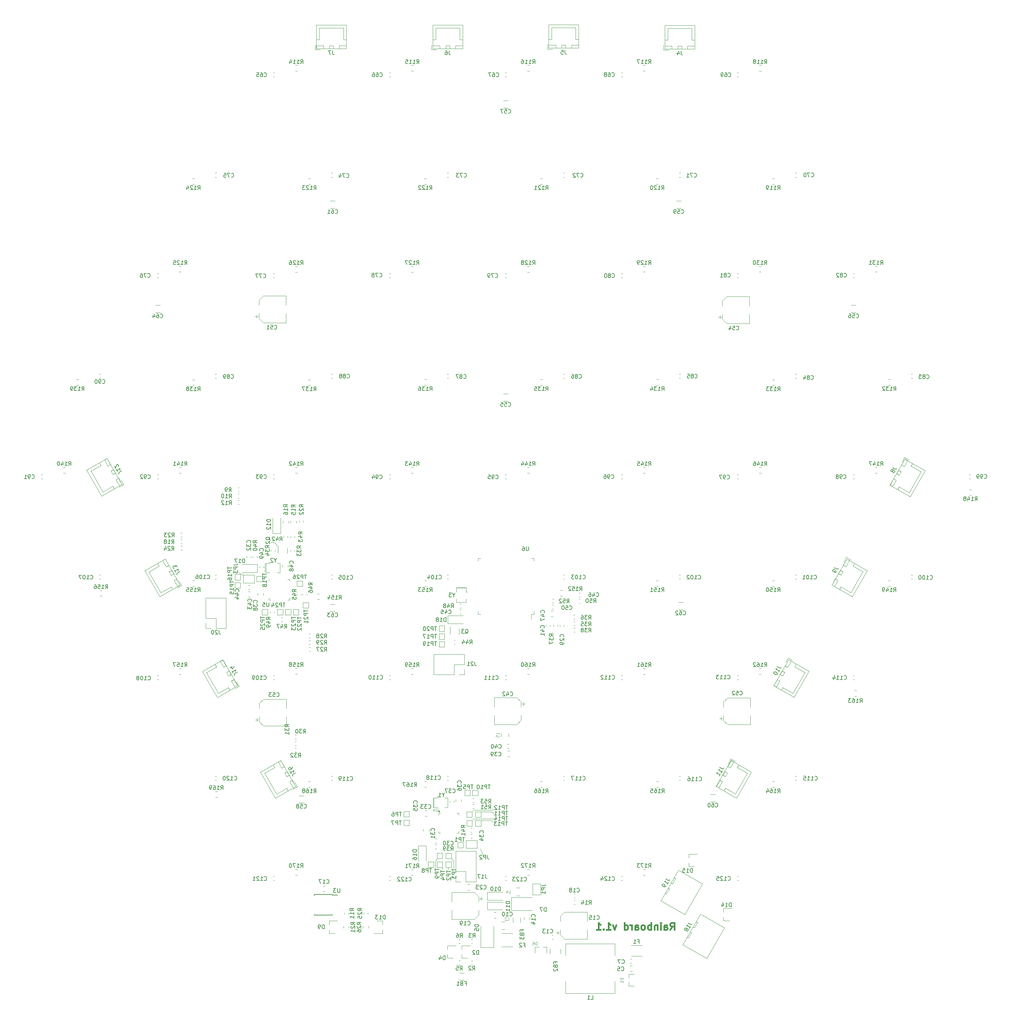
<source format=gbr>
G04 #@! TF.GenerationSoftware,KiCad,Pcbnew,(5.1.5)-3*
G04 #@! TF.CreationDate,2021-02-22T11:39:35-05:00*
G04 #@! TF.ProjectId,rainboard_newfighter,7261696e-626f-4617-9264-5f6e65776669,rev?*
G04 #@! TF.SameCoordinates,Original*
G04 #@! TF.FileFunction,Legend,Bot*
G04 #@! TF.FilePolarity,Positive*
%FSLAX46Y46*%
G04 Gerber Fmt 4.6, Leading zero omitted, Abs format (unit mm)*
G04 Created by KiCad (PCBNEW (5.1.5)-3) date 2021-02-22 11:39:35*
%MOMM*%
%LPD*%
G04 APERTURE LIST*
%ADD10C,0.400000*%
%ADD11C,0.120000*%
%ADD12C,0.100000*%
%ADD13C,0.250000*%
%ADD14C,0.150000*%
%ADD15C,0.110000*%
G04 APERTURE END LIST*
D10*
X41828571Y-122814285D02*
X42428571Y-121957142D01*
X42857142Y-122814285D02*
X42857142Y-121014285D01*
X42171428Y-121014285D01*
X42000000Y-121100000D01*
X41914285Y-121185714D01*
X41828571Y-121357142D01*
X41828571Y-121614285D01*
X41914285Y-121785714D01*
X42000000Y-121871428D01*
X42171428Y-121957142D01*
X42857142Y-121957142D01*
X40285714Y-122814285D02*
X40285714Y-121871428D01*
X40371428Y-121700000D01*
X40542857Y-121614285D01*
X40885714Y-121614285D01*
X41057142Y-121700000D01*
X40285714Y-122728571D02*
X40457142Y-122814285D01*
X40885714Y-122814285D01*
X41057142Y-122728571D01*
X41142857Y-122557142D01*
X41142857Y-122385714D01*
X41057142Y-122214285D01*
X40885714Y-122128571D01*
X40457142Y-122128571D01*
X40285714Y-122042857D01*
X39428571Y-122814285D02*
X39428571Y-121614285D01*
X39428571Y-121014285D02*
X39514285Y-121100000D01*
X39428571Y-121185714D01*
X39342857Y-121100000D01*
X39428571Y-121014285D01*
X39428571Y-121185714D01*
X38571428Y-121614285D02*
X38571428Y-122814285D01*
X38571428Y-121785714D02*
X38485714Y-121700000D01*
X38314285Y-121614285D01*
X38057142Y-121614285D01*
X37885714Y-121700000D01*
X37800000Y-121871428D01*
X37800000Y-122814285D01*
X36942857Y-122814285D02*
X36942857Y-121014285D01*
X36942857Y-121700000D02*
X36771428Y-121614285D01*
X36428571Y-121614285D01*
X36257142Y-121700000D01*
X36171428Y-121785714D01*
X36085714Y-121957142D01*
X36085714Y-122471428D01*
X36171428Y-122642857D01*
X36257142Y-122728571D01*
X36428571Y-122814285D01*
X36771428Y-122814285D01*
X36942857Y-122728571D01*
X35057142Y-122814285D02*
X35228571Y-122728571D01*
X35314285Y-122642857D01*
X35400000Y-122471428D01*
X35400000Y-121957142D01*
X35314285Y-121785714D01*
X35228571Y-121700000D01*
X35057142Y-121614285D01*
X34800000Y-121614285D01*
X34628571Y-121700000D01*
X34542857Y-121785714D01*
X34457142Y-121957142D01*
X34457142Y-122471428D01*
X34542857Y-122642857D01*
X34628571Y-122728571D01*
X34800000Y-122814285D01*
X35057142Y-122814285D01*
X32914285Y-122814285D02*
X32914285Y-121871428D01*
X33000000Y-121700000D01*
X33171428Y-121614285D01*
X33514285Y-121614285D01*
X33685714Y-121700000D01*
X32914285Y-122728571D02*
X33085714Y-122814285D01*
X33514285Y-122814285D01*
X33685714Y-122728571D01*
X33771428Y-122557142D01*
X33771428Y-122385714D01*
X33685714Y-122214285D01*
X33514285Y-122128571D01*
X33085714Y-122128571D01*
X32914285Y-122042857D01*
X32057142Y-122814285D02*
X32057142Y-121614285D01*
X32057142Y-121957142D02*
X31971428Y-121785714D01*
X31885714Y-121700000D01*
X31714285Y-121614285D01*
X31542857Y-121614285D01*
X30171428Y-122814285D02*
X30171428Y-121014285D01*
X30171428Y-122728571D02*
X30342857Y-122814285D01*
X30685714Y-122814285D01*
X30857142Y-122728571D01*
X30942857Y-122642857D01*
X31028571Y-122471428D01*
X31028571Y-121957142D01*
X30942857Y-121785714D01*
X30857142Y-121700000D01*
X30685714Y-121614285D01*
X30342857Y-121614285D01*
X30171428Y-121700000D01*
X28114285Y-121614285D02*
X27685714Y-122814285D01*
X27257142Y-121614285D01*
X25628571Y-122814285D02*
X26657142Y-122814285D01*
X26142857Y-122814285D02*
X26142857Y-121014285D01*
X26314285Y-121271428D01*
X26485714Y-121442857D01*
X26657142Y-121528571D01*
X24857142Y-122642857D02*
X24771428Y-122728571D01*
X24857142Y-122814285D01*
X24942857Y-122728571D01*
X24857142Y-122642857D01*
X24857142Y-122814285D01*
X23057142Y-122814285D02*
X24085714Y-122814285D01*
X23571428Y-122814285D02*
X23571428Y-121014285D01*
X23742857Y-121271428D01*
X23914285Y-121442857D01*
X24085714Y-121528571D01*
D11*
X-17876500Y-105234500D02*
X-17876500Y-106934500D01*
X-17476500Y-104684500D02*
X-17876500Y-105234500D01*
X-13276500Y-105434500D02*
X-13276500Y-107184500D01*
X-13826500Y-104684500D02*
X-13276500Y-105434500D01*
X-14576500Y-106934500D02*
X-14576500Y-107484500D01*
X-16076500Y-106934500D02*
X-16076500Y-107484500D01*
X-6476500Y-102234500D02*
X-5826500Y-103934500D01*
X-3626500Y-95034500D02*
X-3126500Y-95534500D01*
X-6326500Y-95034500D02*
X-3626500Y-95034500D01*
X-8126500Y-94634500D02*
X-3176500Y-94634500D01*
X-8576500Y-95034500D02*
X-8126500Y-94634500D01*
X-3626500Y-92784500D02*
X-3026500Y-93234500D01*
X-6326500Y-92784500D02*
X-3626500Y-92784500D01*
X-3826500Y-92384500D02*
X-3126500Y-92284500D01*
X-8126500Y-92384500D02*
X-3826500Y-92384500D01*
X-8576500Y-92784500D02*
X-8126500Y-92384500D01*
X-67876500Y-32034500D02*
X-66826500Y-32634500D01*
X-58726500Y-24434500D02*
X-58126500Y-25234500D01*
X-59676500Y-24334500D02*
X-58726500Y-24434500D01*
D12*
X45485089Y-118931114D02*
X39422911Y-115431114D01*
X49985089Y-111136886D02*
X43922911Y-107636886D01*
X45485089Y-118931114D02*
X49985089Y-111136886D01*
X43922911Y-107636886D02*
X39422911Y-115431114D01*
X40547911Y-113482557D02*
X40894321Y-113682557D01*
X40894321Y-113682557D02*
X41644321Y-112383519D01*
X41644321Y-112383519D02*
X41297911Y-112183519D01*
X42047911Y-110884481D02*
X42394321Y-111084481D01*
X42394321Y-111084481D02*
X43144321Y-109785443D01*
X43144321Y-109785443D02*
X42797911Y-109585443D01*
X51073089Y-130107114D02*
X45010911Y-126607114D01*
X55573089Y-122312886D02*
X49510911Y-118812886D01*
X51073089Y-130107114D02*
X55573089Y-122312886D01*
X49510911Y-118812886D02*
X45010911Y-126607114D01*
X46135911Y-124658557D02*
X46482321Y-124858557D01*
X46482321Y-124858557D02*
X47232321Y-123559519D01*
X47232321Y-123559519D02*
X46885911Y-123359519D01*
X47635911Y-122060481D02*
X47982321Y-122260481D01*
X47982321Y-122260481D02*
X48732321Y-120961443D01*
X48732321Y-120961443D02*
X48385911Y-120761443D01*
D11*
X10423500Y-128634500D02*
X10423500Y-127234500D01*
X10423500Y-127234500D02*
X9413500Y-127234500D01*
X7423500Y-128634500D02*
X7423500Y-127234500D01*
X7423500Y-127234500D02*
X8433500Y-127234500D01*
X61945000Y38155000D02*
X61945000Y35805000D01*
X61945000Y31335000D02*
X61945000Y33685000D01*
X56189437Y31335000D02*
X61945000Y31335000D01*
X56189437Y38155000D02*
X61945000Y38155000D01*
X55125000Y37090563D02*
X55125000Y35805000D01*
X55125000Y32399437D02*
X55125000Y33685000D01*
X55125000Y32399437D02*
X56189437Y31335000D01*
X55125000Y37090563D02*
X56189437Y38155000D01*
X54097500Y32897500D02*
X54885000Y32897500D01*
X54491250Y32503750D02*
X54491250Y33291250D01*
X-55835000Y-64200000D02*
X-55835000Y-66550000D01*
X-55835000Y-71020000D02*
X-55835000Y-68670000D01*
X-61590563Y-71020000D02*
X-55835000Y-71020000D01*
X-61590563Y-64200000D02*
X-55835000Y-64200000D01*
X-62655000Y-65264437D02*
X-62655000Y-66550000D01*
X-62655000Y-69955563D02*
X-62655000Y-68670000D01*
X-62655000Y-69955563D02*
X-61590563Y-71020000D01*
X-62655000Y-65264437D02*
X-61590563Y-64200000D01*
X-63682500Y-69457500D02*
X-62895000Y-69457500D01*
X-63288750Y-69851250D02*
X-63288750Y-69063750D01*
X62165000Y-63850000D02*
X62165000Y-66200000D01*
X62165000Y-70670000D02*
X62165000Y-68320000D01*
X56409437Y-70670000D02*
X62165000Y-70670000D01*
X56409437Y-63850000D02*
X62165000Y-63850000D01*
X55345000Y-64914437D02*
X55345000Y-66200000D01*
X55345000Y-69605563D02*
X55345000Y-68320000D01*
X55345000Y-69605563D02*
X56409437Y-70670000D01*
X55345000Y-64914437D02*
X56409437Y-63850000D01*
X54317500Y-69107500D02*
X55105000Y-69107500D01*
X54711250Y-69501250D02*
X54711250Y-68713750D01*
X-55915000Y38300000D02*
X-55915000Y35950000D01*
X-55915000Y31480000D02*
X-55915000Y33830000D01*
X-61670563Y31480000D02*
X-55915000Y31480000D01*
X-61670563Y38300000D02*
X-55915000Y38300000D01*
X-62735000Y37235563D02*
X-62735000Y35950000D01*
X-62735000Y32544437D02*
X-62735000Y33830000D01*
X-62735000Y32544437D02*
X-61670563Y31480000D01*
X-62735000Y37235563D02*
X-61670563Y38300000D01*
X-63762500Y33042500D02*
X-62975000Y33042500D01*
X-63368750Y32648750D02*
X-63368750Y33436250D01*
X-2936500Y-70644500D02*
X-2936500Y-68294500D01*
X-2936500Y-63824500D02*
X-2936500Y-66174500D01*
X2819063Y-63824500D02*
X-2936500Y-63824500D01*
X2819063Y-70644500D02*
X-2936500Y-70644500D01*
X3883500Y-69580063D02*
X3883500Y-68294500D01*
X3883500Y-64888937D02*
X3883500Y-66174500D01*
X3883500Y-64888937D02*
X2819063Y-63824500D01*
X3883500Y-69580063D02*
X2819063Y-70644500D01*
X4911000Y-65387000D02*
X4123500Y-65387000D01*
X4517250Y-64993250D02*
X4517250Y-65780750D01*
X-13736500Y-120144500D02*
X-13736500Y-117794500D01*
X-13736500Y-113324500D02*
X-13736500Y-115674500D01*
X-7980937Y-113324500D02*
X-13736500Y-113324500D01*
X-7980937Y-120144500D02*
X-13736500Y-120144500D01*
X-6916500Y-119080063D02*
X-6916500Y-117794500D01*
X-6916500Y-114388937D02*
X-6916500Y-115674500D01*
X-6916500Y-114388937D02*
X-7980937Y-113324500D01*
X-6916500Y-119080063D02*
X-7980937Y-120144500D01*
X-5889000Y-114887000D02*
X-6676500Y-114887000D01*
X-6282750Y-114493250D02*
X-6282750Y-115280750D01*
X13229750Y-123975750D02*
X13229750Y-123188250D01*
X12836000Y-123582000D02*
X13623500Y-123582000D01*
X13863500Y-119388937D02*
X14927937Y-118324500D01*
X13863500Y-124080063D02*
X14927937Y-125144500D01*
X13863500Y-124080063D02*
X13863500Y-122794500D01*
X13863500Y-119388937D02*
X13863500Y-120674500D01*
X14927937Y-118324500D02*
X20683500Y-118324500D01*
X14927937Y-125144500D02*
X20683500Y-125144500D01*
X20683500Y-125144500D02*
X20683500Y-122794500D01*
X20683500Y-118324500D02*
X20683500Y-120674500D01*
X6823500Y-113884500D02*
X8823500Y-113884500D01*
X6823500Y-111084500D02*
X6823500Y-113884500D01*
X8823500Y-111084500D02*
X6823500Y-111084500D01*
X8823500Y-113884500D02*
X8823500Y-111084500D01*
X13983500Y-127732436D02*
X13983500Y-128936564D01*
X11263500Y-127732436D02*
X11263500Y-128936564D01*
X-10126500Y-39559500D02*
X-10126500Y-38759500D01*
X-12526500Y-39559500D02*
X-10526500Y-39559500D01*
X-12526500Y-38759500D02*
X-12526500Y-39559500D01*
X-12526500Y-35959500D02*
X-12526500Y-36959500D01*
X-10526500Y-35959500D02*
X-12526500Y-35959500D01*
X-10126500Y-36959500D02*
X-10126500Y-35959500D01*
X-10126500Y-36959500D02*
X-9726500Y-36959500D01*
X-12526500Y-35759500D02*
X-10526500Y-35759500D01*
X-10526500Y-39559500D02*
X-10126500Y-39559500D01*
X-10526500Y-35959500D02*
X-10126500Y-35959500D01*
X-10526500Y-35759500D02*
X-10126500Y-35759500D01*
X-57426500Y-29634500D02*
X-58226500Y-29634500D01*
X-57426500Y-32034500D02*
X-57426500Y-30034500D01*
X-58226500Y-32034500D02*
X-57426500Y-32034500D01*
X-61026500Y-32034500D02*
X-60026500Y-32034500D01*
X-61026500Y-30034500D02*
X-61026500Y-32034500D01*
X-60026500Y-29634500D02*
X-61026500Y-29634500D01*
X-60026500Y-29634500D02*
X-60026500Y-29234500D01*
X-61226500Y-32034500D02*
X-61226500Y-30034500D01*
X-57426500Y-30034500D02*
X-57426500Y-29634500D01*
X-61026500Y-30034500D02*
X-61026500Y-29634500D01*
X-61226500Y-30034500D02*
X-61226500Y-29634500D01*
X-14726500Y-89284500D02*
X-15526500Y-89284500D01*
X-14726500Y-91684500D02*
X-14726500Y-89684500D01*
X-15526500Y-91684500D02*
X-14726500Y-91684500D01*
X-18326500Y-91684500D02*
X-17326500Y-91684500D01*
X-18326500Y-89684500D02*
X-18326500Y-91684500D01*
X-17326500Y-89284500D02*
X-18326500Y-89284500D01*
X-17326500Y-89284500D02*
X-17326500Y-88884500D01*
X-18526500Y-91684500D02*
X-18526500Y-89684500D01*
X-14726500Y-89684500D02*
X-14726500Y-89284500D01*
X-18326500Y-89684500D02*
X-18326500Y-89284500D01*
X-18526500Y-89684500D02*
X-18526500Y-89284500D01*
X-7036500Y-29074500D02*
X-7036500Y-28374500D01*
X-7036500Y-28374500D02*
X-6336500Y-28374500D01*
X-7036500Y-41894500D02*
X-7036500Y-42594500D01*
X-7036500Y-42594500D02*
X-6336500Y-42594500D01*
X7183500Y-29074500D02*
X7183500Y-28374500D01*
X7183500Y-28374500D02*
X6483500Y-28374500D01*
X7183500Y-41894500D02*
X7183500Y-42594500D01*
X7183500Y-42594500D02*
X6483500Y-42594500D01*
X6483500Y-42594500D02*
X6483500Y-43884500D01*
X-60236500Y-38464500D02*
X-60236500Y-38939500D01*
X-60236500Y-38939500D02*
X-59761500Y-38939500D01*
X-55016500Y-34194500D02*
X-55016500Y-33719500D01*
X-55016500Y-33719500D02*
X-55491500Y-33719500D01*
X-55016500Y-38464500D02*
X-55016500Y-38939500D01*
X-55016500Y-38939500D02*
X-55491500Y-38939500D01*
X-60236500Y-34194500D02*
X-60236500Y-33719500D01*
D13*
X-16801500Y-92734500D02*
G75*
G03X-16801500Y-92734500I-125000J0D01*
G01*
D11*
X-16586500Y-93184500D02*
X-17076500Y-93184500D01*
X-17076500Y-93184500D02*
X-17076500Y-93674500D01*
X-12466500Y-93184500D02*
X-11976500Y-93184500D01*
X-11976500Y-93184500D02*
X-11976500Y-93674500D01*
X-12466500Y-98284500D02*
X-11976500Y-98284500D01*
X-11976500Y-98284500D02*
X-11976500Y-97794500D01*
X-16586500Y-98284500D02*
X-17076500Y-98284500D01*
X-17076500Y-98284500D02*
X-17076500Y-97794500D01*
D14*
X-44101500Y-113859500D02*
X-44101500Y-113984500D01*
X-48751500Y-113859500D02*
X-48751500Y-114084500D01*
X-48751500Y-119109500D02*
X-48751500Y-118884500D01*
X-44101500Y-119109500D02*
X-44101500Y-118884500D01*
X-44101500Y-113859500D02*
X-48751500Y-113859500D01*
X-44101500Y-119109500D02*
X-48751500Y-119109500D01*
X-44101500Y-113984500D02*
X-42751500Y-113984500D01*
D11*
X-53076500Y-34134500D02*
X-53076500Y-35534500D01*
X-53076500Y-35534500D02*
X-51676500Y-35534500D01*
X-51676500Y-35534500D02*
X-51676500Y-34134500D01*
X-51676500Y-34134500D02*
X-53076500Y-34134500D01*
X-61976500Y-41384500D02*
X-61976500Y-42784500D01*
X-61976500Y-42784500D02*
X-60576500Y-42784500D01*
X-60576500Y-42784500D02*
X-60576500Y-41384500D01*
X-60576500Y-41384500D02*
X-61976500Y-41384500D01*
X-58076500Y-41384500D02*
X-58076500Y-42784500D01*
X-58076500Y-42784500D02*
X-56676500Y-42784500D01*
X-56676500Y-42784500D02*
X-56676500Y-41384500D01*
X-56676500Y-41384500D02*
X-58076500Y-41384500D01*
X-56076500Y-41384500D02*
X-56076500Y-42784500D01*
X-56076500Y-42784500D02*
X-54676500Y-42784500D01*
X-54676500Y-42784500D02*
X-54676500Y-41384500D01*
X-54676500Y-41384500D02*
X-56076500Y-41384500D01*
X-54076500Y-41384500D02*
X-54076500Y-42784500D01*
X-54076500Y-42784500D02*
X-52676500Y-42784500D01*
X-52676500Y-42784500D02*
X-52676500Y-41384500D01*
X-52676500Y-41384500D02*
X-54076500Y-41384500D01*
X-51576500Y-39634500D02*
X-51576500Y-41034500D01*
X-51576500Y-41034500D02*
X-50176500Y-41034500D01*
X-50176500Y-41034500D02*
X-50176500Y-39634500D01*
X-50176500Y-39634500D02*
X-51576500Y-39634500D01*
X-16976500Y-46934500D02*
X-15576500Y-46934500D01*
X-15576500Y-46934500D02*
X-15576500Y-45534500D01*
X-15576500Y-45534500D02*
X-16976500Y-45534500D01*
X-16976500Y-45534500D02*
X-16976500Y-46934500D01*
X-16976500Y-50934500D02*
X-15576500Y-50934500D01*
X-15576500Y-50934500D02*
X-15576500Y-49534500D01*
X-15576500Y-49534500D02*
X-16976500Y-49534500D01*
X-16976500Y-49534500D02*
X-16976500Y-50934500D01*
X-63326500Y-34334500D02*
X-61926500Y-34334500D01*
X-61926500Y-34334500D02*
X-61926500Y-32934500D01*
X-61926500Y-32934500D02*
X-63326500Y-32934500D01*
X-63326500Y-32934500D02*
X-63326500Y-34334500D01*
X-16976500Y-48934500D02*
X-15576500Y-48934500D01*
X-15576500Y-48934500D02*
X-15576500Y-47534500D01*
X-15576500Y-47534500D02*
X-16976500Y-47534500D01*
X-16976500Y-47534500D02*
X-16976500Y-48934500D01*
X-68876500Y-32484500D02*
X-68876500Y-33884500D01*
X-68876500Y-33884500D02*
X-67476500Y-33884500D01*
X-67476500Y-33884500D02*
X-67476500Y-32484500D01*
X-67476500Y-32484500D02*
X-68876500Y-32484500D01*
X-68876500Y-34534500D02*
X-68876500Y-35934500D01*
X-68876500Y-35934500D02*
X-67476500Y-35934500D01*
X-67476500Y-35934500D02*
X-67476500Y-34534500D01*
X-67476500Y-34534500D02*
X-68876500Y-34534500D01*
X-9976500Y-96434500D02*
X-8576500Y-96434500D01*
X-8576500Y-96434500D02*
X-8576500Y-95034500D01*
X-8576500Y-95034500D02*
X-9976500Y-95034500D01*
X-9976500Y-95034500D02*
X-9976500Y-96434500D01*
X-7726500Y-96434500D02*
X-6326500Y-96434500D01*
X-6326500Y-96434500D02*
X-6326500Y-95034500D01*
X-6326500Y-95034500D02*
X-7726500Y-95034500D01*
X-7726500Y-95034500D02*
X-7726500Y-96434500D01*
X-9976500Y-94184500D02*
X-8576500Y-94184500D01*
X-8576500Y-94184500D02*
X-8576500Y-92784500D01*
X-8576500Y-92784500D02*
X-9976500Y-92784500D01*
X-9976500Y-92784500D02*
X-9976500Y-94184500D01*
X-7726500Y-94184500D02*
X-6326500Y-94184500D01*
X-6326500Y-94184500D02*
X-6326500Y-92784500D01*
X-6326500Y-92784500D02*
X-7726500Y-92784500D01*
X-7726500Y-92784500D02*
X-7726500Y-94184500D01*
X-8476500Y-88684500D02*
X-7076500Y-88684500D01*
X-7076500Y-88684500D02*
X-7076500Y-87284500D01*
X-7076500Y-87284500D02*
X-8476500Y-87284500D01*
X-8476500Y-87284500D02*
X-8476500Y-88684500D01*
X-17476500Y-104684500D02*
X-16076500Y-104684500D01*
X-16076500Y-104684500D02*
X-16076500Y-103284500D01*
X-16076500Y-103284500D02*
X-17476500Y-103284500D01*
X-17476500Y-103284500D02*
X-17476500Y-104684500D01*
X-19726500Y-106934500D02*
X-18326500Y-106934500D01*
X-18326500Y-106934500D02*
X-18326500Y-105534500D01*
X-18326500Y-105534500D02*
X-19726500Y-105534500D01*
X-19726500Y-105534500D02*
X-19726500Y-106934500D01*
X-25976500Y-96334500D02*
X-24576500Y-96334500D01*
X-24576500Y-96334500D02*
X-24576500Y-94934500D01*
X-24576500Y-94934500D02*
X-25976500Y-94934500D01*
X-25976500Y-94934500D02*
X-25976500Y-96334500D01*
X-25976500Y-94134500D02*
X-24576500Y-94134500D01*
X-24576500Y-94134500D02*
X-24576500Y-92734500D01*
X-24576500Y-92734500D02*
X-25976500Y-92734500D01*
X-25976500Y-92734500D02*
X-25976500Y-94134500D01*
X-10476500Y-88684500D02*
X-9076500Y-88684500D01*
X-9076500Y-88684500D02*
X-9076500Y-87284500D01*
X-9076500Y-87284500D02*
X-10476500Y-87284500D01*
X-10476500Y-87284500D02*
X-10476500Y-88684500D01*
X-17476500Y-106934500D02*
X-16076500Y-106934500D01*
X-16076500Y-106934500D02*
X-16076500Y-105534500D01*
X-16076500Y-105534500D02*
X-17476500Y-105534500D01*
X-17476500Y-105534500D02*
X-17476500Y-106934500D01*
X-15226500Y-104684500D02*
X-13826500Y-104684500D01*
X-13826500Y-104684500D02*
X-13826500Y-103284500D01*
X-13826500Y-103284500D02*
X-15226500Y-103284500D01*
X-15226500Y-103284500D02*
X-15226500Y-104684500D01*
X-15226500Y-106934500D02*
X-13826500Y-106934500D01*
X-13826500Y-106934500D02*
X-13826500Y-105534500D01*
X-13826500Y-105534500D02*
X-15226500Y-105534500D01*
X-15226500Y-105534500D02*
X-15226500Y-106934500D01*
X-12226500Y-101984500D02*
X-10826500Y-101984500D01*
X-10826500Y-101984500D02*
X-10826500Y-100584500D01*
X-10826500Y-100584500D02*
X-12226500Y-100584500D01*
X-12226500Y-100584500D02*
X-12226500Y-101984500D01*
X35457078Y-107474500D02*
X34939922Y-107474500D01*
X35457078Y-108894500D02*
X34939922Y-108894500D01*
X5957078Y-107474500D02*
X5439922Y-107474500D01*
X5957078Y-108894500D02*
X5439922Y-108894500D01*
X-23542922Y-107499500D02*
X-24060078Y-107499500D01*
X-23542922Y-108919500D02*
X-24060078Y-108919500D01*
X-53042922Y-107474500D02*
X-53560078Y-107474500D01*
X-53042922Y-108894500D02*
X-53560078Y-108894500D01*
X-73342922Y-87649500D02*
X-73860078Y-87649500D01*
X-73342922Y-89069500D02*
X-73860078Y-89069500D01*
X-50210078Y-86569500D02*
X-49692922Y-86569500D01*
X-50210078Y-85149500D02*
X-49692922Y-85149500D01*
X-20710078Y-86569500D02*
X-20192922Y-86569500D01*
X-20710078Y-85149500D02*
X-20192922Y-85149500D01*
X8789922Y-86569500D02*
X9307078Y-86569500D01*
X8789922Y-85149500D02*
X9307078Y-85149500D01*
X38314922Y-86569500D02*
X38832078Y-86569500D01*
X38314922Y-85149500D02*
X38832078Y-85149500D01*
X67764922Y-86569500D02*
X68282078Y-86569500D01*
X67764922Y-85149500D02*
X68282078Y-85149500D01*
X88689922Y-63419500D02*
X89207078Y-63419500D01*
X88689922Y-61999500D02*
X89207078Y-61999500D01*
X64944578Y-56399500D02*
X64427422Y-56399500D01*
X64944578Y-57819500D02*
X64427422Y-57819500D01*
X35457078Y-56399500D02*
X34939922Y-56399500D01*
X35457078Y-57819500D02*
X34939922Y-57819500D01*
X5957078Y-56399500D02*
X5439922Y-56399500D01*
X5957078Y-57819500D02*
X5439922Y-57819500D01*
X-23542922Y-56399500D02*
X-24060078Y-56399500D01*
X-23542922Y-57819500D02*
X-24060078Y-57819500D01*
X-53042922Y-56374500D02*
X-53560078Y-56374500D01*
X-53042922Y-57794500D02*
X-53560078Y-57794500D01*
X-82542922Y-56399500D02*
X-83060078Y-56399500D01*
X-82542922Y-57819500D02*
X-83060078Y-57819500D01*
X-102692922Y-36574500D02*
X-103210078Y-36574500D01*
X-102692922Y-37994500D02*
X-103210078Y-37994500D01*
X-79710078Y-35469500D02*
X-79192922Y-35469500D01*
X-79710078Y-34049500D02*
X-79192922Y-34049500D01*
X-47985078Y-38844500D02*
X-47467922Y-38844500D01*
X-47985078Y-37424500D02*
X-47467922Y-37424500D01*
X-20710078Y-35469500D02*
X-20192922Y-35469500D01*
X-20710078Y-34049500D02*
X-20192922Y-34049500D01*
X14382078Y-36524500D02*
X13864922Y-36524500D01*
X14382078Y-37944500D02*
X13864922Y-37944500D01*
X38264922Y-35469500D02*
X38782078Y-35469500D01*
X38264922Y-34049500D02*
X38782078Y-34049500D01*
X67764922Y-35469500D02*
X68282078Y-35469500D01*
X67764922Y-34049500D02*
X68282078Y-34049500D01*
X97264922Y-35469500D02*
X97782078Y-35469500D01*
X97264922Y-34049500D02*
X97782078Y-34049500D01*
X117939922Y-12344500D02*
X118457078Y-12344500D01*
X117939922Y-10924500D02*
X118457078Y-10924500D01*
X94457078Y-5299500D02*
X93939922Y-5299500D01*
X94457078Y-6719500D02*
X93939922Y-6719500D01*
X64957078Y-5299500D02*
X64439922Y-5299500D01*
X64957078Y-6719500D02*
X64439922Y-6719500D01*
X35457078Y-5299500D02*
X34939922Y-5299500D01*
X35457078Y-6719500D02*
X34939922Y-6719500D01*
X5957078Y-5299500D02*
X5439922Y-5299500D01*
X5957078Y-6719500D02*
X5439922Y-6719500D01*
X-23542922Y-5299500D02*
X-24060078Y-5299500D01*
X-23542922Y-6719500D02*
X-24060078Y-6719500D01*
X-53042922Y-5299500D02*
X-53560078Y-5299500D01*
X-53042922Y-6719500D02*
X-53560078Y-6719500D01*
X-82542922Y-5299500D02*
X-83060078Y-5299500D01*
X-82542922Y-6719500D02*
X-83060078Y-6719500D01*
X-112042922Y-5299500D02*
X-112560078Y-5299500D01*
X-112042922Y-6719500D02*
X-112560078Y-6719500D01*
X-109210078Y15630500D02*
X-108692922Y15630500D01*
X-109210078Y17050500D02*
X-108692922Y17050500D01*
X-79710078Y15605500D02*
X-79192922Y15605500D01*
X-79710078Y17025500D02*
X-79192922Y17025500D01*
X-50210078Y15605500D02*
X-49692922Y15605500D01*
X-50210078Y17025500D02*
X-49692922Y17025500D01*
X-20710078Y15630500D02*
X-20192922Y15630500D01*
X-20710078Y17050500D02*
X-20192922Y17050500D01*
X8789922Y15630500D02*
X9307078Y15630500D01*
X8789922Y17050500D02*
X9307078Y17050500D01*
X38289922Y15630500D02*
X38807078Y15630500D01*
X38289922Y17050500D02*
X38807078Y17050500D01*
X67789922Y15605500D02*
X68307078Y15605500D01*
X67789922Y17025500D02*
X68307078Y17025500D01*
X97289922Y15630500D02*
X97807078Y15630500D01*
X97289922Y17050500D02*
X97807078Y17050500D01*
X94432078Y45800500D02*
X93914922Y45800500D01*
X94432078Y44380500D02*
X93914922Y44380500D01*
X64932078Y45800500D02*
X64414922Y45800500D01*
X64932078Y44380500D02*
X64414922Y44380500D01*
X35432078Y45800500D02*
X34914922Y45800500D01*
X35432078Y44380500D02*
X34914922Y44380500D01*
X5957078Y45775500D02*
X5439922Y45775500D01*
X5957078Y44355500D02*
X5439922Y44355500D01*
X-23542922Y45775500D02*
X-24060078Y45775500D01*
X-23542922Y44355500D02*
X-24060078Y44355500D01*
X-53042922Y45775500D02*
X-53560078Y45775500D01*
X-53042922Y44355500D02*
X-53560078Y44355500D01*
X-82542922Y45800500D02*
X-83060078Y45800500D01*
X-82542922Y44380500D02*
X-83060078Y44380500D01*
X-79722578Y66705500D02*
X-79205422Y66705500D01*
X-79722578Y68125500D02*
X-79205422Y68125500D01*
X-50210078Y66705500D02*
X-49692922Y66705500D01*
X-50210078Y68125500D02*
X-49692922Y68125500D01*
X-20735078Y66705500D02*
X-20217922Y66705500D01*
X-20735078Y68125500D02*
X-20217922Y68125500D01*
X8764922Y66705500D02*
X9282078Y66705500D01*
X8764922Y68125500D02*
X9282078Y68125500D01*
X38264922Y66705500D02*
X38782078Y66705500D01*
X38264922Y68125500D02*
X38782078Y68125500D01*
X67764922Y66705500D02*
X68282078Y66705500D01*
X67764922Y68125500D02*
X68282078Y68125500D01*
X64957078Y96875500D02*
X64439922Y96875500D01*
X64957078Y95455500D02*
X64439922Y95455500D01*
X35457078Y96875500D02*
X34939922Y96875500D01*
X35457078Y95455500D02*
X34939922Y95455500D01*
X5957078Y96875500D02*
X5439922Y96875500D01*
X5957078Y95455500D02*
X5439922Y95455500D01*
X-23517922Y96875500D02*
X-24035078Y96875500D01*
X-23517922Y95455500D02*
X-24035078Y95455500D01*
X-53042922Y96875500D02*
X-53560078Y96875500D01*
X-53042922Y95455500D02*
X-53560078Y95455500D01*
X-8439279Y-90494500D02*
X-8113721Y-90494500D01*
X-8439279Y-89474500D02*
X-8113721Y-89474500D01*
X12136279Y-38724500D02*
X11810721Y-38724500D01*
X12136279Y-39744500D02*
X11810721Y-39744500D01*
X-8439279Y-91994500D02*
X-8113721Y-91994500D01*
X-8439279Y-90974500D02*
X-8113721Y-90974500D01*
X18560721Y-39794500D02*
X18886279Y-39794500D01*
X18560721Y-38774500D02*
X18886279Y-38774500D01*
X-58866500Y-42247279D02*
X-58866500Y-41921721D01*
X-59886500Y-42247279D02*
X-59886500Y-41921721D01*
X-11363721Y-39974500D02*
X-11689279Y-39974500D01*
X-11363721Y-40994500D02*
X-11689279Y-40994500D01*
X-57089279Y-44494500D02*
X-56763721Y-44494500D01*
X-57089279Y-43474500D02*
X-56763721Y-43474500D01*
X-50616500Y-37747279D02*
X-50616500Y-37421721D01*
X-51636500Y-37747279D02*
X-51636500Y-37421721D01*
X-53136500Y-37421721D02*
X-53136500Y-37747279D01*
X-52116500Y-37421721D02*
X-52116500Y-37747279D01*
X-13189279Y-50244500D02*
X-12863721Y-50244500D01*
X-13189279Y-49224500D02*
X-12863721Y-49224500D01*
X-54736500Y-22821721D02*
X-54736500Y-23147279D01*
X-53716500Y-22821721D02*
X-53716500Y-23147279D01*
X-56486500Y-22821721D02*
X-56486500Y-23147279D01*
X-55466500Y-22821721D02*
X-55466500Y-23147279D01*
X-8939279Y-97994500D02*
X-8613721Y-97994500D01*
X-8939279Y-96974500D02*
X-8613721Y-96974500D01*
X-63316500Y-28234779D02*
X-63316500Y-27909221D01*
X-64336500Y-28234779D02*
X-64336500Y-27909221D01*
X-17939279Y-102244500D02*
X-17613721Y-102244500D01*
X-17939279Y-101224500D02*
X-17613721Y-101224500D01*
X17260721Y-47144500D02*
X17586279Y-47144500D01*
X17260721Y-46124500D02*
X17586279Y-46124500D01*
X13183500Y-45647279D02*
X13183500Y-45321721D01*
X12163500Y-45647279D02*
X12163500Y-45321721D01*
X17260721Y-43844500D02*
X17586279Y-43844500D01*
X17260721Y-42824500D02*
X17586279Y-42824500D01*
X17260721Y-45494500D02*
X17586279Y-45494500D01*
X17260721Y-44474500D02*
X17586279Y-44474500D01*
X-58716500Y-26647279D02*
X-58716500Y-26321721D01*
X-59736500Y-26647279D02*
X-59736500Y-26321721D01*
X-54736500Y-26321721D02*
X-54736500Y-26647279D01*
X-53716500Y-26321721D02*
X-53716500Y-26647279D01*
X-53589279Y-77594500D02*
X-53263721Y-77594500D01*
X-53589279Y-76574500D02*
X-53263721Y-76574500D01*
X-53589279Y-75944500D02*
X-53263721Y-75944500D01*
X-53589279Y-74924500D02*
X-53263721Y-74924500D01*
X-53589279Y-74294500D02*
X-53263721Y-74294500D01*
X-53589279Y-73274500D02*
X-53263721Y-73274500D01*
X-50089279Y-50344500D02*
X-49763721Y-50344500D01*
X-50089279Y-49324500D02*
X-49763721Y-49324500D01*
X-50089279Y-48644500D02*
X-49763721Y-48644500D01*
X-50089279Y-47624500D02*
X-49763721Y-47624500D01*
X-50089279Y-51994500D02*
X-49763721Y-51994500D01*
X-50089279Y-50974500D02*
X-49763721Y-50974500D01*
X-36336500Y-121875922D02*
X-36336500Y-122393078D01*
X-34916500Y-121875922D02*
X-34916500Y-122393078D01*
X-36136500Y-118471721D02*
X-36136500Y-118797279D01*
X-35116500Y-118471721D02*
X-35116500Y-118797279D01*
X-82313721Y-25274500D02*
X-82639279Y-25274500D01*
X-82313721Y-26294500D02*
X-82639279Y-26294500D01*
X-82313721Y-21974500D02*
X-82639279Y-21974500D01*
X-82313721Y-22994500D02*
X-82639279Y-22994500D01*
X-52486500Y-18821721D02*
X-52486500Y-19147279D01*
X-51466500Y-18821721D02*
X-51466500Y-19147279D01*
X-41286500Y-121875922D02*
X-41286500Y-122393078D01*
X-39866500Y-121875922D02*
X-39866500Y-122393078D01*
X-82313721Y-23624500D02*
X-82639279Y-23624500D01*
X-82313721Y-24644500D02*
X-82639279Y-24644500D01*
X-55266500Y-19393078D02*
X-55266500Y-18875922D01*
X-56686500Y-19393078D02*
X-56686500Y-18875922D01*
X-53266500Y-19393078D02*
X-53266500Y-18875922D01*
X-54686500Y-19393078D02*
X-54686500Y-18875922D01*
X17298221Y-115374500D02*
X17623779Y-115374500D01*
X17298221Y-116394500D02*
X17623779Y-116394500D01*
X-67813721Y-13674500D02*
X-68139279Y-13674500D01*
X-67813721Y-14694500D02*
X-68139279Y-14694500D01*
X-40016500Y-118797279D02*
X-40016500Y-118471721D01*
X-41036500Y-118797279D02*
X-41036500Y-118471721D01*
X-67813721Y-12074500D02*
X-68139279Y-12074500D01*
X-67813721Y-13094500D02*
X-68139279Y-13094500D01*
X-67813721Y-10474500D02*
X-68139279Y-10474500D01*
X-67813721Y-11494500D02*
X-68139279Y-11494500D01*
X-11939279Y-126244500D02*
X-11613721Y-126244500D01*
X-11939279Y-125224500D02*
X-11613721Y-125224500D01*
X-11989279Y-131694500D02*
X-11663721Y-131694500D01*
X-11989279Y-130674500D02*
X-11663721Y-130674500D01*
X-8789279Y-126244500D02*
X-8463721Y-126244500D01*
X-8789279Y-125224500D02*
X-8463721Y-125224500D01*
X-8789279Y-131694500D02*
X-8463721Y-131694500D01*
X-8789279Y-130674500D02*
X-8463721Y-130674500D01*
X-14186500Y-47684500D02*
X-14186500Y-45784500D01*
X-11866500Y-46284500D02*
X-11866500Y-47684500D01*
X-57911500Y-27159500D02*
X-57911500Y-25259500D01*
X-55591500Y-25759500D02*
X-55591500Y-27159500D01*
X-1226500Y-72944500D02*
X-1226500Y-73724500D01*
X773500Y-72944500D02*
X773500Y-73724500D01*
X2748500Y-114134500D02*
X3528500Y-114134500D01*
X2748500Y-112134500D02*
X3528500Y-112134500D01*
X-286500Y-120734500D02*
X-1066500Y-120734500D01*
X-286500Y-122734500D02*
X-1066500Y-122734500D01*
X27773500Y-129334500D02*
X27773500Y-126334500D01*
X27773500Y-126334500D02*
X15173500Y-126334500D01*
X15173500Y-126334500D02*
X15173500Y-129334500D01*
X15173500Y-135934500D02*
X15173500Y-138934500D01*
X15173500Y-138934500D02*
X27773500Y-138934500D01*
X27773500Y-138934500D02*
X27773500Y-135934500D01*
X-66776500Y-32634500D02*
X-66776500Y-34634500D01*
X-63976500Y-32634500D02*
X-66776500Y-32634500D01*
X-63976500Y-34634500D02*
X-63976500Y-32634500D01*
X-66776500Y-34634500D02*
X-63976500Y-34634500D01*
X-10126500Y-100084500D02*
X-10126500Y-102084500D01*
X-7326500Y-100084500D02*
X-10126500Y-100084500D01*
X-7326500Y-102084500D02*
X-7326500Y-100084500D01*
X-10126500Y-102084500D02*
X-7326500Y-102084500D01*
X-18286500Y-57964500D02*
X-18286500Y-52764500D01*
X-13146500Y-57964500D02*
X-18286500Y-57964500D01*
X-10546500Y-52764500D02*
X-18286500Y-52764500D01*
X-13146500Y-57964500D02*
X-13146500Y-55364500D01*
X-13146500Y-55364500D02*
X-10546500Y-55364500D01*
X-10546500Y-55364500D02*
X-10546500Y-52764500D01*
X-11876500Y-57964500D02*
X-10546500Y-57964500D01*
X-10546500Y-57964500D02*
X-10546500Y-56634500D01*
X-76306500Y-38474500D02*
X-71106500Y-38474500D01*
X-76306500Y-43614500D02*
X-76306500Y-38474500D01*
X-71106500Y-46214500D02*
X-71106500Y-38474500D01*
X-76306500Y-43614500D02*
X-73706500Y-43614500D01*
X-73706500Y-43614500D02*
X-73706500Y-46214500D01*
X-73706500Y-46214500D02*
X-71106500Y-46214500D01*
X-76306500Y-44884500D02*
X-76306500Y-46214500D01*
X-76306500Y-46214500D02*
X-74976500Y-46214500D01*
X-12756500Y-102824500D02*
X-7556500Y-102824500D01*
X-12756500Y-107964500D02*
X-12756500Y-102824500D01*
X-7556500Y-110564500D02*
X-7556500Y-102824500D01*
X-12756500Y-107964500D02*
X-10156500Y-107964500D01*
X-10156500Y-107964500D02*
X-10156500Y-110564500D01*
X-10156500Y-110564500D02*
X-7556500Y-110564500D01*
X-12756500Y-109234500D02*
X-12756500Y-110564500D01*
X-12756500Y-110564500D02*
X-11426500Y-110564500D01*
X3683500Y-120936564D02*
X3683500Y-119732436D01*
X1863500Y-120936564D02*
X1863500Y-119732436D01*
X-11828564Y-135594500D02*
X-10624436Y-135594500D01*
X-11828564Y-133774500D02*
X-10624436Y-133774500D01*
X-1012752Y-127144500D02*
X1759752Y-127144500D01*
X-1012752Y-123724500D02*
X1759752Y-123724500D01*
X31871436Y-129494500D02*
X34675564Y-129494500D01*
X31871436Y-126774500D02*
X34675564Y-126774500D01*
X-14776500Y-44984500D02*
X-14776500Y-42984500D01*
X-14776500Y-42984500D02*
X-10876500Y-42984500D01*
X-14776500Y-44984500D02*
X-10876500Y-44984500D01*
X-63176500Y-29934500D02*
X-63176500Y-31934500D01*
X-63176500Y-31934500D02*
X-67076500Y-31934500D01*
X-63176500Y-29934500D02*
X-67076500Y-29934500D01*
X-22226500Y-101484500D02*
X-20226500Y-101484500D01*
X-20226500Y-101484500D02*
X-20226500Y-105384500D01*
X-22226500Y-101484500D02*
X-22226500Y-105384500D01*
X46534800Y-106736000D02*
X47994800Y-106736000D01*
X46534800Y-103576000D02*
X48694800Y-103576000D01*
X46534800Y-103576000D02*
X46534800Y-104506000D01*
X46534800Y-106736000D02*
X46534800Y-105806000D01*
X55374000Y-120553600D02*
X56834000Y-120553600D01*
X55374000Y-117393600D02*
X57534000Y-117393600D01*
X55374000Y-117393600D02*
X55374000Y-118323600D01*
X55374000Y-120553600D02*
X55374000Y-119623600D01*
X-31366500Y-120554500D02*
X-31366500Y-121484500D01*
X-31366500Y-123714500D02*
X-31366500Y-122784500D01*
X-31366500Y-123714500D02*
X-33526500Y-123714500D01*
X-31366500Y-120554500D02*
X-32826500Y-120554500D01*
X-57276500Y-22084500D02*
X-59276500Y-22084500D01*
X-59276500Y-22084500D02*
X-59276500Y-18184500D01*
X-57276500Y-22084500D02*
X-57276500Y-18184500D01*
X-4726500Y-117734500D02*
X-4726500Y-115734500D01*
X-4726500Y-115734500D02*
X-826500Y-115734500D01*
X-4726500Y-117734500D02*
X-826500Y-117734500D01*
X-4726500Y-115234500D02*
X-4726500Y-113234500D01*
X-4726500Y-113234500D02*
X-826500Y-113234500D01*
X-4726500Y-115234500D02*
X-826500Y-115234500D01*
X-44936500Y-123714500D02*
X-44936500Y-122784500D01*
X-44936500Y-120554500D02*
X-44936500Y-121484500D01*
X-44936500Y-120554500D02*
X-42776500Y-120554500D01*
X-44936500Y-123714500D02*
X-43476500Y-123714500D01*
X1373500Y-117884500D02*
X1373500Y-114584500D01*
X1373500Y-114584500D02*
X6773500Y-114584500D01*
X1373500Y-117884500D02*
X6773500Y-117884500D01*
X-3076500Y-127284500D02*
X-6376500Y-127284500D01*
X-6376500Y-127284500D02*
X-6376500Y-121884500D01*
X-3076500Y-127284500D02*
X-3076500Y-121884500D01*
X-14836500Y-130014500D02*
X-14836500Y-129084500D01*
X-14836500Y-126854500D02*
X-14836500Y-127784500D01*
X-14836500Y-126854500D02*
X-12676500Y-126854500D01*
X-14836500Y-130014500D02*
X-13376500Y-130014500D01*
X-11186500Y-130014500D02*
X-11186500Y-129084500D01*
X-11186500Y-126854500D02*
X-11186500Y-127784500D01*
X-11186500Y-126854500D02*
X-9026500Y-126854500D01*
X-11186500Y-130014500D02*
X-9726500Y-130014500D01*
X32673500Y-134084500D02*
X31273500Y-134084500D01*
X31273500Y-134084500D02*
X31273500Y-135094500D01*
X32673500Y-137084500D02*
X31273500Y-137084500D01*
X31273500Y-137084500D02*
X31273500Y-136074500D01*
X59156479Y-109290000D02*
X58830921Y-109290000D01*
X59156479Y-110310000D02*
X58830921Y-110310000D01*
X29659579Y-109290000D02*
X29334021Y-109290000D01*
X29659579Y-110310000D02*
X29334021Y-110310000D01*
X162779Y-109290000D02*
X-162779Y-109290000D01*
X162779Y-110310000D02*
X-162779Y-110310000D01*
X-29334021Y-109290000D02*
X-29659579Y-109290000D01*
X-29334021Y-110310000D02*
X-29659579Y-110310000D01*
X-58830921Y-109290000D02*
X-59156479Y-109290000D01*
X-58830921Y-110310000D02*
X-59156479Y-110310000D01*
X-73904879Y-84765000D02*
X-73579321Y-84765000D01*
X-73904879Y-83745000D02*
X-73579321Y-83745000D01*
X-44407979Y-84765000D02*
X-44082421Y-84765000D01*
X-44407979Y-83745000D02*
X-44082421Y-83745000D01*
X-14911179Y-84765000D02*
X-14585621Y-84765000D01*
X-14911179Y-83745000D02*
X-14585621Y-83745000D01*
X14585621Y-84765000D02*
X14911179Y-84765000D01*
X14585621Y-83745000D02*
X14911179Y-83745000D01*
X44110721Y-84765000D02*
X44436279Y-84765000D01*
X44110721Y-83745000D02*
X44436279Y-83745000D01*
X73579321Y-84765000D02*
X73904879Y-84765000D01*
X73579321Y-83745000D02*
X73904879Y-83745000D01*
X88653279Y-58200000D02*
X88327721Y-58200000D01*
X88653279Y-59220000D02*
X88327721Y-59220000D01*
X59156479Y-58200000D02*
X58830921Y-58200000D01*
X59156479Y-59220000D02*
X58830921Y-59220000D01*
X29659579Y-58200000D02*
X29334021Y-58200000D01*
X29659579Y-59220000D02*
X29334021Y-59220000D01*
X162779Y-58200000D02*
X-162779Y-58200000D01*
X162779Y-59220000D02*
X-162779Y-59220000D01*
X-29334021Y-58200000D02*
X-29659579Y-58200000D01*
X-29334021Y-59220000D02*
X-29659579Y-59220000D01*
X-58830921Y-58200000D02*
X-59156479Y-58200000D01*
X-58830921Y-59220000D02*
X-59156479Y-59220000D01*
X-88327721Y-58200000D02*
X-88653279Y-58200000D01*
X-88327721Y-59220000D02*
X-88653279Y-59220000D01*
X-103401779Y-33675000D02*
X-103076221Y-33675000D01*
X-103401779Y-32655000D02*
X-103076221Y-32655000D01*
X-73904879Y-33675000D02*
X-73579321Y-33675000D01*
X-73904879Y-32655000D02*
X-73579321Y-32655000D01*
X-44407979Y-33675000D02*
X-44082421Y-33675000D01*
X-44407979Y-32655000D02*
X-44082421Y-32655000D01*
X-14911179Y-33675000D02*
X-14585621Y-33675000D01*
X-14911179Y-32655000D02*
X-14585621Y-32655000D01*
X14585621Y-33675000D02*
X14911179Y-33675000D01*
X14585621Y-32655000D02*
X14911179Y-32655000D01*
X44082421Y-33675000D02*
X44407979Y-33675000D01*
X44082421Y-32655000D02*
X44407979Y-32655000D01*
X73579321Y-33675000D02*
X73904879Y-33675000D01*
X73579321Y-32655000D02*
X73904879Y-32655000D01*
X103076221Y-33675000D02*
X103401779Y-33675000D01*
X103076221Y-32655000D02*
X103401779Y-32655000D01*
X118149779Y-7110000D02*
X117824221Y-7110000D01*
X118149779Y-8130000D02*
X117824221Y-8130000D01*
X88653279Y-7110000D02*
X88327721Y-7110000D01*
X88653279Y-8130000D02*
X88327721Y-8130000D01*
X59156479Y-7110000D02*
X58830921Y-7110000D01*
X59156479Y-8130000D02*
X58830921Y-8130000D01*
X29659579Y-7110000D02*
X29334021Y-7110000D01*
X29659579Y-8130000D02*
X29334021Y-8130000D01*
X162779Y-7110000D02*
X-162779Y-7110000D01*
X162779Y-8130000D02*
X-162779Y-8130000D01*
X-29334021Y-7110000D02*
X-29659579Y-7110000D01*
X-29334021Y-8130000D02*
X-29659579Y-8130000D01*
X-58830921Y-7110000D02*
X-59156479Y-7110000D01*
X-58830921Y-8130000D02*
X-59156479Y-8130000D01*
X-88327721Y-7110000D02*
X-88653279Y-7110000D01*
X-88327721Y-8130000D02*
X-88653279Y-8130000D01*
X-117824221Y-7110000D02*
X-118149779Y-7110000D01*
X-117824221Y-8130000D02*
X-118149779Y-8130000D01*
X-103401779Y17415000D02*
X-103076221Y17415000D01*
X-103401779Y18435000D02*
X-103076221Y18435000D01*
X-73904879Y17415000D02*
X-73579321Y17415000D01*
X-73904879Y18435000D02*
X-73579321Y18435000D01*
X-44407979Y17415000D02*
X-44082421Y17415000D01*
X-44407979Y18435000D02*
X-44082421Y18435000D01*
X-14911179Y17415000D02*
X-14585621Y17415000D01*
X-14911179Y18435000D02*
X-14585621Y18435000D01*
X14585621Y17415000D02*
X14911179Y17415000D01*
X14585621Y18435000D02*
X14911179Y18435000D01*
X44082421Y17415000D02*
X44407979Y17415000D01*
X44082421Y18435000D02*
X44407979Y18435000D01*
X73579321Y17415000D02*
X73904879Y17415000D01*
X73579321Y18435000D02*
X73904879Y18435000D01*
X103076221Y17415000D02*
X103401779Y17415000D01*
X103076221Y18435000D02*
X103401779Y18435000D01*
X88653279Y43980000D02*
X88327721Y43980000D01*
X88653279Y42960000D02*
X88327721Y42960000D01*
X59156479Y43980000D02*
X58830921Y43980000D01*
X59156479Y42960000D02*
X58830921Y42960000D01*
X29659579Y43980000D02*
X29334021Y43980000D01*
X29659579Y42960000D02*
X29334021Y42960000D01*
X162779Y43980000D02*
X-162779Y43980000D01*
X162779Y42960000D02*
X-162779Y42960000D01*
X-29334021Y43980000D02*
X-29659579Y43980000D01*
X-29334021Y42960000D02*
X-29659579Y42960000D01*
X-58830921Y43980000D02*
X-59156479Y43980000D01*
X-58830921Y42960000D02*
X-59156479Y42960000D01*
X-88327721Y43980000D02*
X-88653279Y43980000D01*
X-88327721Y42960000D02*
X-88653279Y42960000D01*
X-73904879Y68505000D02*
X-73579321Y68505000D01*
X-73904879Y69525000D02*
X-73579321Y69525000D01*
X-44407979Y68505000D02*
X-44082421Y68505000D01*
X-44407979Y69525000D02*
X-44082421Y69525000D01*
X-14911179Y68505000D02*
X-14585621Y68505000D01*
X-14911179Y69525000D02*
X-14585621Y69525000D01*
X14585621Y68505000D02*
X14911179Y68505000D01*
X14585621Y69525000D02*
X14911179Y69525000D01*
X44082421Y68505000D02*
X44407979Y68505000D01*
X44082421Y69525000D02*
X44407979Y69525000D01*
X73579321Y68505000D02*
X73904879Y68505000D01*
X73579321Y69525000D02*
X73904879Y69525000D01*
X59156479Y95070000D02*
X58830921Y95070000D01*
X59156479Y94050000D02*
X58830921Y94050000D01*
X29659579Y95070000D02*
X29334021Y95070000D01*
X29659579Y94050000D02*
X29334021Y94050000D01*
X162779Y95070000D02*
X-162779Y95070000D01*
X162779Y94050000D02*
X-162779Y94050000D01*
X-29334021Y95070000D02*
X-29659579Y95070000D01*
X-29334021Y94050000D02*
X-29659579Y94050000D01*
X-58830921Y95070000D02*
X-59156479Y95070000D01*
X-58830921Y94050000D02*
X-59156479Y94050000D01*
X-89128564Y34105500D02*
X-87924436Y34105500D01*
X-89128564Y35925500D02*
X-87924436Y35925500D01*
X-44628564Y-41894500D02*
X-43424436Y-41894500D01*
X-44628564Y-40074500D02*
X-43424436Y-40074500D01*
X43871436Y-41394500D02*
X45075564Y-41394500D01*
X43871436Y-39574500D02*
X45075564Y-39574500D01*
X-44628564Y60605500D02*
X-43424436Y60605500D01*
X-44628564Y62425500D02*
X-43424436Y62425500D01*
X52071436Y-90244500D02*
X53275564Y-90244500D01*
X52071436Y-88424500D02*
X53275564Y-88424500D01*
X43371436Y60605500D02*
X44575564Y60605500D01*
X43371436Y62425500D02*
X44575564Y62425500D01*
X-52578564Y-90544500D02*
X-51374436Y-90544500D01*
X-52578564Y-88724500D02*
X-51374436Y-88724500D01*
X-628564Y86105500D02*
X575564Y86105500D01*
X-628564Y87925500D02*
X575564Y87925500D01*
X87871436Y34105500D02*
X89075564Y34105500D01*
X87871436Y35925500D02*
X89075564Y35925500D01*
X-628564Y11605500D02*
X575564Y11605500D01*
X-628564Y13425500D02*
X575564Y13425500D01*
X11810721Y-41244500D02*
X12136279Y-41244500D01*
X11810721Y-40224500D02*
X12136279Y-40224500D01*
X-61616500Y-30747279D02*
X-61616500Y-30421721D01*
X-62636500Y-30747279D02*
X-62636500Y-30421721D01*
X-55416500Y-30593078D02*
X-55416500Y-30075922D01*
X-56836500Y-30593078D02*
X-56836500Y-30075922D01*
X11489922Y-43194500D02*
X12007078Y-43194500D01*
X11489922Y-41774500D02*
X12007078Y-41774500D01*
X18886279Y-37224500D02*
X18560721Y-37224500D01*
X18886279Y-38244500D02*
X18560721Y-38244500D01*
X-11363721Y-41474500D02*
X-11689279Y-41474500D01*
X-11363721Y-42494500D02*
X-11689279Y-42494500D01*
X-65439279Y-36244500D02*
X-65113721Y-36244500D01*
X-65439279Y-35224500D02*
X-65113721Y-35224500D01*
X-65535078Y-38244500D02*
X-65017922Y-38244500D01*
X-65535078Y-36824500D02*
X-65017922Y-36824500D01*
X10213500Y-45321721D02*
X10213500Y-45647279D01*
X11233500Y-45321721D02*
X11233500Y-45647279D01*
X410721Y-76644500D02*
X736279Y-76644500D01*
X410721Y-75624500D02*
X736279Y-75624500D01*
X464922Y-78744500D02*
X982078Y-78744500D01*
X464922Y-77324500D02*
X982078Y-77324500D01*
X-61666500Y-37793078D02*
X-61666500Y-37275922D01*
X-63086500Y-37793078D02*
X-63086500Y-37275922D01*
X-13266500Y-90397279D02*
X-13266500Y-90071721D01*
X-14286500Y-90397279D02*
X-14286500Y-90071721D01*
X-11316500Y-90243078D02*
X-11316500Y-89725922D01*
X-12736500Y-90243078D02*
X-12736500Y-89725922D01*
X-20144521Y-90917300D02*
X-20470079Y-90917300D01*
X-20144521Y-91937300D02*
X-20470079Y-91937300D01*
X-8939279Y-99494500D02*
X-8613721Y-99494500D01*
X-8939279Y-98474500D02*
X-8613721Y-98474500D01*
X-20017922Y-92524500D02*
X-20535078Y-92524500D01*
X-20017922Y-93944500D02*
X-20535078Y-93944500D01*
X-65886500Y-27921721D02*
X-65886500Y-28247279D01*
X-64866500Y-27921721D02*
X-64866500Y-28247279D01*
X-19516500Y-97743078D02*
X-19516500Y-97225922D01*
X-20936500Y-97743078D02*
X-20936500Y-97225922D01*
X-17576221Y-99724500D02*
X-17901779Y-99724500D01*
X-17576221Y-100744500D02*
X-17901779Y-100744500D01*
X13763500Y-45321721D02*
X13763500Y-45647279D01*
X14783500Y-45321721D02*
X14783500Y-45647279D01*
X-9205422Y-111274500D02*
X-9722578Y-111274500D01*
X-9205422Y-112694500D02*
X-9722578Y-112694500D01*
X17623779Y-113674500D02*
X17298221Y-113674500D01*
X17623779Y-114694500D02*
X17298221Y-114694500D01*
X-46535078Y-113094500D02*
X-46017922Y-113094500D01*
X-46535078Y-111674500D02*
X-46017922Y-111674500D01*
X4613500Y-119675922D02*
X4613500Y-120193078D01*
X6033500Y-119675922D02*
X6033500Y-120193078D01*
X12036279Y-125194500D02*
X11710721Y-125194500D01*
X12036279Y-124174500D02*
X11710721Y-124174500D01*
X-2467922Y-118424500D02*
X-2985078Y-118424500D01*
X-2467922Y-119844500D02*
X-2985078Y-119844500D01*
X31610721Y-131294500D02*
X31936279Y-131294500D01*
X31610721Y-130274500D02*
X31936279Y-130274500D01*
X31664922Y-133344500D02*
X32182078Y-133344500D01*
X31664922Y-131924500D02*
X32182078Y-131924500D01*
X-53019930Y-86477672D02*
X-54102462Y-87102672D01*
X-53644930Y-85395141D02*
X-53019930Y-86477672D01*
X-61358070Y-83035591D02*
X-59833070Y-85676968D01*
X-58803295Y-81560591D02*
X-61358070Y-83035591D01*
X-59178295Y-80911072D02*
X-58803295Y-81560591D01*
X-58308070Y-88318346D02*
X-59833070Y-85676968D01*
X-55753295Y-86843346D02*
X-58308070Y-88318346D01*
X-55378295Y-87492865D02*
X-55753295Y-86843346D01*
X-57229738Y-79786072D02*
X-56329738Y-81344917D01*
X-57879257Y-80161072D02*
X-57229738Y-79786072D01*
X-56979257Y-81719917D02*
X-57879257Y-80161072D01*
X-56329738Y-81344917D02*
X-56979257Y-81719917D01*
X-54329738Y-84809019D02*
X-53429738Y-86367865D01*
X-54979257Y-85184019D02*
X-54329738Y-84809019D01*
X-54079257Y-86742865D02*
X-54979257Y-85184019D01*
X-53429738Y-86367865D02*
X-54079257Y-86742865D01*
X-55579738Y-82643956D02*
X-55079738Y-83509981D01*
X-56229257Y-83018956D02*
X-55579738Y-82643956D01*
X-55729257Y-83884981D02*
X-56229257Y-83018956D01*
X-55079738Y-83509981D02*
X-55729257Y-83884981D01*
X-57226078Y-79772411D02*
X-53416078Y-86371525D01*
X-62396249Y-82757411D02*
X-57226078Y-79772411D01*
X-58586249Y-89356525D02*
X-62396249Y-82757411D01*
X-53416078Y-86371525D02*
X-58586249Y-89356525D01*
X-67819930Y-60877672D02*
X-68902462Y-61502672D01*
X-68444930Y-59795141D02*
X-67819930Y-60877672D01*
X-76158070Y-57435591D02*
X-74633070Y-60076968D01*
X-73603295Y-55960591D02*
X-76158070Y-57435591D01*
X-73978295Y-55311072D02*
X-73603295Y-55960591D01*
X-73108070Y-62718346D02*
X-74633070Y-60076968D01*
X-70553295Y-61243346D02*
X-73108070Y-62718346D01*
X-70178295Y-61892865D02*
X-70553295Y-61243346D01*
X-72029738Y-54186072D02*
X-71129738Y-55744917D01*
X-72679257Y-54561072D02*
X-72029738Y-54186072D01*
X-71779257Y-56119917D02*
X-72679257Y-54561072D01*
X-71129738Y-55744917D02*
X-71779257Y-56119917D01*
X-69129738Y-59209019D02*
X-68229738Y-60767865D01*
X-69779257Y-59584019D02*
X-69129738Y-59209019D01*
X-68879257Y-61142865D02*
X-69779257Y-59584019D01*
X-68229738Y-60767865D02*
X-68879257Y-61142865D01*
X-70379738Y-57043956D02*
X-69879738Y-57909981D01*
X-71029257Y-57418956D02*
X-70379738Y-57043956D01*
X-70529257Y-58284981D02*
X-71029257Y-57418956D01*
X-69879738Y-57909981D02*
X-70529257Y-58284981D01*
X-72026078Y-54172411D02*
X-68216078Y-60771525D01*
X-77196249Y-57157411D02*
X-72026078Y-54172411D01*
X-73386249Y-63756525D02*
X-77196249Y-57157411D01*
X-68216078Y-60771525D02*
X-73386249Y-63756525D01*
X-82419930Y-35277672D02*
X-83502462Y-35902672D01*
X-83044930Y-34195141D02*
X-82419930Y-35277672D01*
X-90758070Y-31835591D02*
X-89233070Y-34476968D01*
X-88203295Y-30360591D02*
X-90758070Y-31835591D01*
X-88578295Y-29711072D02*
X-88203295Y-30360591D01*
X-87708070Y-37118346D02*
X-89233070Y-34476968D01*
X-85153295Y-35643346D02*
X-87708070Y-37118346D01*
X-84778295Y-36292865D02*
X-85153295Y-35643346D01*
X-86629738Y-28586072D02*
X-85729738Y-30144917D01*
X-87279257Y-28961072D02*
X-86629738Y-28586072D01*
X-86379257Y-30519917D02*
X-87279257Y-28961072D01*
X-85729738Y-30144917D02*
X-86379257Y-30519917D01*
X-83729738Y-33609019D02*
X-82829738Y-35167865D01*
X-84379257Y-33984019D02*
X-83729738Y-33609019D01*
X-83479257Y-35542865D02*
X-84379257Y-33984019D01*
X-82829738Y-35167865D02*
X-83479257Y-35542865D01*
X-84979738Y-31443956D02*
X-84479738Y-32309981D01*
X-85629257Y-31818956D02*
X-84979738Y-31443956D01*
X-85129257Y-32684981D02*
X-85629257Y-31818956D01*
X-84479738Y-32309981D02*
X-85129257Y-32684981D01*
X-86626078Y-28572411D02*
X-82816078Y-35171525D01*
X-91796249Y-31557411D02*
X-86626078Y-28572411D01*
X-87986249Y-38156525D02*
X-91796249Y-31557411D01*
X-82816078Y-35171525D02*
X-87986249Y-38156525D01*
X-97219930Y-9677672D02*
X-98302462Y-10302672D01*
X-97844930Y-8595141D02*
X-97219930Y-9677672D01*
X-105558070Y-6235591D02*
X-104033070Y-8876968D01*
X-103003295Y-4760591D02*
X-105558070Y-6235591D01*
X-103378295Y-4111072D02*
X-103003295Y-4760591D01*
X-102508070Y-11518346D02*
X-104033070Y-8876968D01*
X-99953295Y-10043346D02*
X-102508070Y-11518346D01*
X-99578295Y-10692865D02*
X-99953295Y-10043346D01*
X-101429738Y-2986072D02*
X-100529738Y-4544917D01*
X-102079257Y-3361072D02*
X-101429738Y-2986072D01*
X-101179257Y-4919917D02*
X-102079257Y-3361072D01*
X-100529738Y-4544917D02*
X-101179257Y-4919917D01*
X-98529738Y-8009019D02*
X-97629738Y-9567865D01*
X-99179257Y-8384019D02*
X-98529738Y-8009019D01*
X-98279257Y-9942865D02*
X-99179257Y-8384019D01*
X-97629738Y-9567865D02*
X-98279257Y-9942865D01*
X-99779738Y-5843956D02*
X-99279738Y-6709981D01*
X-100429257Y-6218956D02*
X-99779738Y-5843956D01*
X-99929257Y-7084981D02*
X-100429257Y-6218956D01*
X-99279738Y-6709981D02*
X-99929257Y-7084981D01*
X-101426078Y-2972411D02*
X-97616078Y-9571525D01*
X-106596249Y-5957411D02*
X-101426078Y-2972411D01*
X-102786249Y-12556525D02*
X-106596249Y-5957411D01*
X-97616078Y-9571525D02*
X-102786249Y-12556525D01*
X57216930Y-79341328D02*
X58299462Y-79966328D01*
X56591930Y-80423859D02*
X57216930Y-79341328D01*
X58405070Y-88283409D02*
X59930070Y-85642032D01*
X55850295Y-86808409D02*
X58405070Y-88283409D01*
X55475295Y-87457928D02*
X55850295Y-86808409D01*
X61455070Y-83000654D02*
X59930070Y-85642032D01*
X58900295Y-81525654D02*
X61455070Y-83000654D01*
X59275295Y-80876135D02*
X58900295Y-81525654D01*
X53526738Y-86332928D02*
X54426738Y-84774083D01*
X54176257Y-86707928D02*
X53526738Y-86332928D01*
X55076257Y-85149083D02*
X54176257Y-86707928D01*
X54426738Y-84774083D02*
X55076257Y-85149083D01*
X56426738Y-81309981D02*
X57326738Y-79751135D01*
X57076257Y-81684981D02*
X56426738Y-81309981D01*
X57976257Y-80126135D02*
X57076257Y-81684981D01*
X57326738Y-79751135D02*
X57976257Y-80126135D01*
X55176738Y-83475044D02*
X55676738Y-82609019D01*
X55826257Y-83850044D02*
X55176738Y-83475044D01*
X56326257Y-82984019D02*
X55826257Y-83850044D01*
X55676738Y-82609019D02*
X56326257Y-82984019D01*
X53513078Y-86336589D02*
X57323078Y-79737475D01*
X58683249Y-89321589D02*
X53513078Y-86336589D01*
X62493249Y-82722475D02*
X58683249Y-89321589D01*
X57323078Y-79737475D02*
X62493249Y-82722475D01*
X71816930Y-53741328D02*
X72899462Y-54366328D01*
X71191930Y-54823859D02*
X71816930Y-53741328D01*
X73005070Y-62683409D02*
X74530070Y-60042032D01*
X70450295Y-61208409D02*
X73005070Y-62683409D01*
X70075295Y-61857928D02*
X70450295Y-61208409D01*
X76055070Y-57400654D02*
X74530070Y-60042032D01*
X73500295Y-55925654D02*
X76055070Y-57400654D01*
X73875295Y-55276135D02*
X73500295Y-55925654D01*
X68126738Y-60732928D02*
X69026738Y-59174083D01*
X68776257Y-61107928D02*
X68126738Y-60732928D01*
X69676257Y-59549083D02*
X68776257Y-61107928D01*
X69026738Y-59174083D02*
X69676257Y-59549083D01*
X71026738Y-55709981D02*
X71926738Y-54151135D01*
X71676257Y-56084981D02*
X71026738Y-55709981D01*
X72576257Y-54526135D02*
X71676257Y-56084981D01*
X71926738Y-54151135D02*
X72576257Y-54526135D01*
X69776738Y-57875044D02*
X70276738Y-57009019D01*
X70426257Y-58250044D02*
X69776738Y-57875044D01*
X70926257Y-57384019D02*
X70426257Y-58250044D01*
X70276738Y-57009019D02*
X70926257Y-57384019D01*
X68113078Y-60736589D02*
X71923078Y-54137475D01*
X73283249Y-63721589D02*
X68113078Y-60736589D01*
X77093249Y-57122475D02*
X73283249Y-63721589D01*
X71923078Y-54137475D02*
X77093249Y-57122475D01*
X86616930Y-28141328D02*
X87699462Y-28766328D01*
X85991930Y-29223859D02*
X86616930Y-28141328D01*
X87805070Y-37083409D02*
X89330070Y-34442032D01*
X85250295Y-35608409D02*
X87805070Y-37083409D01*
X84875295Y-36257928D02*
X85250295Y-35608409D01*
X90855070Y-31800654D02*
X89330070Y-34442032D01*
X88300295Y-30325654D02*
X90855070Y-31800654D01*
X88675295Y-29676135D02*
X88300295Y-30325654D01*
X82926738Y-35132928D02*
X83826738Y-33574083D01*
X83576257Y-35507928D02*
X82926738Y-35132928D01*
X84476257Y-33949083D02*
X83576257Y-35507928D01*
X83826738Y-33574083D02*
X84476257Y-33949083D01*
X85826738Y-30109981D02*
X86726738Y-28551135D01*
X86476257Y-30484981D02*
X85826738Y-30109981D01*
X87376257Y-28926135D02*
X86476257Y-30484981D01*
X86726738Y-28551135D02*
X87376257Y-28926135D01*
X84576738Y-32275044D02*
X85076738Y-31409019D01*
X85226257Y-32650044D02*
X84576738Y-32275044D01*
X85726257Y-31784019D02*
X85226257Y-32650044D01*
X85076738Y-31409019D02*
X85726257Y-31784019D01*
X82913078Y-35136589D02*
X86723078Y-28537475D01*
X88083249Y-38121589D02*
X82913078Y-35136589D01*
X91893249Y-31522475D02*
X88083249Y-38121589D01*
X86723078Y-28537475D02*
X91893249Y-31522475D01*
X101416930Y-2741328D02*
X102499462Y-3366328D01*
X100791930Y-3823859D02*
X101416930Y-2741328D01*
X102605070Y-11683409D02*
X104130070Y-9042032D01*
X100050295Y-10208409D02*
X102605070Y-11683409D01*
X99675295Y-10857928D02*
X100050295Y-10208409D01*
X105655070Y-6400654D02*
X104130070Y-9042032D01*
X103100295Y-4925654D02*
X105655070Y-6400654D01*
X103475295Y-4276135D02*
X103100295Y-4925654D01*
X97726738Y-9732928D02*
X98626738Y-8174083D01*
X98376257Y-10107928D02*
X97726738Y-9732928D01*
X99276257Y-8549083D02*
X98376257Y-10107928D01*
X98626738Y-8174083D02*
X99276257Y-8549083D01*
X100626738Y-4709981D02*
X101526738Y-3151135D01*
X101276257Y-5084981D02*
X100626738Y-4709981D01*
X102176257Y-3526135D02*
X101276257Y-5084981D01*
X101526738Y-3151135D02*
X102176257Y-3526135D01*
X99376738Y-6875044D02*
X99876738Y-6009019D01*
X100026257Y-7250044D02*
X99376738Y-6875044D01*
X100526257Y-6384019D02*
X100026257Y-7250044D01*
X99876738Y-6009019D02*
X100526257Y-6384019D01*
X97713078Y-9736589D02*
X101523078Y-3137475D01*
X102883249Y-12721589D02*
X97713078Y-9736589D01*
X106693249Y-6122475D02*
X102883249Y-12721589D01*
X101523078Y-3137475D02*
X106693249Y-6122475D01*
X-48451500Y100865500D02*
X-48451500Y102115500D01*
X-47201500Y100865500D02*
X-48451500Y100865500D01*
X-41301500Y106365500D02*
X-44351500Y106365500D01*
X-41301500Y103415500D02*
X-41301500Y106365500D01*
X-40551500Y103415500D02*
X-41301500Y103415500D01*
X-47401500Y106365500D02*
X-44351500Y106365500D01*
X-47401500Y103415500D02*
X-47401500Y106365500D01*
X-48151500Y103415500D02*
X-47401500Y103415500D01*
X-40551500Y101165500D02*
X-42351500Y101165500D01*
X-40551500Y101915500D02*
X-40551500Y101165500D01*
X-42351500Y101915500D02*
X-40551500Y101915500D01*
X-42351500Y101165500D02*
X-42351500Y101915500D01*
X-46351500Y101165500D02*
X-48151500Y101165500D01*
X-46351500Y101915500D02*
X-46351500Y101165500D01*
X-48151500Y101915500D02*
X-46351500Y101915500D01*
X-48151500Y101165500D02*
X-48151500Y101915500D01*
X-43851500Y101165500D02*
X-44851500Y101165500D01*
X-43851500Y101915500D02*
X-43851500Y101165500D01*
X-44851500Y101915500D02*
X-43851500Y101915500D01*
X-44851500Y101165500D02*
X-44851500Y101915500D01*
X-40541500Y101155500D02*
X-48161500Y101155500D01*
X-40541500Y107125500D02*
X-40541500Y101155500D01*
X-48161500Y107125500D02*
X-40541500Y107125500D01*
X-48161500Y101155500D02*
X-48161500Y107125500D01*
X-18876500Y100865500D02*
X-18876500Y102115500D01*
X-17626500Y100865500D02*
X-18876500Y100865500D01*
X-11726500Y106365500D02*
X-14776500Y106365500D01*
X-11726500Y103415500D02*
X-11726500Y106365500D01*
X-10976500Y103415500D02*
X-11726500Y103415500D01*
X-17826500Y106365500D02*
X-14776500Y106365500D01*
X-17826500Y103415500D02*
X-17826500Y106365500D01*
X-18576500Y103415500D02*
X-17826500Y103415500D01*
X-10976500Y101165500D02*
X-12776500Y101165500D01*
X-10976500Y101915500D02*
X-10976500Y101165500D01*
X-12776500Y101915500D02*
X-10976500Y101915500D01*
X-12776500Y101165500D02*
X-12776500Y101915500D01*
X-16776500Y101165500D02*
X-18576500Y101165500D01*
X-16776500Y101915500D02*
X-16776500Y101165500D01*
X-18576500Y101915500D02*
X-16776500Y101915500D01*
X-18576500Y101165500D02*
X-18576500Y101915500D01*
X-14276500Y101165500D02*
X-15276500Y101165500D01*
X-14276500Y101915500D02*
X-14276500Y101165500D01*
X-15276500Y101915500D02*
X-14276500Y101915500D01*
X-15276500Y101165500D02*
X-15276500Y101915500D01*
X-10966500Y101155500D02*
X-18586500Y101155500D01*
X-10966500Y107125500D02*
X-10966500Y101155500D01*
X-18586500Y107125500D02*
X-10966500Y107125500D01*
X-18586500Y101155500D02*
X-18586500Y107125500D01*
X10623500Y100990500D02*
X10623500Y102240500D01*
X11873500Y100990500D02*
X10623500Y100990500D01*
X17773500Y106490500D02*
X14723500Y106490500D01*
X17773500Y103540500D02*
X17773500Y106490500D01*
X18523500Y103540500D02*
X17773500Y103540500D01*
X11673500Y106490500D02*
X14723500Y106490500D01*
X11673500Y103540500D02*
X11673500Y106490500D01*
X10923500Y103540500D02*
X11673500Y103540500D01*
X18523500Y101290500D02*
X16723500Y101290500D01*
X18523500Y102040500D02*
X18523500Y101290500D01*
X16723500Y102040500D02*
X18523500Y102040500D01*
X16723500Y101290500D02*
X16723500Y102040500D01*
X12723500Y101290500D02*
X10923500Y101290500D01*
X12723500Y102040500D02*
X12723500Y101290500D01*
X10923500Y102040500D02*
X12723500Y102040500D01*
X10923500Y101290500D02*
X10923500Y102040500D01*
X15223500Y101290500D02*
X14223500Y101290500D01*
X15223500Y102040500D02*
X15223500Y101290500D01*
X14223500Y102040500D02*
X15223500Y102040500D01*
X14223500Y101290500D02*
X14223500Y102040500D01*
X18533500Y101280500D02*
X10913500Y101280500D01*
X18533500Y107250500D02*
X18533500Y101280500D01*
X10913500Y107250500D02*
X18533500Y107250500D01*
X10913500Y101280500D02*
X10913500Y107250500D01*
X40123500Y100790500D02*
X40123500Y102040500D01*
X41373500Y100790500D02*
X40123500Y100790500D01*
X47273500Y106290500D02*
X44223500Y106290500D01*
X47273500Y103340500D02*
X47273500Y106290500D01*
X48023500Y103340500D02*
X47273500Y103340500D01*
X41173500Y106290500D02*
X44223500Y106290500D01*
X41173500Y103340500D02*
X41173500Y106290500D01*
X40423500Y103340500D02*
X41173500Y103340500D01*
X48023500Y101090500D02*
X46223500Y101090500D01*
X48023500Y101840500D02*
X48023500Y101090500D01*
X46223500Y101840500D02*
X48023500Y101840500D01*
X46223500Y101090500D02*
X46223500Y101840500D01*
X42223500Y101090500D02*
X40423500Y101090500D01*
X42223500Y101840500D02*
X42223500Y101090500D01*
X40423500Y101840500D02*
X42223500Y101840500D01*
X40423500Y101090500D02*
X40423500Y101840500D01*
X44723500Y101090500D02*
X43723500Y101090500D01*
X44723500Y101840500D02*
X44723500Y101090500D01*
X43723500Y101840500D02*
X44723500Y101840500D01*
X43723500Y101090500D02*
X43723500Y101840500D01*
X48033500Y101080500D02*
X40413500Y101080500D01*
X48033500Y107050500D02*
X48033500Y101080500D01*
X40413500Y107050500D02*
X48033500Y107050500D01*
X40413500Y101080500D02*
X40413500Y107050500D01*
D14*
X40680509Y-109875122D02*
X41299099Y-110232265D01*
X41446626Y-110262454D01*
X41576724Y-110227594D01*
X41689392Y-110127686D01*
X41737011Y-110045207D01*
X41046535Y-111241147D02*
X41332249Y-110746276D01*
X41189392Y-110993711D02*
X40323367Y-110493711D01*
X40494704Y-110482661D01*
X40624801Y-110447802D01*
X40713660Y-110389133D01*
X40808440Y-111653540D02*
X40713201Y-111818497D01*
X40624343Y-111877167D01*
X40559294Y-111894596D01*
X40387957Y-111905646D01*
X40199191Y-111851648D01*
X39869276Y-111661171D01*
X39810607Y-111572313D01*
X39793177Y-111507264D01*
X39799557Y-111400976D01*
X39894795Y-111236019D01*
X39983653Y-111177350D01*
X40048702Y-111159920D01*
X40154990Y-111166300D01*
X40361187Y-111285347D01*
X40419856Y-111374206D01*
X40437286Y-111439255D01*
X40430906Y-111545543D01*
X40335668Y-111710500D01*
X40246810Y-111769169D01*
X40181761Y-111786599D01*
X40075473Y-111780219D01*
X46330509Y-121075122D02*
X46949099Y-121432265D01*
X47096626Y-121462454D01*
X47226724Y-121427594D01*
X47339392Y-121327686D01*
X47387011Y-121245207D01*
X46696535Y-122441147D02*
X46982249Y-121946276D01*
X46839392Y-122193711D02*
X45973367Y-121693711D01*
X46144704Y-121682661D01*
X46274801Y-121647802D01*
X46363660Y-121589133D01*
X45915949Y-122650305D02*
X45922329Y-122544016D01*
X45904899Y-122478968D01*
X45846230Y-122390109D01*
X45804990Y-122366300D01*
X45698702Y-122359920D01*
X45633653Y-122377350D01*
X45544795Y-122436019D01*
X45449557Y-122600976D01*
X45443177Y-122707264D01*
X45460607Y-122772313D01*
X45519276Y-122861171D01*
X45560515Y-122884981D01*
X45666804Y-122891361D01*
X45731852Y-122873931D01*
X45820711Y-122815262D01*
X45915949Y-122650305D01*
X46004807Y-122591635D01*
X46069856Y-122574206D01*
X46176144Y-122580585D01*
X46341101Y-122675824D01*
X46399770Y-122764682D01*
X46417200Y-122829731D01*
X46410821Y-122936019D01*
X46315582Y-123100976D01*
X46226724Y-123159645D01*
X46161675Y-123177075D01*
X46055387Y-123170695D01*
X45890430Y-123075457D01*
X45831761Y-122986599D01*
X45814331Y-122921550D01*
X45820711Y-122815262D01*
D15*
X7927071Y-126673785D02*
X7927071Y-125923785D01*
X7748500Y-125923785D01*
X7641357Y-125959500D01*
X7569928Y-126030928D01*
X7534214Y-126102357D01*
X7498500Y-126245214D01*
X7498500Y-126352357D01*
X7534214Y-126495214D01*
X7569928Y-126566642D01*
X7641357Y-126638071D01*
X7748500Y-126673785D01*
X7927071Y-126673785D01*
X6855642Y-125923785D02*
X6998500Y-125923785D01*
X7069928Y-125959500D01*
X7105642Y-125995214D01*
X7177071Y-126102357D01*
X7212785Y-126245214D01*
X7212785Y-126530928D01*
X7177071Y-126602357D01*
X7141357Y-126638071D01*
X7069928Y-126673785D01*
X6927071Y-126673785D01*
X6855642Y-126638071D01*
X6819928Y-126602357D01*
X6784214Y-126530928D01*
X6784214Y-126352357D01*
X6819928Y-126280928D01*
X6855642Y-126245214D01*
X6927071Y-126209500D01*
X7069928Y-126209500D01*
X7141357Y-126245214D01*
X7177071Y-126280928D01*
X7212785Y-126352357D01*
D14*
X58642857Y29742857D02*
X58690476Y29695238D01*
X58833333Y29647619D01*
X58928571Y29647619D01*
X59071428Y29695238D01*
X59166666Y29790476D01*
X59214285Y29885714D01*
X59261904Y30076190D01*
X59261904Y30219047D01*
X59214285Y30409523D01*
X59166666Y30504761D01*
X59071428Y30600000D01*
X58928571Y30647619D01*
X58833333Y30647619D01*
X58690476Y30600000D01*
X58642857Y30552380D01*
X57738095Y30647619D02*
X58214285Y30647619D01*
X58261904Y30171428D01*
X58214285Y30219047D01*
X58119047Y30266666D01*
X57880952Y30266666D01*
X57785714Y30219047D01*
X57738095Y30171428D01*
X57690476Y30076190D01*
X57690476Y29838095D01*
X57738095Y29742857D01*
X57785714Y29695238D01*
X57880952Y29647619D01*
X58119047Y29647619D01*
X58214285Y29695238D01*
X58261904Y29742857D01*
X56833333Y30314285D02*
X56833333Y29647619D01*
X57071428Y30695238D02*
X57309523Y29980952D01*
X56690476Y29980952D01*
X-58283642Y-63442642D02*
X-58236023Y-63490261D01*
X-58093166Y-63537880D01*
X-57997928Y-63537880D01*
X-57855071Y-63490261D01*
X-57759833Y-63395023D01*
X-57712214Y-63299785D01*
X-57664595Y-63109309D01*
X-57664595Y-62966452D01*
X-57712214Y-62775976D01*
X-57759833Y-62680738D01*
X-57855071Y-62585500D01*
X-57997928Y-62537880D01*
X-58093166Y-62537880D01*
X-58236023Y-62585500D01*
X-58283642Y-62633119D01*
X-59188404Y-62537880D02*
X-58712214Y-62537880D01*
X-58664595Y-63014071D01*
X-58712214Y-62966452D01*
X-58807452Y-62918833D01*
X-59045547Y-62918833D01*
X-59140785Y-62966452D01*
X-59188404Y-63014071D01*
X-59236023Y-63109309D01*
X-59236023Y-63347404D01*
X-59188404Y-63442642D01*
X-59140785Y-63490261D01*
X-59045547Y-63537880D01*
X-58807452Y-63537880D01*
X-58712214Y-63490261D01*
X-58664595Y-63442642D01*
X-59569357Y-62537880D02*
X-60188404Y-62537880D01*
X-59855071Y-62918833D01*
X-59997928Y-62918833D01*
X-60093166Y-62966452D01*
X-60140785Y-63014071D01*
X-60188404Y-63109309D01*
X-60188404Y-63347404D01*
X-60140785Y-63442642D01*
X-60093166Y-63490261D01*
X-59997928Y-63537880D01*
X-59712214Y-63537880D01*
X-59616976Y-63490261D01*
X-59569357Y-63442642D01*
X59516357Y-63042642D02*
X59563976Y-63090261D01*
X59706833Y-63137880D01*
X59802071Y-63137880D01*
X59944928Y-63090261D01*
X60040166Y-62995023D01*
X60087785Y-62899785D01*
X60135404Y-62709309D01*
X60135404Y-62566452D01*
X60087785Y-62375976D01*
X60040166Y-62280738D01*
X59944928Y-62185500D01*
X59802071Y-62137880D01*
X59706833Y-62137880D01*
X59563976Y-62185500D01*
X59516357Y-62233119D01*
X58611595Y-62137880D02*
X59087785Y-62137880D01*
X59135404Y-62614071D01*
X59087785Y-62566452D01*
X58992547Y-62518833D01*
X58754452Y-62518833D01*
X58659214Y-62566452D01*
X58611595Y-62614071D01*
X58563976Y-62709309D01*
X58563976Y-62947404D01*
X58611595Y-63042642D01*
X58659214Y-63090261D01*
X58754452Y-63137880D01*
X58992547Y-63137880D01*
X59087785Y-63090261D01*
X59135404Y-63042642D01*
X58183023Y-62233119D02*
X58135404Y-62185500D01*
X58040166Y-62137880D01*
X57802071Y-62137880D01*
X57706833Y-62185500D01*
X57659214Y-62233119D01*
X57611595Y-62328357D01*
X57611595Y-62423595D01*
X57659214Y-62566452D01*
X58230642Y-63137880D01*
X57611595Y-63137880D01*
X-58857142Y29942857D02*
X-58809523Y29895238D01*
X-58666666Y29847619D01*
X-58571428Y29847619D01*
X-58428571Y29895238D01*
X-58333333Y29990476D01*
X-58285714Y30085714D01*
X-58238095Y30276190D01*
X-58238095Y30419047D01*
X-58285714Y30609523D01*
X-58333333Y30704761D01*
X-58428571Y30800000D01*
X-58571428Y30847619D01*
X-58666666Y30847619D01*
X-58809523Y30800000D01*
X-58857142Y30752380D01*
X-59761904Y30847619D02*
X-59285714Y30847619D01*
X-59238095Y30371428D01*
X-59285714Y30419047D01*
X-59380952Y30466666D01*
X-59619047Y30466666D01*
X-59714285Y30419047D01*
X-59761904Y30371428D01*
X-59809523Y30276190D01*
X-59809523Y30038095D01*
X-59761904Y29942857D01*
X-59714285Y29895238D01*
X-59619047Y29847619D01*
X-59380952Y29847619D01*
X-59285714Y29895238D01*
X-59238095Y29942857D01*
X-60761904Y29847619D02*
X-60190476Y29847619D01*
X-60476190Y29847619D02*
X-60476190Y30847619D01*
X-60380952Y30704761D01*
X-60285714Y30609523D01*
X-60190476Y30561904D01*
X1116357Y-63241642D02*
X1163976Y-63289261D01*
X1306833Y-63336880D01*
X1402071Y-63336880D01*
X1544928Y-63289261D01*
X1640166Y-63194023D01*
X1687785Y-63098785D01*
X1735404Y-62908309D01*
X1735404Y-62765452D01*
X1687785Y-62574976D01*
X1640166Y-62479738D01*
X1544928Y-62384500D01*
X1402071Y-62336880D01*
X1306833Y-62336880D01*
X1163976Y-62384500D01*
X1116357Y-62432119D01*
X259214Y-62670214D02*
X259214Y-63336880D01*
X497309Y-62289261D02*
X735404Y-63003547D01*
X116357Y-63003547D01*
X-216976Y-62432119D02*
X-264595Y-62384500D01*
X-359833Y-62336880D01*
X-597928Y-62336880D01*
X-693166Y-62384500D01*
X-740785Y-62432119D01*
X-788404Y-62527357D01*
X-788404Y-62622595D01*
X-740785Y-62765452D01*
X-169357Y-63336880D01*
X-788404Y-63336880D01*
X-9683642Y-121541642D02*
X-9636023Y-121589261D01*
X-9493166Y-121636880D01*
X-9397928Y-121636880D01*
X-9255071Y-121589261D01*
X-9159833Y-121494023D01*
X-9112214Y-121398785D01*
X-9064595Y-121208309D01*
X-9064595Y-121065452D01*
X-9112214Y-120874976D01*
X-9159833Y-120779738D01*
X-9255071Y-120684500D01*
X-9397928Y-120636880D01*
X-9493166Y-120636880D01*
X-9636023Y-120684500D01*
X-9683642Y-120732119D01*
X-10636023Y-121636880D02*
X-10064595Y-121636880D01*
X-10350309Y-121636880D02*
X-10350309Y-120636880D01*
X-10255071Y-120779738D01*
X-10159833Y-120874976D01*
X-10064595Y-120922595D01*
X-11112214Y-121636880D02*
X-11302690Y-121636880D01*
X-11397928Y-121589261D01*
X-11445547Y-121541642D01*
X-11540785Y-121398785D01*
X-11588404Y-121208309D01*
X-11588404Y-120827357D01*
X-11540785Y-120732119D01*
X-11493166Y-120684500D01*
X-11397928Y-120636880D01*
X-11207452Y-120636880D01*
X-11112214Y-120684500D01*
X-11064595Y-120732119D01*
X-11016976Y-120827357D01*
X-11016976Y-121065452D01*
X-11064595Y-121160690D01*
X-11112214Y-121208309D01*
X-11207452Y-121255928D01*
X-11397928Y-121255928D01*
X-11493166Y-121208309D01*
X-11540785Y-121160690D01*
X-11588404Y-121065452D01*
X23166357Y-120091642D02*
X23213976Y-120139261D01*
X23356833Y-120186880D01*
X23452071Y-120186880D01*
X23594928Y-120139261D01*
X23690166Y-120044023D01*
X23737785Y-119948785D01*
X23785404Y-119758309D01*
X23785404Y-119615452D01*
X23737785Y-119424976D01*
X23690166Y-119329738D01*
X23594928Y-119234500D01*
X23452071Y-119186880D01*
X23356833Y-119186880D01*
X23213976Y-119234500D01*
X23166357Y-119282119D01*
X22213976Y-120186880D02*
X22785404Y-120186880D01*
X22499690Y-120186880D02*
X22499690Y-119186880D01*
X22594928Y-119329738D01*
X22690166Y-119424976D01*
X22785404Y-119472595D01*
X21309214Y-119186880D02*
X21785404Y-119186880D01*
X21833023Y-119663071D01*
X21785404Y-119615452D01*
X21690166Y-119567833D01*
X21452071Y-119567833D01*
X21356833Y-119615452D01*
X21309214Y-119663071D01*
X21261595Y-119758309D01*
X21261595Y-119996404D01*
X21309214Y-120091642D01*
X21356833Y-120139261D01*
X21452071Y-120186880D01*
X21690166Y-120186880D01*
X21785404Y-120139261D01*
X21833023Y-120091642D01*
X9075880Y-111651166D02*
X9790166Y-111651166D01*
X9933023Y-111603547D01*
X10028261Y-111508309D01*
X10075880Y-111365452D01*
X10075880Y-111270214D01*
X10075880Y-112127357D02*
X9075880Y-112127357D01*
X9075880Y-112508309D01*
X9123500Y-112603547D01*
X9171119Y-112651166D01*
X9266357Y-112698785D01*
X9409214Y-112698785D01*
X9504452Y-112651166D01*
X9552071Y-112603547D01*
X9599690Y-112508309D01*
X9599690Y-112127357D01*
X10075880Y-113651166D02*
X10075880Y-113079738D01*
X10075880Y-113365452D02*
X9075880Y-113365452D01*
X9218738Y-113270214D01*
X9313976Y-113174976D01*
X9361595Y-113079738D01*
X12652071Y-131251166D02*
X12652071Y-130917833D01*
X13175880Y-130917833D02*
X12175880Y-130917833D01*
X12175880Y-131394023D01*
X12652071Y-132108309D02*
X12699690Y-132251166D01*
X12747309Y-132298785D01*
X12842547Y-132346404D01*
X12985404Y-132346404D01*
X13080642Y-132298785D01*
X13128261Y-132251166D01*
X13175880Y-132155928D01*
X13175880Y-131774976D01*
X12175880Y-131774976D01*
X12175880Y-132108309D01*
X12223500Y-132203547D01*
X12271119Y-132251166D01*
X12366357Y-132298785D01*
X12461595Y-132298785D01*
X12556833Y-132251166D01*
X12604452Y-132203547D01*
X12652071Y-132108309D01*
X12652071Y-131774976D01*
X12271119Y-132727357D02*
X12223500Y-132774976D01*
X12175880Y-132870214D01*
X12175880Y-133108309D01*
X12223500Y-133203547D01*
X12271119Y-133251166D01*
X12366357Y-133298785D01*
X12461595Y-133298785D01*
X12604452Y-133251166D01*
X13175880Y-132679738D01*
X13175880Y-133298785D01*
X-13200309Y-37760690D02*
X-13200309Y-38236880D01*
X-12866976Y-37236880D02*
X-13200309Y-37760690D01*
X-13533642Y-37236880D01*
X-13771738Y-37236880D02*
X-14390785Y-37236880D01*
X-14057452Y-37617833D01*
X-14200309Y-37617833D01*
X-14295547Y-37665452D01*
X-14343166Y-37713071D01*
X-14390785Y-37808309D01*
X-14390785Y-38046404D01*
X-14343166Y-38141642D01*
X-14295547Y-38189261D01*
X-14200309Y-38236880D01*
X-13914595Y-38236880D01*
X-13819357Y-38189261D01*
X-13771738Y-38141642D01*
X-58600309Y-28910690D02*
X-58600309Y-29386880D01*
X-58266976Y-28386880D02*
X-58600309Y-28910690D01*
X-58933642Y-28386880D01*
X-59219357Y-28482119D02*
X-59266976Y-28434500D01*
X-59362214Y-28386880D01*
X-59600309Y-28386880D01*
X-59695547Y-28434500D01*
X-59743166Y-28482119D01*
X-59790785Y-28577357D01*
X-59790785Y-28672595D01*
X-59743166Y-28815452D01*
X-59171738Y-29386880D01*
X-59790785Y-29386880D01*
X-15900309Y-88560690D02*
X-15900309Y-89036880D01*
X-15566976Y-88036880D02*
X-15900309Y-88560690D01*
X-16233642Y-88036880D01*
X-17090785Y-89036880D02*
X-16519357Y-89036880D01*
X-16805071Y-89036880D02*
X-16805071Y-88036880D01*
X-16709833Y-88179738D01*
X-16614595Y-88274976D01*
X-16519357Y-88322595D01*
X5785404Y-25436880D02*
X5785404Y-26246404D01*
X5737785Y-26341642D01*
X5690166Y-26389261D01*
X5594928Y-26436880D01*
X5404452Y-26436880D01*
X5309214Y-26389261D01*
X5261595Y-26341642D01*
X5213976Y-26246404D01*
X5213976Y-25436880D01*
X4309214Y-25436880D02*
X4499690Y-25436880D01*
X4594928Y-25484500D01*
X4642547Y-25532119D01*
X4737785Y-25674976D01*
X4785404Y-25865452D01*
X4785404Y-26246404D01*
X4737785Y-26341642D01*
X4690166Y-26389261D01*
X4594928Y-26436880D01*
X4404452Y-26436880D01*
X4309214Y-26389261D01*
X4261595Y-26341642D01*
X4213976Y-26246404D01*
X4213976Y-26008309D01*
X4261595Y-25913071D01*
X4309214Y-25865452D01*
X4404452Y-25817833D01*
X4594928Y-25817833D01*
X4690166Y-25865452D01*
X4737785Y-25913071D01*
X4785404Y-26008309D01*
X-60264595Y-39636880D02*
X-60264595Y-40446404D01*
X-60312214Y-40541642D01*
X-60359833Y-40589261D01*
X-60455071Y-40636880D01*
X-60645547Y-40636880D01*
X-60740785Y-40589261D01*
X-60788404Y-40541642D01*
X-60836023Y-40446404D01*
X-60836023Y-39636880D01*
X-61788404Y-39636880D02*
X-61312214Y-39636880D01*
X-61264595Y-40113071D01*
X-61312214Y-40065452D01*
X-61407452Y-40017833D01*
X-61645547Y-40017833D01*
X-61740785Y-40065452D01*
X-61788404Y-40113071D01*
X-61836023Y-40208309D01*
X-61836023Y-40446404D01*
X-61788404Y-40541642D01*
X-61740785Y-40589261D01*
X-61645547Y-40636880D01*
X-61407452Y-40636880D01*
X-61312214Y-40589261D01*
X-61264595Y-40541642D01*
D15*
X-17305071Y-91973785D02*
X-17305071Y-92580928D01*
X-17340785Y-92652357D01*
X-17376500Y-92688071D01*
X-17447928Y-92723785D01*
X-17590785Y-92723785D01*
X-17662214Y-92688071D01*
X-17697928Y-92652357D01*
X-17733642Y-92580928D01*
X-17733642Y-91973785D01*
X-18412214Y-92223785D02*
X-18412214Y-92723785D01*
X-18233642Y-91938071D02*
X-18055071Y-92473785D01*
X-18519357Y-92473785D01*
D14*
X-42214595Y-112336880D02*
X-42214595Y-113146404D01*
X-42262214Y-113241642D01*
X-42309833Y-113289261D01*
X-42405071Y-113336880D01*
X-42595547Y-113336880D01*
X-42690785Y-113289261D01*
X-42738404Y-113241642D01*
X-42786023Y-113146404D01*
X-42786023Y-112336880D01*
X-43166976Y-112336880D02*
X-43786023Y-112336880D01*
X-43452690Y-112717833D01*
X-43595547Y-112717833D01*
X-43690785Y-112765452D01*
X-43738404Y-112813071D01*
X-43786023Y-112908309D01*
X-43786023Y-113146404D01*
X-43738404Y-113241642D01*
X-43690785Y-113289261D01*
X-43595547Y-113336880D01*
X-43309833Y-113336880D01*
X-43214595Y-113289261D01*
X-43166976Y-113241642D01*
X-50688404Y-32586880D02*
X-51259833Y-32586880D01*
X-50974119Y-33586880D02*
X-50974119Y-32586880D01*
X-51593166Y-33586880D02*
X-51593166Y-32586880D01*
X-51974119Y-32586880D01*
X-52069357Y-32634500D01*
X-52116976Y-32682119D01*
X-52164595Y-32777357D01*
X-52164595Y-32920214D01*
X-52116976Y-33015452D01*
X-52069357Y-33063071D01*
X-51974119Y-33110690D01*
X-51593166Y-33110690D01*
X-52545547Y-32682119D02*
X-52593166Y-32634500D01*
X-52688404Y-32586880D01*
X-52926500Y-32586880D01*
X-53021738Y-32634500D01*
X-53069357Y-32682119D01*
X-53116976Y-32777357D01*
X-53116976Y-32872595D01*
X-53069357Y-33015452D01*
X-52497928Y-33586880D01*
X-53116976Y-33586880D01*
X-53974119Y-32586880D02*
X-53783642Y-32586880D01*
X-53688404Y-32634500D01*
X-53640785Y-32682119D01*
X-53545547Y-32824976D01*
X-53497928Y-33015452D01*
X-53497928Y-33396404D01*
X-53545547Y-33491642D01*
X-53593166Y-33539261D01*
X-53688404Y-33586880D01*
X-53878880Y-33586880D01*
X-53974119Y-33539261D01*
X-54021738Y-33491642D01*
X-54069357Y-33396404D01*
X-54069357Y-33158309D01*
X-54021738Y-33063071D01*
X-53974119Y-33015452D01*
X-53878880Y-32967833D01*
X-53688404Y-32967833D01*
X-53593166Y-33015452D01*
X-53545547Y-33063071D01*
X-53497928Y-33158309D01*
X-62324119Y-43146404D02*
X-62324119Y-43717833D01*
X-61324119Y-43432119D02*
X-62324119Y-43432119D01*
X-61324119Y-44051166D02*
X-62324119Y-44051166D01*
X-62324119Y-44432119D01*
X-62276500Y-44527357D01*
X-62228880Y-44574976D01*
X-62133642Y-44622595D01*
X-61990785Y-44622595D01*
X-61895547Y-44574976D01*
X-61847928Y-44527357D01*
X-61800309Y-44432119D01*
X-61800309Y-44051166D01*
X-62228880Y-45003547D02*
X-62276500Y-45051166D01*
X-62324119Y-45146404D01*
X-62324119Y-45384500D01*
X-62276500Y-45479738D01*
X-62228880Y-45527357D01*
X-62133642Y-45574976D01*
X-62038404Y-45574976D01*
X-61895547Y-45527357D01*
X-61324119Y-44955928D01*
X-61324119Y-45574976D01*
X-62324119Y-46479738D02*
X-62324119Y-46003547D01*
X-61847928Y-45955928D01*
X-61895547Y-46003547D01*
X-61943166Y-46098785D01*
X-61943166Y-46336880D01*
X-61895547Y-46432119D01*
X-61847928Y-46479738D01*
X-61752690Y-46527357D01*
X-61514595Y-46527357D01*
X-61419357Y-46479738D01*
X-61371738Y-46432119D01*
X-61324119Y-46336880D01*
X-61324119Y-46098785D01*
X-61371738Y-46003547D01*
X-61419357Y-45955928D01*
X-56138404Y-39736880D02*
X-56709833Y-39736880D01*
X-56424119Y-40736880D02*
X-56424119Y-39736880D01*
X-57043166Y-40736880D02*
X-57043166Y-39736880D01*
X-57424119Y-39736880D01*
X-57519357Y-39784500D01*
X-57566976Y-39832119D01*
X-57614595Y-39927357D01*
X-57614595Y-40070214D01*
X-57566976Y-40165452D01*
X-57519357Y-40213071D01*
X-57424119Y-40260690D01*
X-57043166Y-40260690D01*
X-57995547Y-39832119D02*
X-58043166Y-39784500D01*
X-58138404Y-39736880D01*
X-58376500Y-39736880D01*
X-58471738Y-39784500D01*
X-58519357Y-39832119D01*
X-58566976Y-39927357D01*
X-58566976Y-40022595D01*
X-58519357Y-40165452D01*
X-57947928Y-40736880D01*
X-58566976Y-40736880D01*
X-59424119Y-40070214D02*
X-59424119Y-40736880D01*
X-59186023Y-39689261D02*
X-58947928Y-40403547D01*
X-59566976Y-40403547D01*
X-54474119Y-43196404D02*
X-54474119Y-43767833D01*
X-53474119Y-43482119D02*
X-54474119Y-43482119D01*
X-53474119Y-44101166D02*
X-54474119Y-44101166D01*
X-54474119Y-44482119D01*
X-54426500Y-44577357D01*
X-54378880Y-44624976D01*
X-54283642Y-44672595D01*
X-54140785Y-44672595D01*
X-54045547Y-44624976D01*
X-53997928Y-44577357D01*
X-53950309Y-44482119D01*
X-53950309Y-44101166D01*
X-54378880Y-45053547D02*
X-54426500Y-45101166D01*
X-54474119Y-45196404D01*
X-54474119Y-45434500D01*
X-54426500Y-45529738D01*
X-54378880Y-45577357D01*
X-54283642Y-45624976D01*
X-54188404Y-45624976D01*
X-54045547Y-45577357D01*
X-53474119Y-45005928D01*
X-53474119Y-45624976D01*
X-54474119Y-45958309D02*
X-54474119Y-46577357D01*
X-54093166Y-46244023D01*
X-54093166Y-46386880D01*
X-54045547Y-46482119D01*
X-53997928Y-46529738D01*
X-53902690Y-46577357D01*
X-53664595Y-46577357D01*
X-53569357Y-46529738D01*
X-53521738Y-46482119D01*
X-53474119Y-46386880D01*
X-53474119Y-46101166D01*
X-53521738Y-46005928D01*
X-53569357Y-45958309D01*
X-52974119Y-43296404D02*
X-52974119Y-43867833D01*
X-51974119Y-43582119D02*
X-52974119Y-43582119D01*
X-51974119Y-44201166D02*
X-52974119Y-44201166D01*
X-52974119Y-44582119D01*
X-52926500Y-44677357D01*
X-52878880Y-44724976D01*
X-52783642Y-44772595D01*
X-52640785Y-44772595D01*
X-52545547Y-44724976D01*
X-52497928Y-44677357D01*
X-52450309Y-44582119D01*
X-52450309Y-44201166D01*
X-52878880Y-45153547D02*
X-52926500Y-45201166D01*
X-52974119Y-45296404D01*
X-52974119Y-45534500D01*
X-52926500Y-45629738D01*
X-52878880Y-45677357D01*
X-52783642Y-45724976D01*
X-52688404Y-45724976D01*
X-52545547Y-45677357D01*
X-51974119Y-45105928D01*
X-51974119Y-45724976D01*
X-52878880Y-46105928D02*
X-52926500Y-46153547D01*
X-52974119Y-46248785D01*
X-52974119Y-46486880D01*
X-52926500Y-46582119D01*
X-52878880Y-46629738D01*
X-52783642Y-46677357D01*
X-52688404Y-46677357D01*
X-52545547Y-46629738D01*
X-51974119Y-46058309D01*
X-51974119Y-46677357D01*
X-51324119Y-41446404D02*
X-51324119Y-42017833D01*
X-50324119Y-41732119D02*
X-51324119Y-41732119D01*
X-50324119Y-42351166D02*
X-51324119Y-42351166D01*
X-51324119Y-42732119D01*
X-51276500Y-42827357D01*
X-51228880Y-42874976D01*
X-51133642Y-42922595D01*
X-50990785Y-42922595D01*
X-50895547Y-42874976D01*
X-50847928Y-42827357D01*
X-50800309Y-42732119D01*
X-50800309Y-42351166D01*
X-51228880Y-43303547D02*
X-51276500Y-43351166D01*
X-51324119Y-43446404D01*
X-51324119Y-43684500D01*
X-51276500Y-43779738D01*
X-51228880Y-43827357D01*
X-51133642Y-43874976D01*
X-51038404Y-43874976D01*
X-50895547Y-43827357D01*
X-50324119Y-43255928D01*
X-50324119Y-43874976D01*
X-50324119Y-44827357D02*
X-50324119Y-44255928D01*
X-50324119Y-44541642D02*
X-51324119Y-44541642D01*
X-51181261Y-44446404D01*
X-51086023Y-44351166D01*
X-51038404Y-44255928D01*
X-17588404Y-45786880D02*
X-18159833Y-45786880D01*
X-17874119Y-46786880D02*
X-17874119Y-45786880D01*
X-18493166Y-46786880D02*
X-18493166Y-45786880D01*
X-18874119Y-45786880D01*
X-18969357Y-45834500D01*
X-19016976Y-45882119D01*
X-19064595Y-45977357D01*
X-19064595Y-46120214D01*
X-19016976Y-46215452D01*
X-18969357Y-46263071D01*
X-18874119Y-46310690D01*
X-18493166Y-46310690D01*
X-19445547Y-45882119D02*
X-19493166Y-45834500D01*
X-19588404Y-45786880D01*
X-19826500Y-45786880D01*
X-19921738Y-45834500D01*
X-19969357Y-45882119D01*
X-20016976Y-45977357D01*
X-20016976Y-46072595D01*
X-19969357Y-46215452D01*
X-19397928Y-46786880D01*
X-20016976Y-46786880D01*
X-20636023Y-45786880D02*
X-20731261Y-45786880D01*
X-20826500Y-45834500D01*
X-20874119Y-45882119D01*
X-20921738Y-45977357D01*
X-20969357Y-46167833D01*
X-20969357Y-46405928D01*
X-20921738Y-46596404D01*
X-20874119Y-46691642D01*
X-20826500Y-46739261D01*
X-20731261Y-46786880D01*
X-20636023Y-46786880D01*
X-20540785Y-46739261D01*
X-20493166Y-46691642D01*
X-20445547Y-46596404D01*
X-20397928Y-46405928D01*
X-20397928Y-46167833D01*
X-20445547Y-45977357D01*
X-20493166Y-45882119D01*
X-20540785Y-45834500D01*
X-20636023Y-45786880D01*
X-17588404Y-49586880D02*
X-18159833Y-49586880D01*
X-17874119Y-50586880D02*
X-17874119Y-49586880D01*
X-18493166Y-50586880D02*
X-18493166Y-49586880D01*
X-18874119Y-49586880D01*
X-18969357Y-49634500D01*
X-19016976Y-49682119D01*
X-19064595Y-49777357D01*
X-19064595Y-49920214D01*
X-19016976Y-50015452D01*
X-18969357Y-50063071D01*
X-18874119Y-50110690D01*
X-18493166Y-50110690D01*
X-20016976Y-50586880D02*
X-19445547Y-50586880D01*
X-19731261Y-50586880D02*
X-19731261Y-49586880D01*
X-19636023Y-49729738D01*
X-19540785Y-49824976D01*
X-19445547Y-49872595D01*
X-20493166Y-50586880D02*
X-20683642Y-50586880D01*
X-20778880Y-50539261D01*
X-20826500Y-50491642D01*
X-20921738Y-50348785D01*
X-20969357Y-50158309D01*
X-20969357Y-49777357D01*
X-20921738Y-49682119D01*
X-20874119Y-49634500D01*
X-20778880Y-49586880D01*
X-20588404Y-49586880D01*
X-20493166Y-49634500D01*
X-20445547Y-49682119D01*
X-20397928Y-49777357D01*
X-20397928Y-50015452D01*
X-20445547Y-50110690D01*
X-20493166Y-50158309D01*
X-20588404Y-50205928D01*
X-20778880Y-50205928D01*
X-20874119Y-50158309D01*
X-20921738Y-50110690D01*
X-20969357Y-50015452D01*
X-61824119Y-32196404D02*
X-61824119Y-32767833D01*
X-60824119Y-32482119D02*
X-61824119Y-32482119D01*
X-60824119Y-33101166D02*
X-61824119Y-33101166D01*
X-61824119Y-33482119D01*
X-61776500Y-33577357D01*
X-61728880Y-33624976D01*
X-61633642Y-33672595D01*
X-61490785Y-33672595D01*
X-61395547Y-33624976D01*
X-61347928Y-33577357D01*
X-61300309Y-33482119D01*
X-61300309Y-33101166D01*
X-60824119Y-34624976D02*
X-60824119Y-34053547D01*
X-60824119Y-34339261D02*
X-61824119Y-34339261D01*
X-61681261Y-34244023D01*
X-61586023Y-34148785D01*
X-61538404Y-34053547D01*
X-61395547Y-35196404D02*
X-61443166Y-35101166D01*
X-61490785Y-35053547D01*
X-61586023Y-35005928D01*
X-61633642Y-35005928D01*
X-61728880Y-35053547D01*
X-61776500Y-35101166D01*
X-61824119Y-35196404D01*
X-61824119Y-35386880D01*
X-61776500Y-35482119D01*
X-61728880Y-35529738D01*
X-61633642Y-35577357D01*
X-61586023Y-35577357D01*
X-61490785Y-35529738D01*
X-61443166Y-35482119D01*
X-61395547Y-35386880D01*
X-61395547Y-35196404D01*
X-61347928Y-35101166D01*
X-61300309Y-35053547D01*
X-61205071Y-35005928D01*
X-61014595Y-35005928D01*
X-60919357Y-35053547D01*
X-60871738Y-35101166D01*
X-60824119Y-35196404D01*
X-60824119Y-35386880D01*
X-60871738Y-35482119D01*
X-60919357Y-35529738D01*
X-61014595Y-35577357D01*
X-61205071Y-35577357D01*
X-61300309Y-35529738D01*
X-61347928Y-35482119D01*
X-61395547Y-35386880D01*
X-17588404Y-47736880D02*
X-18159833Y-47736880D01*
X-17874119Y-48736880D02*
X-17874119Y-47736880D01*
X-18493166Y-48736880D02*
X-18493166Y-47736880D01*
X-18874119Y-47736880D01*
X-18969357Y-47784500D01*
X-19016976Y-47832119D01*
X-19064595Y-47927357D01*
X-19064595Y-48070214D01*
X-19016976Y-48165452D01*
X-18969357Y-48213071D01*
X-18874119Y-48260690D01*
X-18493166Y-48260690D01*
X-20016976Y-48736880D02*
X-19445547Y-48736880D01*
X-19731261Y-48736880D02*
X-19731261Y-47736880D01*
X-19636023Y-47879738D01*
X-19540785Y-47974976D01*
X-19445547Y-48022595D01*
X-20350309Y-47736880D02*
X-21016976Y-47736880D01*
X-20588404Y-48736880D01*
X-70724119Y-30546404D02*
X-70724119Y-31117833D01*
X-69724119Y-30832119D02*
X-70724119Y-30832119D01*
X-69724119Y-31451166D02*
X-70724119Y-31451166D01*
X-70724119Y-31832119D01*
X-70676500Y-31927357D01*
X-70628880Y-31974976D01*
X-70533642Y-32022595D01*
X-70390785Y-32022595D01*
X-70295547Y-31974976D01*
X-70247928Y-31927357D01*
X-70200309Y-31832119D01*
X-70200309Y-31451166D01*
X-69724119Y-32974976D02*
X-69724119Y-32403547D01*
X-69724119Y-32689261D02*
X-70724119Y-32689261D01*
X-70581261Y-32594023D01*
X-70486023Y-32498785D01*
X-70438404Y-32403547D01*
X-70724119Y-33832119D02*
X-70724119Y-33641642D01*
X-70676500Y-33546404D01*
X-70628880Y-33498785D01*
X-70486023Y-33403547D01*
X-70295547Y-33355928D01*
X-69914595Y-33355928D01*
X-69819357Y-33403547D01*
X-69771738Y-33451166D01*
X-69724119Y-33546404D01*
X-69724119Y-33736880D01*
X-69771738Y-33832119D01*
X-69819357Y-33879738D01*
X-69914595Y-33927357D01*
X-70152690Y-33927357D01*
X-70247928Y-33879738D01*
X-70295547Y-33832119D01*
X-70343166Y-33736880D01*
X-70343166Y-33546404D01*
X-70295547Y-33451166D01*
X-70247928Y-33403547D01*
X-70152690Y-33355928D01*
X-70174119Y-34096404D02*
X-70174119Y-34667833D01*
X-69174119Y-34382119D02*
X-70174119Y-34382119D01*
X-69174119Y-35001166D02*
X-70174119Y-35001166D01*
X-70174119Y-35382119D01*
X-70126500Y-35477357D01*
X-70078880Y-35524976D01*
X-69983642Y-35572595D01*
X-69840785Y-35572595D01*
X-69745547Y-35524976D01*
X-69697928Y-35477357D01*
X-69650309Y-35382119D01*
X-69650309Y-35001166D01*
X-69174119Y-36524976D02*
X-69174119Y-35953547D01*
X-69174119Y-36239261D02*
X-70174119Y-36239261D01*
X-70031261Y-36144023D01*
X-69936023Y-36048785D01*
X-69888404Y-35953547D01*
X-70174119Y-37429738D02*
X-70174119Y-36953547D01*
X-69697928Y-36905928D01*
X-69745547Y-36953547D01*
X-69793166Y-37048785D01*
X-69793166Y-37286880D01*
X-69745547Y-37382119D01*
X-69697928Y-37429738D01*
X-69602690Y-37477357D01*
X-69364595Y-37477357D01*
X-69269357Y-37429738D01*
X-69221738Y-37382119D01*
X-69174119Y-37286880D01*
X-69174119Y-37048785D01*
X-69221738Y-36953547D01*
X-69269357Y-36905928D01*
X511595Y-93986880D02*
X-59833Y-93986880D01*
X225880Y-94986880D02*
X225880Y-93986880D01*
X-393166Y-94986880D02*
X-393166Y-93986880D01*
X-774119Y-93986880D01*
X-869357Y-94034500D01*
X-916976Y-94082119D01*
X-964595Y-94177357D01*
X-964595Y-94320214D01*
X-916976Y-94415452D01*
X-869357Y-94463071D01*
X-774119Y-94510690D01*
X-393166Y-94510690D01*
X-1916976Y-94986880D02*
X-1345547Y-94986880D01*
X-1631261Y-94986880D02*
X-1631261Y-93986880D01*
X-1536023Y-94129738D01*
X-1440785Y-94224976D01*
X-1345547Y-94272595D01*
X-2774119Y-94320214D02*
X-2774119Y-94986880D01*
X-2536023Y-93939261D02*
X-2297928Y-94653547D01*
X-2916976Y-94653547D01*
X461595Y-95336880D02*
X-109833Y-95336880D01*
X175880Y-96336880D02*
X175880Y-95336880D01*
X-443166Y-96336880D02*
X-443166Y-95336880D01*
X-824119Y-95336880D01*
X-919357Y-95384500D01*
X-966976Y-95432119D01*
X-1014595Y-95527357D01*
X-1014595Y-95670214D01*
X-966976Y-95765452D01*
X-919357Y-95813071D01*
X-824119Y-95860690D01*
X-443166Y-95860690D01*
X-1966976Y-96336880D02*
X-1395547Y-96336880D01*
X-1681261Y-96336880D02*
X-1681261Y-95336880D01*
X-1586023Y-95479738D01*
X-1490785Y-95574976D01*
X-1395547Y-95622595D01*
X-2300309Y-95336880D02*
X-2919357Y-95336880D01*
X-2586023Y-95717833D01*
X-2728880Y-95717833D01*
X-2824119Y-95765452D01*
X-2871738Y-95813071D01*
X-2919357Y-95908309D01*
X-2919357Y-96146404D01*
X-2871738Y-96241642D01*
X-2824119Y-96289261D01*
X-2728880Y-96336880D01*
X-2443166Y-96336880D01*
X-2347928Y-96289261D01*
X-2300309Y-96241642D01*
X511595Y-91236880D02*
X-59833Y-91236880D01*
X225880Y-92236880D02*
X225880Y-91236880D01*
X-393166Y-92236880D02*
X-393166Y-91236880D01*
X-774119Y-91236880D01*
X-869357Y-91284500D01*
X-916976Y-91332119D01*
X-964595Y-91427357D01*
X-964595Y-91570214D01*
X-916976Y-91665452D01*
X-869357Y-91713071D01*
X-774119Y-91760690D01*
X-393166Y-91760690D01*
X-1916976Y-92236880D02*
X-1345547Y-92236880D01*
X-1631261Y-92236880D02*
X-1631261Y-91236880D01*
X-1536023Y-91379738D01*
X-1440785Y-91474976D01*
X-1345547Y-91522595D01*
X-2297928Y-91332119D02*
X-2345547Y-91284500D01*
X-2440785Y-91236880D01*
X-2678880Y-91236880D01*
X-2774119Y-91284500D01*
X-2821738Y-91332119D01*
X-2869357Y-91427357D01*
X-2869357Y-91522595D01*
X-2821738Y-91665452D01*
X-2250309Y-92236880D01*
X-2869357Y-92236880D01*
X511595Y-92636880D02*
X-59833Y-92636880D01*
X225880Y-93636880D02*
X225880Y-92636880D01*
X-393166Y-93636880D02*
X-393166Y-92636880D01*
X-774119Y-92636880D01*
X-869357Y-92684500D01*
X-916976Y-92732119D01*
X-964595Y-92827357D01*
X-964595Y-92970214D01*
X-916976Y-93065452D01*
X-869357Y-93113071D01*
X-774119Y-93160690D01*
X-393166Y-93160690D01*
X-1916976Y-93636880D02*
X-1345547Y-93636880D01*
X-1631261Y-93636880D02*
X-1631261Y-92636880D01*
X-1536023Y-92779738D01*
X-1440785Y-92874976D01*
X-1345547Y-92922595D01*
X-2869357Y-93636880D02*
X-2297928Y-93636880D01*
X-2583642Y-93636880D02*
X-2583642Y-92636880D01*
X-2488404Y-92779738D01*
X-2393166Y-92874976D01*
X-2297928Y-92922595D01*
X-3938404Y-85986880D02*
X-4509833Y-85986880D01*
X-4224119Y-86986880D02*
X-4224119Y-85986880D01*
X-4843166Y-86986880D02*
X-4843166Y-85986880D01*
X-5224119Y-85986880D01*
X-5319357Y-86034500D01*
X-5366976Y-86082119D01*
X-5414595Y-86177357D01*
X-5414595Y-86320214D01*
X-5366976Y-86415452D01*
X-5319357Y-86463071D01*
X-5224119Y-86510690D01*
X-4843166Y-86510690D01*
X-6366976Y-86986880D02*
X-5795547Y-86986880D01*
X-6081261Y-86986880D02*
X-6081261Y-85986880D01*
X-5986023Y-86129738D01*
X-5890785Y-86224976D01*
X-5795547Y-86272595D01*
X-6986023Y-85986880D02*
X-7081261Y-85986880D01*
X-7176500Y-86034500D01*
X-7224119Y-86082119D01*
X-7271738Y-86177357D01*
X-7319357Y-86367833D01*
X-7319357Y-86605928D01*
X-7271738Y-86796404D01*
X-7224119Y-86891642D01*
X-7176500Y-86939261D01*
X-7081261Y-86986880D01*
X-6986023Y-86986880D01*
X-6890785Y-86939261D01*
X-6843166Y-86891642D01*
X-6795547Y-86796404D01*
X-6747928Y-86605928D01*
X-6747928Y-86367833D01*
X-6795547Y-86177357D01*
X-6843166Y-86082119D01*
X-6890785Y-86034500D01*
X-6986023Y-85986880D01*
X-17974119Y-107222595D02*
X-17974119Y-107794023D01*
X-16974119Y-107508309D02*
X-17974119Y-107508309D01*
X-16974119Y-108127357D02*
X-17974119Y-108127357D01*
X-17974119Y-108508309D01*
X-17926500Y-108603547D01*
X-17878880Y-108651166D01*
X-17783642Y-108698785D01*
X-17640785Y-108698785D01*
X-17545547Y-108651166D01*
X-17497928Y-108603547D01*
X-17450309Y-108508309D01*
X-17450309Y-108127357D01*
X-16974119Y-109174976D02*
X-16974119Y-109365452D01*
X-17021738Y-109460690D01*
X-17069357Y-109508309D01*
X-17212214Y-109603547D01*
X-17402690Y-109651166D01*
X-17783642Y-109651166D01*
X-17878880Y-109603547D01*
X-17926500Y-109555928D01*
X-17974119Y-109460690D01*
X-17974119Y-109270214D01*
X-17926500Y-109174976D01*
X-17878880Y-109127357D01*
X-17783642Y-109079738D01*
X-17545547Y-109079738D01*
X-17450309Y-109127357D01*
X-17402690Y-109174976D01*
X-17355071Y-109270214D01*
X-17355071Y-109460690D01*
X-17402690Y-109555928D01*
X-17450309Y-109603547D01*
X-17545547Y-109651166D01*
X-18864595Y-107236880D02*
X-19436023Y-107236880D01*
X-19150309Y-108236880D02*
X-19150309Y-107236880D01*
X-19769357Y-108236880D02*
X-19769357Y-107236880D01*
X-20150309Y-107236880D01*
X-20245547Y-107284500D01*
X-20293166Y-107332119D01*
X-20340785Y-107427357D01*
X-20340785Y-107570214D01*
X-20293166Y-107665452D01*
X-20245547Y-107713071D01*
X-20150309Y-107760690D01*
X-19769357Y-107760690D01*
X-20912214Y-107665452D02*
X-20816976Y-107617833D01*
X-20769357Y-107570214D01*
X-20721738Y-107474976D01*
X-20721738Y-107427357D01*
X-20769357Y-107332119D01*
X-20816976Y-107284500D01*
X-20912214Y-107236880D01*
X-21102690Y-107236880D01*
X-21197928Y-107284500D01*
X-21245547Y-107332119D01*
X-21293166Y-107427357D01*
X-21293166Y-107474976D01*
X-21245547Y-107570214D01*
X-21197928Y-107617833D01*
X-21102690Y-107665452D01*
X-20912214Y-107665452D01*
X-20816976Y-107713071D01*
X-20769357Y-107760690D01*
X-20721738Y-107855928D01*
X-20721738Y-108046404D01*
X-20769357Y-108141642D01*
X-20816976Y-108189261D01*
X-20912214Y-108236880D01*
X-21102690Y-108236880D01*
X-21197928Y-108189261D01*
X-21245547Y-108141642D01*
X-21293166Y-108046404D01*
X-21293166Y-107855928D01*
X-21245547Y-107760690D01*
X-21197928Y-107713071D01*
X-21102690Y-107665452D01*
X-26564595Y-95136880D02*
X-27136023Y-95136880D01*
X-26850309Y-96136880D02*
X-26850309Y-95136880D01*
X-27469357Y-96136880D02*
X-27469357Y-95136880D01*
X-27850309Y-95136880D01*
X-27945547Y-95184500D01*
X-27993166Y-95232119D01*
X-28040785Y-95327357D01*
X-28040785Y-95470214D01*
X-27993166Y-95565452D01*
X-27945547Y-95613071D01*
X-27850309Y-95660690D01*
X-27469357Y-95660690D01*
X-28374119Y-95136880D02*
X-29040785Y-95136880D01*
X-28612214Y-96136880D01*
X-26514595Y-92936880D02*
X-27086023Y-92936880D01*
X-26800309Y-93936880D02*
X-26800309Y-92936880D01*
X-27419357Y-93936880D02*
X-27419357Y-92936880D01*
X-27800309Y-92936880D01*
X-27895547Y-92984500D01*
X-27943166Y-93032119D01*
X-27990785Y-93127357D01*
X-27990785Y-93270214D01*
X-27943166Y-93365452D01*
X-27895547Y-93413071D01*
X-27800309Y-93460690D01*
X-27419357Y-93460690D01*
X-28847928Y-92936880D02*
X-28657452Y-92936880D01*
X-28562214Y-92984500D01*
X-28514595Y-93032119D01*
X-28419357Y-93174976D01*
X-28371738Y-93365452D01*
X-28371738Y-93746404D01*
X-28419357Y-93841642D01*
X-28466976Y-93889261D01*
X-28562214Y-93936880D01*
X-28752690Y-93936880D01*
X-28847928Y-93889261D01*
X-28895547Y-93841642D01*
X-28943166Y-93746404D01*
X-28943166Y-93508309D01*
X-28895547Y-93413071D01*
X-28847928Y-93365452D01*
X-28752690Y-93317833D01*
X-28562214Y-93317833D01*
X-28466976Y-93365452D01*
X-28419357Y-93413071D01*
X-28371738Y-93508309D01*
X-8314595Y-85986880D02*
X-8886023Y-85986880D01*
X-8600309Y-86986880D02*
X-8600309Y-85986880D01*
X-9219357Y-86986880D02*
X-9219357Y-85986880D01*
X-9600309Y-85986880D01*
X-9695547Y-86034500D01*
X-9743166Y-86082119D01*
X-9790785Y-86177357D01*
X-9790785Y-86320214D01*
X-9743166Y-86415452D01*
X-9695547Y-86463071D01*
X-9600309Y-86510690D01*
X-9219357Y-86510690D01*
X-10695547Y-85986880D02*
X-10219357Y-85986880D01*
X-10171738Y-86463071D01*
X-10219357Y-86415452D01*
X-10314595Y-86367833D01*
X-10552690Y-86367833D01*
X-10647928Y-86415452D01*
X-10695547Y-86463071D01*
X-10743166Y-86558309D01*
X-10743166Y-86796404D01*
X-10695547Y-86891642D01*
X-10647928Y-86939261D01*
X-10552690Y-86986880D01*
X-10314595Y-86986880D01*
X-10219357Y-86939261D01*
X-10171738Y-86891642D01*
X-16524119Y-107672595D02*
X-16524119Y-108244023D01*
X-15524119Y-107958309D02*
X-16524119Y-107958309D01*
X-15524119Y-108577357D02*
X-16524119Y-108577357D01*
X-16524119Y-108958309D01*
X-16476500Y-109053547D01*
X-16428880Y-109101166D01*
X-16333642Y-109148785D01*
X-16190785Y-109148785D01*
X-16095547Y-109101166D01*
X-16047928Y-109053547D01*
X-16000309Y-108958309D01*
X-16000309Y-108577357D01*
X-16190785Y-110005928D02*
X-15524119Y-110005928D01*
X-16571738Y-109767833D02*
X-15857452Y-109529738D01*
X-15857452Y-110148785D01*
X-13674119Y-107272595D02*
X-13674119Y-107844023D01*
X-12674119Y-107558309D02*
X-13674119Y-107558309D01*
X-12674119Y-108177357D02*
X-13674119Y-108177357D01*
X-13674119Y-108558309D01*
X-13626500Y-108653547D01*
X-13578880Y-108701166D01*
X-13483642Y-108748785D01*
X-13340785Y-108748785D01*
X-13245547Y-108701166D01*
X-13197928Y-108653547D01*
X-13150309Y-108558309D01*
X-13150309Y-108177357D01*
X-13674119Y-109082119D02*
X-13674119Y-109701166D01*
X-13293166Y-109367833D01*
X-13293166Y-109510690D01*
X-13245547Y-109605928D01*
X-13197928Y-109653547D01*
X-13102690Y-109701166D01*
X-12864595Y-109701166D01*
X-12769357Y-109653547D01*
X-12721738Y-109605928D01*
X-12674119Y-109510690D01*
X-12674119Y-109224976D01*
X-12721738Y-109129738D01*
X-12769357Y-109082119D01*
X-15024119Y-107722595D02*
X-15024119Y-108294023D01*
X-14024119Y-108008309D02*
X-15024119Y-108008309D01*
X-14024119Y-108627357D02*
X-15024119Y-108627357D01*
X-15024119Y-109008309D01*
X-14976500Y-109103547D01*
X-14928880Y-109151166D01*
X-14833642Y-109198785D01*
X-14690785Y-109198785D01*
X-14595547Y-109151166D01*
X-14547928Y-109103547D01*
X-14500309Y-109008309D01*
X-14500309Y-108627357D01*
X-14928880Y-109579738D02*
X-14976500Y-109627357D01*
X-15024119Y-109722595D01*
X-15024119Y-109960690D01*
X-14976500Y-110055928D01*
X-14928880Y-110103547D01*
X-14833642Y-110151166D01*
X-14738404Y-110151166D01*
X-14595547Y-110103547D01*
X-14024119Y-109532119D01*
X-14024119Y-110151166D01*
X-10464595Y-99336880D02*
X-11036023Y-99336880D01*
X-10750309Y-100336880D02*
X-10750309Y-99336880D01*
X-11369357Y-100336880D02*
X-11369357Y-99336880D01*
X-11750309Y-99336880D01*
X-11845547Y-99384500D01*
X-11893166Y-99432119D01*
X-11940785Y-99527357D01*
X-11940785Y-99670214D01*
X-11893166Y-99765452D01*
X-11845547Y-99813071D01*
X-11750309Y-99860690D01*
X-11369357Y-99860690D01*
X-12893166Y-100336880D02*
X-12321738Y-100336880D01*
X-12607452Y-100336880D02*
X-12607452Y-99336880D01*
X-12512214Y-99479738D01*
X-12416976Y-99574976D01*
X-12321738Y-99622595D01*
X36317547Y-106986880D02*
X36650880Y-106510690D01*
X36888976Y-106986880D02*
X36888976Y-105986880D01*
X36508023Y-105986880D01*
X36412785Y-106034500D01*
X36365166Y-106082119D01*
X36317547Y-106177357D01*
X36317547Y-106320214D01*
X36365166Y-106415452D01*
X36412785Y-106463071D01*
X36508023Y-106510690D01*
X36888976Y-106510690D01*
X35365166Y-106986880D02*
X35936595Y-106986880D01*
X35650880Y-106986880D02*
X35650880Y-105986880D01*
X35746119Y-106129738D01*
X35841357Y-106224976D01*
X35936595Y-106272595D01*
X35031833Y-105986880D02*
X34365166Y-105986880D01*
X34793738Y-106986880D01*
X34079452Y-105986880D02*
X33460404Y-105986880D01*
X33793738Y-106367833D01*
X33650880Y-106367833D01*
X33555642Y-106415452D01*
X33508023Y-106463071D01*
X33460404Y-106558309D01*
X33460404Y-106796404D01*
X33508023Y-106891642D01*
X33555642Y-106939261D01*
X33650880Y-106986880D01*
X33936595Y-106986880D01*
X34031833Y-106939261D01*
X34079452Y-106891642D01*
X6817547Y-106986880D02*
X7150880Y-106510690D01*
X7388976Y-106986880D02*
X7388976Y-105986880D01*
X7008023Y-105986880D01*
X6912785Y-106034500D01*
X6865166Y-106082119D01*
X6817547Y-106177357D01*
X6817547Y-106320214D01*
X6865166Y-106415452D01*
X6912785Y-106463071D01*
X7008023Y-106510690D01*
X7388976Y-106510690D01*
X5865166Y-106986880D02*
X6436595Y-106986880D01*
X6150880Y-106986880D02*
X6150880Y-105986880D01*
X6246119Y-106129738D01*
X6341357Y-106224976D01*
X6436595Y-106272595D01*
X5531833Y-105986880D02*
X4865166Y-105986880D01*
X5293738Y-106986880D01*
X4531833Y-106082119D02*
X4484214Y-106034500D01*
X4388976Y-105986880D01*
X4150880Y-105986880D01*
X4055642Y-106034500D01*
X4008023Y-106082119D01*
X3960404Y-106177357D01*
X3960404Y-106272595D01*
X4008023Y-106415452D01*
X4579452Y-106986880D01*
X3960404Y-106986880D01*
X-22682452Y-107011880D02*
X-22349119Y-106535690D01*
X-22111023Y-107011880D02*
X-22111023Y-106011880D01*
X-22491976Y-106011880D01*
X-22587214Y-106059500D01*
X-22634833Y-106107119D01*
X-22682452Y-106202357D01*
X-22682452Y-106345214D01*
X-22634833Y-106440452D01*
X-22587214Y-106488071D01*
X-22491976Y-106535690D01*
X-22111023Y-106535690D01*
X-23634833Y-107011880D02*
X-23063404Y-107011880D01*
X-23349119Y-107011880D02*
X-23349119Y-106011880D01*
X-23253880Y-106154738D01*
X-23158642Y-106249976D01*
X-23063404Y-106297595D01*
X-23968166Y-106011880D02*
X-24634833Y-106011880D01*
X-24206261Y-107011880D01*
X-25539595Y-107011880D02*
X-24968166Y-107011880D01*
X-25253880Y-107011880D02*
X-25253880Y-106011880D01*
X-25158642Y-106154738D01*
X-25063404Y-106249976D01*
X-24968166Y-106297595D01*
X-52182452Y-106986880D02*
X-51849119Y-106510690D01*
X-51611023Y-106986880D02*
X-51611023Y-105986880D01*
X-51991976Y-105986880D01*
X-52087214Y-106034500D01*
X-52134833Y-106082119D01*
X-52182452Y-106177357D01*
X-52182452Y-106320214D01*
X-52134833Y-106415452D01*
X-52087214Y-106463071D01*
X-51991976Y-106510690D01*
X-51611023Y-106510690D01*
X-53134833Y-106986880D02*
X-52563404Y-106986880D01*
X-52849119Y-106986880D02*
X-52849119Y-105986880D01*
X-52753880Y-106129738D01*
X-52658642Y-106224976D01*
X-52563404Y-106272595D01*
X-53468166Y-105986880D02*
X-54134833Y-105986880D01*
X-53706261Y-106986880D01*
X-54706261Y-105986880D02*
X-54801500Y-105986880D01*
X-54896738Y-106034500D01*
X-54944357Y-106082119D01*
X-54991976Y-106177357D01*
X-55039595Y-106367833D01*
X-55039595Y-106605928D01*
X-54991976Y-106796404D01*
X-54944357Y-106891642D01*
X-54896738Y-106939261D01*
X-54801500Y-106986880D01*
X-54706261Y-106986880D01*
X-54611023Y-106939261D01*
X-54563404Y-106891642D01*
X-54515785Y-106796404D01*
X-54468166Y-106605928D01*
X-54468166Y-106367833D01*
X-54515785Y-106177357D01*
X-54563404Y-106082119D01*
X-54611023Y-106034500D01*
X-54706261Y-105986880D01*
X-72482452Y-87161880D02*
X-72149119Y-86685690D01*
X-71911023Y-87161880D02*
X-71911023Y-86161880D01*
X-72291976Y-86161880D01*
X-72387214Y-86209500D01*
X-72434833Y-86257119D01*
X-72482452Y-86352357D01*
X-72482452Y-86495214D01*
X-72434833Y-86590452D01*
X-72387214Y-86638071D01*
X-72291976Y-86685690D01*
X-71911023Y-86685690D01*
X-73434833Y-87161880D02*
X-72863404Y-87161880D01*
X-73149119Y-87161880D02*
X-73149119Y-86161880D01*
X-73053880Y-86304738D01*
X-72958642Y-86399976D01*
X-72863404Y-86447595D01*
X-74291976Y-86161880D02*
X-74101500Y-86161880D01*
X-74006261Y-86209500D01*
X-73958642Y-86257119D01*
X-73863404Y-86399976D01*
X-73815785Y-86590452D01*
X-73815785Y-86971404D01*
X-73863404Y-87066642D01*
X-73911023Y-87114261D01*
X-74006261Y-87161880D01*
X-74196738Y-87161880D01*
X-74291976Y-87114261D01*
X-74339595Y-87066642D01*
X-74387214Y-86971404D01*
X-74387214Y-86733309D01*
X-74339595Y-86638071D01*
X-74291976Y-86590452D01*
X-74196738Y-86542833D01*
X-74006261Y-86542833D01*
X-73911023Y-86590452D01*
X-73863404Y-86638071D01*
X-73815785Y-86733309D01*
X-74863404Y-87161880D02*
X-75053880Y-87161880D01*
X-75149119Y-87114261D01*
X-75196738Y-87066642D01*
X-75291976Y-86923785D01*
X-75339595Y-86733309D01*
X-75339595Y-86352357D01*
X-75291976Y-86257119D01*
X-75244357Y-86209500D01*
X-75149119Y-86161880D01*
X-74958642Y-86161880D01*
X-74863404Y-86209500D01*
X-74815785Y-86257119D01*
X-74768166Y-86352357D01*
X-74768166Y-86590452D01*
X-74815785Y-86685690D01*
X-74863404Y-86733309D01*
X-74958642Y-86780928D01*
X-75149119Y-86780928D01*
X-75244357Y-86733309D01*
X-75291976Y-86685690D01*
X-75339595Y-86590452D01*
X-48832452Y-87961880D02*
X-48499119Y-87485690D01*
X-48261023Y-87961880D02*
X-48261023Y-86961880D01*
X-48641976Y-86961880D01*
X-48737214Y-87009500D01*
X-48784833Y-87057119D01*
X-48832452Y-87152357D01*
X-48832452Y-87295214D01*
X-48784833Y-87390452D01*
X-48737214Y-87438071D01*
X-48641976Y-87485690D01*
X-48261023Y-87485690D01*
X-49784833Y-87961880D02*
X-49213404Y-87961880D01*
X-49499119Y-87961880D02*
X-49499119Y-86961880D01*
X-49403880Y-87104738D01*
X-49308642Y-87199976D01*
X-49213404Y-87247595D01*
X-50641976Y-86961880D02*
X-50451500Y-86961880D01*
X-50356261Y-87009500D01*
X-50308642Y-87057119D01*
X-50213404Y-87199976D01*
X-50165785Y-87390452D01*
X-50165785Y-87771404D01*
X-50213404Y-87866642D01*
X-50261023Y-87914261D01*
X-50356261Y-87961880D01*
X-50546738Y-87961880D01*
X-50641976Y-87914261D01*
X-50689595Y-87866642D01*
X-50737214Y-87771404D01*
X-50737214Y-87533309D01*
X-50689595Y-87438071D01*
X-50641976Y-87390452D01*
X-50546738Y-87342833D01*
X-50356261Y-87342833D01*
X-50261023Y-87390452D01*
X-50213404Y-87438071D01*
X-50165785Y-87533309D01*
X-51308642Y-87390452D02*
X-51213404Y-87342833D01*
X-51165785Y-87295214D01*
X-51118166Y-87199976D01*
X-51118166Y-87152357D01*
X-51165785Y-87057119D01*
X-51213404Y-87009500D01*
X-51308642Y-86961880D01*
X-51499119Y-86961880D01*
X-51594357Y-87009500D01*
X-51641976Y-87057119D01*
X-51689595Y-87152357D01*
X-51689595Y-87199976D01*
X-51641976Y-87295214D01*
X-51594357Y-87342833D01*
X-51499119Y-87390452D01*
X-51308642Y-87390452D01*
X-51213404Y-87438071D01*
X-51165785Y-87485690D01*
X-51118166Y-87580928D01*
X-51118166Y-87771404D01*
X-51165785Y-87866642D01*
X-51213404Y-87914261D01*
X-51308642Y-87961880D01*
X-51499119Y-87961880D01*
X-51594357Y-87914261D01*
X-51641976Y-87866642D01*
X-51689595Y-87771404D01*
X-51689595Y-87580928D01*
X-51641976Y-87485690D01*
X-51594357Y-87438071D01*
X-51499119Y-87390452D01*
X-23257452Y-86386880D02*
X-22924119Y-85910690D01*
X-22686023Y-86386880D02*
X-22686023Y-85386880D01*
X-23066976Y-85386880D01*
X-23162214Y-85434500D01*
X-23209833Y-85482119D01*
X-23257452Y-85577357D01*
X-23257452Y-85720214D01*
X-23209833Y-85815452D01*
X-23162214Y-85863071D01*
X-23066976Y-85910690D01*
X-22686023Y-85910690D01*
X-24209833Y-86386880D02*
X-23638404Y-86386880D01*
X-23924119Y-86386880D02*
X-23924119Y-85386880D01*
X-23828880Y-85529738D01*
X-23733642Y-85624976D01*
X-23638404Y-85672595D01*
X-25066976Y-85386880D02*
X-24876500Y-85386880D01*
X-24781261Y-85434500D01*
X-24733642Y-85482119D01*
X-24638404Y-85624976D01*
X-24590785Y-85815452D01*
X-24590785Y-86196404D01*
X-24638404Y-86291642D01*
X-24686023Y-86339261D01*
X-24781261Y-86386880D01*
X-24971738Y-86386880D01*
X-25066976Y-86339261D01*
X-25114595Y-86291642D01*
X-25162214Y-86196404D01*
X-25162214Y-85958309D01*
X-25114595Y-85863071D01*
X-25066976Y-85815452D01*
X-24971738Y-85767833D01*
X-24781261Y-85767833D01*
X-24686023Y-85815452D01*
X-24638404Y-85863071D01*
X-24590785Y-85958309D01*
X-25495547Y-85386880D02*
X-26162214Y-85386880D01*
X-25733642Y-86386880D01*
X10167547Y-87961880D02*
X10500880Y-87485690D01*
X10738976Y-87961880D02*
X10738976Y-86961880D01*
X10358023Y-86961880D01*
X10262785Y-87009500D01*
X10215166Y-87057119D01*
X10167547Y-87152357D01*
X10167547Y-87295214D01*
X10215166Y-87390452D01*
X10262785Y-87438071D01*
X10358023Y-87485690D01*
X10738976Y-87485690D01*
X9215166Y-87961880D02*
X9786595Y-87961880D01*
X9500880Y-87961880D02*
X9500880Y-86961880D01*
X9596119Y-87104738D01*
X9691357Y-87199976D01*
X9786595Y-87247595D01*
X8358023Y-86961880D02*
X8548500Y-86961880D01*
X8643738Y-87009500D01*
X8691357Y-87057119D01*
X8786595Y-87199976D01*
X8834214Y-87390452D01*
X8834214Y-87771404D01*
X8786595Y-87866642D01*
X8738976Y-87914261D01*
X8643738Y-87961880D01*
X8453261Y-87961880D01*
X8358023Y-87914261D01*
X8310404Y-87866642D01*
X8262785Y-87771404D01*
X8262785Y-87533309D01*
X8310404Y-87438071D01*
X8358023Y-87390452D01*
X8453261Y-87342833D01*
X8643738Y-87342833D01*
X8738976Y-87390452D01*
X8786595Y-87438071D01*
X8834214Y-87533309D01*
X7405642Y-86961880D02*
X7596119Y-86961880D01*
X7691357Y-87009500D01*
X7738976Y-87057119D01*
X7834214Y-87199976D01*
X7881833Y-87390452D01*
X7881833Y-87771404D01*
X7834214Y-87866642D01*
X7786595Y-87914261D01*
X7691357Y-87961880D01*
X7500880Y-87961880D01*
X7405642Y-87914261D01*
X7358023Y-87866642D01*
X7310404Y-87771404D01*
X7310404Y-87533309D01*
X7358023Y-87438071D01*
X7405642Y-87390452D01*
X7500880Y-87342833D01*
X7691357Y-87342833D01*
X7786595Y-87390452D01*
X7834214Y-87438071D01*
X7881833Y-87533309D01*
X39692547Y-87961880D02*
X40025880Y-87485690D01*
X40263976Y-87961880D02*
X40263976Y-86961880D01*
X39883023Y-86961880D01*
X39787785Y-87009500D01*
X39740166Y-87057119D01*
X39692547Y-87152357D01*
X39692547Y-87295214D01*
X39740166Y-87390452D01*
X39787785Y-87438071D01*
X39883023Y-87485690D01*
X40263976Y-87485690D01*
X38740166Y-87961880D02*
X39311595Y-87961880D01*
X39025880Y-87961880D02*
X39025880Y-86961880D01*
X39121119Y-87104738D01*
X39216357Y-87199976D01*
X39311595Y-87247595D01*
X37883023Y-86961880D02*
X38073500Y-86961880D01*
X38168738Y-87009500D01*
X38216357Y-87057119D01*
X38311595Y-87199976D01*
X38359214Y-87390452D01*
X38359214Y-87771404D01*
X38311595Y-87866642D01*
X38263976Y-87914261D01*
X38168738Y-87961880D01*
X37978261Y-87961880D01*
X37883023Y-87914261D01*
X37835404Y-87866642D01*
X37787785Y-87771404D01*
X37787785Y-87533309D01*
X37835404Y-87438071D01*
X37883023Y-87390452D01*
X37978261Y-87342833D01*
X38168738Y-87342833D01*
X38263976Y-87390452D01*
X38311595Y-87438071D01*
X38359214Y-87533309D01*
X36883023Y-86961880D02*
X37359214Y-86961880D01*
X37406833Y-87438071D01*
X37359214Y-87390452D01*
X37263976Y-87342833D01*
X37025880Y-87342833D01*
X36930642Y-87390452D01*
X36883023Y-87438071D01*
X36835404Y-87533309D01*
X36835404Y-87771404D01*
X36883023Y-87866642D01*
X36930642Y-87914261D01*
X37025880Y-87961880D01*
X37263976Y-87961880D01*
X37359214Y-87914261D01*
X37406833Y-87866642D01*
X69142547Y-87961880D02*
X69475880Y-87485690D01*
X69713976Y-87961880D02*
X69713976Y-86961880D01*
X69333023Y-86961880D01*
X69237785Y-87009500D01*
X69190166Y-87057119D01*
X69142547Y-87152357D01*
X69142547Y-87295214D01*
X69190166Y-87390452D01*
X69237785Y-87438071D01*
X69333023Y-87485690D01*
X69713976Y-87485690D01*
X68190166Y-87961880D02*
X68761595Y-87961880D01*
X68475880Y-87961880D02*
X68475880Y-86961880D01*
X68571119Y-87104738D01*
X68666357Y-87199976D01*
X68761595Y-87247595D01*
X67333023Y-86961880D02*
X67523500Y-86961880D01*
X67618738Y-87009500D01*
X67666357Y-87057119D01*
X67761595Y-87199976D01*
X67809214Y-87390452D01*
X67809214Y-87771404D01*
X67761595Y-87866642D01*
X67713976Y-87914261D01*
X67618738Y-87961880D01*
X67428261Y-87961880D01*
X67333023Y-87914261D01*
X67285404Y-87866642D01*
X67237785Y-87771404D01*
X67237785Y-87533309D01*
X67285404Y-87438071D01*
X67333023Y-87390452D01*
X67428261Y-87342833D01*
X67618738Y-87342833D01*
X67713976Y-87390452D01*
X67761595Y-87438071D01*
X67809214Y-87533309D01*
X66380642Y-87295214D02*
X66380642Y-87961880D01*
X66618738Y-86914261D02*
X66856833Y-87628547D01*
X66237785Y-87628547D01*
X90042547Y-65036880D02*
X90375880Y-64560690D01*
X90613976Y-65036880D02*
X90613976Y-64036880D01*
X90233023Y-64036880D01*
X90137785Y-64084500D01*
X90090166Y-64132119D01*
X90042547Y-64227357D01*
X90042547Y-64370214D01*
X90090166Y-64465452D01*
X90137785Y-64513071D01*
X90233023Y-64560690D01*
X90613976Y-64560690D01*
X89090166Y-65036880D02*
X89661595Y-65036880D01*
X89375880Y-65036880D02*
X89375880Y-64036880D01*
X89471119Y-64179738D01*
X89566357Y-64274976D01*
X89661595Y-64322595D01*
X88233023Y-64036880D02*
X88423500Y-64036880D01*
X88518738Y-64084500D01*
X88566357Y-64132119D01*
X88661595Y-64274976D01*
X88709214Y-64465452D01*
X88709214Y-64846404D01*
X88661595Y-64941642D01*
X88613976Y-64989261D01*
X88518738Y-65036880D01*
X88328261Y-65036880D01*
X88233023Y-64989261D01*
X88185404Y-64941642D01*
X88137785Y-64846404D01*
X88137785Y-64608309D01*
X88185404Y-64513071D01*
X88233023Y-64465452D01*
X88328261Y-64417833D01*
X88518738Y-64417833D01*
X88613976Y-64465452D01*
X88661595Y-64513071D01*
X88709214Y-64608309D01*
X87804452Y-64036880D02*
X87185404Y-64036880D01*
X87518738Y-64417833D01*
X87375880Y-64417833D01*
X87280642Y-64465452D01*
X87233023Y-64513071D01*
X87185404Y-64608309D01*
X87185404Y-64846404D01*
X87233023Y-64941642D01*
X87280642Y-64989261D01*
X87375880Y-65036880D01*
X87661595Y-65036880D01*
X87756833Y-64989261D01*
X87804452Y-64941642D01*
X65805047Y-55911880D02*
X66138380Y-55435690D01*
X66376476Y-55911880D02*
X66376476Y-54911880D01*
X65995523Y-54911880D01*
X65900285Y-54959500D01*
X65852666Y-55007119D01*
X65805047Y-55102357D01*
X65805047Y-55245214D01*
X65852666Y-55340452D01*
X65900285Y-55388071D01*
X65995523Y-55435690D01*
X66376476Y-55435690D01*
X64852666Y-55911880D02*
X65424095Y-55911880D01*
X65138380Y-55911880D02*
X65138380Y-54911880D01*
X65233619Y-55054738D01*
X65328857Y-55149976D01*
X65424095Y-55197595D01*
X63995523Y-54911880D02*
X64186000Y-54911880D01*
X64281238Y-54959500D01*
X64328857Y-55007119D01*
X64424095Y-55149976D01*
X64471714Y-55340452D01*
X64471714Y-55721404D01*
X64424095Y-55816642D01*
X64376476Y-55864261D01*
X64281238Y-55911880D01*
X64090761Y-55911880D01*
X63995523Y-55864261D01*
X63947904Y-55816642D01*
X63900285Y-55721404D01*
X63900285Y-55483309D01*
X63947904Y-55388071D01*
X63995523Y-55340452D01*
X64090761Y-55292833D01*
X64281238Y-55292833D01*
X64376476Y-55340452D01*
X64424095Y-55388071D01*
X64471714Y-55483309D01*
X63519333Y-55007119D02*
X63471714Y-54959500D01*
X63376476Y-54911880D01*
X63138380Y-54911880D01*
X63043142Y-54959500D01*
X62995523Y-55007119D01*
X62947904Y-55102357D01*
X62947904Y-55197595D01*
X62995523Y-55340452D01*
X63566952Y-55911880D01*
X62947904Y-55911880D01*
X36317547Y-55911880D02*
X36650880Y-55435690D01*
X36888976Y-55911880D02*
X36888976Y-54911880D01*
X36508023Y-54911880D01*
X36412785Y-54959500D01*
X36365166Y-55007119D01*
X36317547Y-55102357D01*
X36317547Y-55245214D01*
X36365166Y-55340452D01*
X36412785Y-55388071D01*
X36508023Y-55435690D01*
X36888976Y-55435690D01*
X35365166Y-55911880D02*
X35936595Y-55911880D01*
X35650880Y-55911880D02*
X35650880Y-54911880D01*
X35746119Y-55054738D01*
X35841357Y-55149976D01*
X35936595Y-55197595D01*
X34508023Y-54911880D02*
X34698500Y-54911880D01*
X34793738Y-54959500D01*
X34841357Y-55007119D01*
X34936595Y-55149976D01*
X34984214Y-55340452D01*
X34984214Y-55721404D01*
X34936595Y-55816642D01*
X34888976Y-55864261D01*
X34793738Y-55911880D01*
X34603261Y-55911880D01*
X34508023Y-55864261D01*
X34460404Y-55816642D01*
X34412785Y-55721404D01*
X34412785Y-55483309D01*
X34460404Y-55388071D01*
X34508023Y-55340452D01*
X34603261Y-55292833D01*
X34793738Y-55292833D01*
X34888976Y-55340452D01*
X34936595Y-55388071D01*
X34984214Y-55483309D01*
X33460404Y-55911880D02*
X34031833Y-55911880D01*
X33746119Y-55911880D02*
X33746119Y-54911880D01*
X33841357Y-55054738D01*
X33936595Y-55149976D01*
X34031833Y-55197595D01*
X6817547Y-55911880D02*
X7150880Y-55435690D01*
X7388976Y-55911880D02*
X7388976Y-54911880D01*
X7008023Y-54911880D01*
X6912785Y-54959500D01*
X6865166Y-55007119D01*
X6817547Y-55102357D01*
X6817547Y-55245214D01*
X6865166Y-55340452D01*
X6912785Y-55388071D01*
X7008023Y-55435690D01*
X7388976Y-55435690D01*
X5865166Y-55911880D02*
X6436595Y-55911880D01*
X6150880Y-55911880D02*
X6150880Y-54911880D01*
X6246119Y-55054738D01*
X6341357Y-55149976D01*
X6436595Y-55197595D01*
X5008023Y-54911880D02*
X5198500Y-54911880D01*
X5293738Y-54959500D01*
X5341357Y-55007119D01*
X5436595Y-55149976D01*
X5484214Y-55340452D01*
X5484214Y-55721404D01*
X5436595Y-55816642D01*
X5388976Y-55864261D01*
X5293738Y-55911880D01*
X5103261Y-55911880D01*
X5008023Y-55864261D01*
X4960404Y-55816642D01*
X4912785Y-55721404D01*
X4912785Y-55483309D01*
X4960404Y-55388071D01*
X5008023Y-55340452D01*
X5103261Y-55292833D01*
X5293738Y-55292833D01*
X5388976Y-55340452D01*
X5436595Y-55388071D01*
X5484214Y-55483309D01*
X4293738Y-54911880D02*
X4198500Y-54911880D01*
X4103261Y-54959500D01*
X4055642Y-55007119D01*
X4008023Y-55102357D01*
X3960404Y-55292833D01*
X3960404Y-55530928D01*
X4008023Y-55721404D01*
X4055642Y-55816642D01*
X4103261Y-55864261D01*
X4198500Y-55911880D01*
X4293738Y-55911880D01*
X4388976Y-55864261D01*
X4436595Y-55816642D01*
X4484214Y-55721404D01*
X4531833Y-55530928D01*
X4531833Y-55292833D01*
X4484214Y-55102357D01*
X4436595Y-55007119D01*
X4388976Y-54959500D01*
X4293738Y-54911880D01*
X-22682452Y-55911880D02*
X-22349119Y-55435690D01*
X-22111023Y-55911880D02*
X-22111023Y-54911880D01*
X-22491976Y-54911880D01*
X-22587214Y-54959500D01*
X-22634833Y-55007119D01*
X-22682452Y-55102357D01*
X-22682452Y-55245214D01*
X-22634833Y-55340452D01*
X-22587214Y-55388071D01*
X-22491976Y-55435690D01*
X-22111023Y-55435690D01*
X-23634833Y-55911880D02*
X-23063404Y-55911880D01*
X-23349119Y-55911880D02*
X-23349119Y-54911880D01*
X-23253880Y-55054738D01*
X-23158642Y-55149976D01*
X-23063404Y-55197595D01*
X-24539595Y-54911880D02*
X-24063404Y-54911880D01*
X-24015785Y-55388071D01*
X-24063404Y-55340452D01*
X-24158642Y-55292833D01*
X-24396738Y-55292833D01*
X-24491976Y-55340452D01*
X-24539595Y-55388071D01*
X-24587214Y-55483309D01*
X-24587214Y-55721404D01*
X-24539595Y-55816642D01*
X-24491976Y-55864261D01*
X-24396738Y-55911880D01*
X-24158642Y-55911880D01*
X-24063404Y-55864261D01*
X-24015785Y-55816642D01*
X-25063404Y-55911880D02*
X-25253880Y-55911880D01*
X-25349119Y-55864261D01*
X-25396738Y-55816642D01*
X-25491976Y-55673785D01*
X-25539595Y-55483309D01*
X-25539595Y-55102357D01*
X-25491976Y-55007119D01*
X-25444357Y-54959500D01*
X-25349119Y-54911880D01*
X-25158642Y-54911880D01*
X-25063404Y-54959500D01*
X-25015785Y-55007119D01*
X-24968166Y-55102357D01*
X-24968166Y-55340452D01*
X-25015785Y-55435690D01*
X-25063404Y-55483309D01*
X-25158642Y-55530928D01*
X-25349119Y-55530928D01*
X-25444357Y-55483309D01*
X-25491976Y-55435690D01*
X-25539595Y-55340452D01*
X-52182452Y-55886880D02*
X-51849119Y-55410690D01*
X-51611023Y-55886880D02*
X-51611023Y-54886880D01*
X-51991976Y-54886880D01*
X-52087214Y-54934500D01*
X-52134833Y-54982119D01*
X-52182452Y-55077357D01*
X-52182452Y-55220214D01*
X-52134833Y-55315452D01*
X-52087214Y-55363071D01*
X-51991976Y-55410690D01*
X-51611023Y-55410690D01*
X-53134833Y-55886880D02*
X-52563404Y-55886880D01*
X-52849119Y-55886880D02*
X-52849119Y-54886880D01*
X-52753880Y-55029738D01*
X-52658642Y-55124976D01*
X-52563404Y-55172595D01*
X-54039595Y-54886880D02*
X-53563404Y-54886880D01*
X-53515785Y-55363071D01*
X-53563404Y-55315452D01*
X-53658642Y-55267833D01*
X-53896738Y-55267833D01*
X-53991976Y-55315452D01*
X-54039595Y-55363071D01*
X-54087214Y-55458309D01*
X-54087214Y-55696404D01*
X-54039595Y-55791642D01*
X-53991976Y-55839261D01*
X-53896738Y-55886880D01*
X-53658642Y-55886880D01*
X-53563404Y-55839261D01*
X-53515785Y-55791642D01*
X-54658642Y-55315452D02*
X-54563404Y-55267833D01*
X-54515785Y-55220214D01*
X-54468166Y-55124976D01*
X-54468166Y-55077357D01*
X-54515785Y-54982119D01*
X-54563404Y-54934500D01*
X-54658642Y-54886880D01*
X-54849119Y-54886880D01*
X-54944357Y-54934500D01*
X-54991976Y-54982119D01*
X-55039595Y-55077357D01*
X-55039595Y-55124976D01*
X-54991976Y-55220214D01*
X-54944357Y-55267833D01*
X-54849119Y-55315452D01*
X-54658642Y-55315452D01*
X-54563404Y-55363071D01*
X-54515785Y-55410690D01*
X-54468166Y-55505928D01*
X-54468166Y-55696404D01*
X-54515785Y-55791642D01*
X-54563404Y-55839261D01*
X-54658642Y-55886880D01*
X-54849119Y-55886880D01*
X-54944357Y-55839261D01*
X-54991976Y-55791642D01*
X-55039595Y-55696404D01*
X-55039595Y-55505928D01*
X-54991976Y-55410690D01*
X-54944357Y-55363071D01*
X-54849119Y-55315452D01*
X-81682452Y-55911880D02*
X-81349119Y-55435690D01*
X-81111023Y-55911880D02*
X-81111023Y-54911880D01*
X-81491976Y-54911880D01*
X-81587214Y-54959500D01*
X-81634833Y-55007119D01*
X-81682452Y-55102357D01*
X-81682452Y-55245214D01*
X-81634833Y-55340452D01*
X-81587214Y-55388071D01*
X-81491976Y-55435690D01*
X-81111023Y-55435690D01*
X-82634833Y-55911880D02*
X-82063404Y-55911880D01*
X-82349119Y-55911880D02*
X-82349119Y-54911880D01*
X-82253880Y-55054738D01*
X-82158642Y-55149976D01*
X-82063404Y-55197595D01*
X-83539595Y-54911880D02*
X-83063404Y-54911880D01*
X-83015785Y-55388071D01*
X-83063404Y-55340452D01*
X-83158642Y-55292833D01*
X-83396738Y-55292833D01*
X-83491976Y-55340452D01*
X-83539595Y-55388071D01*
X-83587214Y-55483309D01*
X-83587214Y-55721404D01*
X-83539595Y-55816642D01*
X-83491976Y-55864261D01*
X-83396738Y-55911880D01*
X-83158642Y-55911880D01*
X-83063404Y-55864261D01*
X-83015785Y-55816642D01*
X-83920547Y-54911880D02*
X-84587214Y-54911880D01*
X-84158642Y-55911880D01*
X-101832452Y-36086880D02*
X-101499119Y-35610690D01*
X-101261023Y-36086880D02*
X-101261023Y-35086880D01*
X-101641976Y-35086880D01*
X-101737214Y-35134500D01*
X-101784833Y-35182119D01*
X-101832452Y-35277357D01*
X-101832452Y-35420214D01*
X-101784833Y-35515452D01*
X-101737214Y-35563071D01*
X-101641976Y-35610690D01*
X-101261023Y-35610690D01*
X-102784833Y-36086880D02*
X-102213404Y-36086880D01*
X-102499119Y-36086880D02*
X-102499119Y-35086880D01*
X-102403880Y-35229738D01*
X-102308642Y-35324976D01*
X-102213404Y-35372595D01*
X-103689595Y-35086880D02*
X-103213404Y-35086880D01*
X-103165785Y-35563071D01*
X-103213404Y-35515452D01*
X-103308642Y-35467833D01*
X-103546738Y-35467833D01*
X-103641976Y-35515452D01*
X-103689595Y-35563071D01*
X-103737214Y-35658309D01*
X-103737214Y-35896404D01*
X-103689595Y-35991642D01*
X-103641976Y-36039261D01*
X-103546738Y-36086880D01*
X-103308642Y-36086880D01*
X-103213404Y-36039261D01*
X-103165785Y-35991642D01*
X-104594357Y-35086880D02*
X-104403880Y-35086880D01*
X-104308642Y-35134500D01*
X-104261023Y-35182119D01*
X-104165785Y-35324976D01*
X-104118166Y-35515452D01*
X-104118166Y-35896404D01*
X-104165785Y-35991642D01*
X-104213404Y-36039261D01*
X-104308642Y-36086880D01*
X-104499119Y-36086880D01*
X-104594357Y-36039261D01*
X-104641976Y-35991642D01*
X-104689595Y-35896404D01*
X-104689595Y-35658309D01*
X-104641976Y-35563071D01*
X-104594357Y-35515452D01*
X-104499119Y-35467833D01*
X-104308642Y-35467833D01*
X-104213404Y-35515452D01*
X-104165785Y-35563071D01*
X-104118166Y-35658309D01*
X-78332452Y-36861880D02*
X-77999119Y-36385690D01*
X-77761023Y-36861880D02*
X-77761023Y-35861880D01*
X-78141976Y-35861880D01*
X-78237214Y-35909500D01*
X-78284833Y-35957119D01*
X-78332452Y-36052357D01*
X-78332452Y-36195214D01*
X-78284833Y-36290452D01*
X-78237214Y-36338071D01*
X-78141976Y-36385690D01*
X-77761023Y-36385690D01*
X-79284833Y-36861880D02*
X-78713404Y-36861880D01*
X-78999119Y-36861880D02*
X-78999119Y-35861880D01*
X-78903880Y-36004738D01*
X-78808642Y-36099976D01*
X-78713404Y-36147595D01*
X-80189595Y-35861880D02*
X-79713404Y-35861880D01*
X-79665785Y-36338071D01*
X-79713404Y-36290452D01*
X-79808642Y-36242833D01*
X-80046738Y-36242833D01*
X-80141976Y-36290452D01*
X-80189595Y-36338071D01*
X-80237214Y-36433309D01*
X-80237214Y-36671404D01*
X-80189595Y-36766642D01*
X-80141976Y-36814261D01*
X-80046738Y-36861880D01*
X-79808642Y-36861880D01*
X-79713404Y-36814261D01*
X-79665785Y-36766642D01*
X-81141976Y-35861880D02*
X-80665785Y-35861880D01*
X-80618166Y-36338071D01*
X-80665785Y-36290452D01*
X-80761023Y-36242833D01*
X-80999119Y-36242833D01*
X-81094357Y-36290452D01*
X-81141976Y-36338071D01*
X-81189595Y-36433309D01*
X-81189595Y-36671404D01*
X-81141976Y-36766642D01*
X-81094357Y-36814261D01*
X-80999119Y-36861880D01*
X-80761023Y-36861880D01*
X-80665785Y-36814261D01*
X-80618166Y-36766642D01*
X-42407452Y-38786880D02*
X-42074119Y-38310690D01*
X-41836023Y-38786880D02*
X-41836023Y-37786880D01*
X-42216976Y-37786880D01*
X-42312214Y-37834500D01*
X-42359833Y-37882119D01*
X-42407452Y-37977357D01*
X-42407452Y-38120214D01*
X-42359833Y-38215452D01*
X-42312214Y-38263071D01*
X-42216976Y-38310690D01*
X-41836023Y-38310690D01*
X-43359833Y-38786880D02*
X-42788404Y-38786880D01*
X-43074119Y-38786880D02*
X-43074119Y-37786880D01*
X-42978880Y-37929738D01*
X-42883642Y-38024976D01*
X-42788404Y-38072595D01*
X-44264595Y-37786880D02*
X-43788404Y-37786880D01*
X-43740785Y-38263071D01*
X-43788404Y-38215452D01*
X-43883642Y-38167833D01*
X-44121738Y-38167833D01*
X-44216976Y-38215452D01*
X-44264595Y-38263071D01*
X-44312214Y-38358309D01*
X-44312214Y-38596404D01*
X-44264595Y-38691642D01*
X-44216976Y-38739261D01*
X-44121738Y-38786880D01*
X-43883642Y-38786880D01*
X-43788404Y-38739261D01*
X-43740785Y-38691642D01*
X-45169357Y-38120214D02*
X-45169357Y-38786880D01*
X-44931261Y-37739261D02*
X-44693166Y-38453547D01*
X-45312214Y-38453547D01*
X-19332452Y-36861880D02*
X-18999119Y-36385690D01*
X-18761023Y-36861880D02*
X-18761023Y-35861880D01*
X-19141976Y-35861880D01*
X-19237214Y-35909500D01*
X-19284833Y-35957119D01*
X-19332452Y-36052357D01*
X-19332452Y-36195214D01*
X-19284833Y-36290452D01*
X-19237214Y-36338071D01*
X-19141976Y-36385690D01*
X-18761023Y-36385690D01*
X-20284833Y-36861880D02*
X-19713404Y-36861880D01*
X-19999119Y-36861880D02*
X-19999119Y-35861880D01*
X-19903880Y-36004738D01*
X-19808642Y-36099976D01*
X-19713404Y-36147595D01*
X-21189595Y-35861880D02*
X-20713404Y-35861880D01*
X-20665785Y-36338071D01*
X-20713404Y-36290452D01*
X-20808642Y-36242833D01*
X-21046738Y-36242833D01*
X-21141976Y-36290452D01*
X-21189595Y-36338071D01*
X-21237214Y-36433309D01*
X-21237214Y-36671404D01*
X-21189595Y-36766642D01*
X-21141976Y-36814261D01*
X-21046738Y-36861880D01*
X-20808642Y-36861880D01*
X-20713404Y-36814261D01*
X-20665785Y-36766642D01*
X-21570547Y-35861880D02*
X-22189595Y-35861880D01*
X-21856261Y-36242833D01*
X-21999119Y-36242833D01*
X-22094357Y-36290452D01*
X-22141976Y-36338071D01*
X-22189595Y-36433309D01*
X-22189595Y-36671404D01*
X-22141976Y-36766642D01*
X-22094357Y-36814261D01*
X-21999119Y-36861880D01*
X-21713404Y-36861880D01*
X-21618166Y-36814261D01*
X-21570547Y-36766642D01*
X18792547Y-36586880D02*
X19125880Y-36110690D01*
X19363976Y-36586880D02*
X19363976Y-35586880D01*
X18983023Y-35586880D01*
X18887785Y-35634500D01*
X18840166Y-35682119D01*
X18792547Y-35777357D01*
X18792547Y-35920214D01*
X18840166Y-36015452D01*
X18887785Y-36063071D01*
X18983023Y-36110690D01*
X19363976Y-36110690D01*
X17840166Y-36586880D02*
X18411595Y-36586880D01*
X18125880Y-36586880D02*
X18125880Y-35586880D01*
X18221119Y-35729738D01*
X18316357Y-35824976D01*
X18411595Y-35872595D01*
X16935404Y-35586880D02*
X17411595Y-35586880D01*
X17459214Y-36063071D01*
X17411595Y-36015452D01*
X17316357Y-35967833D01*
X17078261Y-35967833D01*
X16983023Y-36015452D01*
X16935404Y-36063071D01*
X16887785Y-36158309D01*
X16887785Y-36396404D01*
X16935404Y-36491642D01*
X16983023Y-36539261D01*
X17078261Y-36586880D01*
X17316357Y-36586880D01*
X17411595Y-36539261D01*
X17459214Y-36491642D01*
X16506833Y-35682119D02*
X16459214Y-35634500D01*
X16363976Y-35586880D01*
X16125880Y-35586880D01*
X16030642Y-35634500D01*
X15983023Y-35682119D01*
X15935404Y-35777357D01*
X15935404Y-35872595D01*
X15983023Y-36015452D01*
X16554452Y-36586880D01*
X15935404Y-36586880D01*
X39642547Y-36861880D02*
X39975880Y-36385690D01*
X40213976Y-36861880D02*
X40213976Y-35861880D01*
X39833023Y-35861880D01*
X39737785Y-35909500D01*
X39690166Y-35957119D01*
X39642547Y-36052357D01*
X39642547Y-36195214D01*
X39690166Y-36290452D01*
X39737785Y-36338071D01*
X39833023Y-36385690D01*
X40213976Y-36385690D01*
X38690166Y-36861880D02*
X39261595Y-36861880D01*
X38975880Y-36861880D02*
X38975880Y-35861880D01*
X39071119Y-36004738D01*
X39166357Y-36099976D01*
X39261595Y-36147595D01*
X37785404Y-35861880D02*
X38261595Y-35861880D01*
X38309214Y-36338071D01*
X38261595Y-36290452D01*
X38166357Y-36242833D01*
X37928261Y-36242833D01*
X37833023Y-36290452D01*
X37785404Y-36338071D01*
X37737785Y-36433309D01*
X37737785Y-36671404D01*
X37785404Y-36766642D01*
X37833023Y-36814261D01*
X37928261Y-36861880D01*
X38166357Y-36861880D01*
X38261595Y-36814261D01*
X38309214Y-36766642D01*
X36785404Y-36861880D02*
X37356833Y-36861880D01*
X37071119Y-36861880D02*
X37071119Y-35861880D01*
X37166357Y-36004738D01*
X37261595Y-36099976D01*
X37356833Y-36147595D01*
X69142547Y-36861880D02*
X69475880Y-36385690D01*
X69713976Y-36861880D02*
X69713976Y-35861880D01*
X69333023Y-35861880D01*
X69237785Y-35909500D01*
X69190166Y-35957119D01*
X69142547Y-36052357D01*
X69142547Y-36195214D01*
X69190166Y-36290452D01*
X69237785Y-36338071D01*
X69333023Y-36385690D01*
X69713976Y-36385690D01*
X68190166Y-36861880D02*
X68761595Y-36861880D01*
X68475880Y-36861880D02*
X68475880Y-35861880D01*
X68571119Y-36004738D01*
X68666357Y-36099976D01*
X68761595Y-36147595D01*
X67285404Y-35861880D02*
X67761595Y-35861880D01*
X67809214Y-36338071D01*
X67761595Y-36290452D01*
X67666357Y-36242833D01*
X67428261Y-36242833D01*
X67333023Y-36290452D01*
X67285404Y-36338071D01*
X67237785Y-36433309D01*
X67237785Y-36671404D01*
X67285404Y-36766642D01*
X67333023Y-36814261D01*
X67428261Y-36861880D01*
X67666357Y-36861880D01*
X67761595Y-36814261D01*
X67809214Y-36766642D01*
X66618738Y-35861880D02*
X66523500Y-35861880D01*
X66428261Y-35909500D01*
X66380642Y-35957119D01*
X66333023Y-36052357D01*
X66285404Y-36242833D01*
X66285404Y-36480928D01*
X66333023Y-36671404D01*
X66380642Y-36766642D01*
X66428261Y-36814261D01*
X66523500Y-36861880D01*
X66618738Y-36861880D01*
X66713976Y-36814261D01*
X66761595Y-36766642D01*
X66809214Y-36671404D01*
X66856833Y-36480928D01*
X66856833Y-36242833D01*
X66809214Y-36052357D01*
X66761595Y-35957119D01*
X66713976Y-35909500D01*
X66618738Y-35861880D01*
X98642547Y-36861880D02*
X98975880Y-36385690D01*
X99213976Y-36861880D02*
X99213976Y-35861880D01*
X98833023Y-35861880D01*
X98737785Y-35909500D01*
X98690166Y-35957119D01*
X98642547Y-36052357D01*
X98642547Y-36195214D01*
X98690166Y-36290452D01*
X98737785Y-36338071D01*
X98833023Y-36385690D01*
X99213976Y-36385690D01*
X97690166Y-36861880D02*
X98261595Y-36861880D01*
X97975880Y-36861880D02*
X97975880Y-35861880D01*
X98071119Y-36004738D01*
X98166357Y-36099976D01*
X98261595Y-36147595D01*
X96833023Y-36195214D02*
X96833023Y-36861880D01*
X97071119Y-35814261D02*
X97309214Y-36528547D01*
X96690166Y-36528547D01*
X96261595Y-36861880D02*
X96071119Y-36861880D01*
X95975880Y-36814261D01*
X95928261Y-36766642D01*
X95833023Y-36623785D01*
X95785404Y-36433309D01*
X95785404Y-36052357D01*
X95833023Y-35957119D01*
X95880642Y-35909500D01*
X95975880Y-35861880D01*
X96166357Y-35861880D01*
X96261595Y-35909500D01*
X96309214Y-35957119D01*
X96356833Y-36052357D01*
X96356833Y-36290452D01*
X96309214Y-36385690D01*
X96261595Y-36433309D01*
X96166357Y-36480928D01*
X95975880Y-36480928D01*
X95880642Y-36433309D01*
X95833023Y-36385690D01*
X95785404Y-36290452D01*
X119317547Y-13736880D02*
X119650880Y-13260690D01*
X119888976Y-13736880D02*
X119888976Y-12736880D01*
X119508023Y-12736880D01*
X119412785Y-12784500D01*
X119365166Y-12832119D01*
X119317547Y-12927357D01*
X119317547Y-13070214D01*
X119365166Y-13165452D01*
X119412785Y-13213071D01*
X119508023Y-13260690D01*
X119888976Y-13260690D01*
X118365166Y-13736880D02*
X118936595Y-13736880D01*
X118650880Y-13736880D02*
X118650880Y-12736880D01*
X118746119Y-12879738D01*
X118841357Y-12974976D01*
X118936595Y-13022595D01*
X117508023Y-13070214D02*
X117508023Y-13736880D01*
X117746119Y-12689261D02*
X117984214Y-13403547D01*
X117365166Y-13403547D01*
X116841357Y-13165452D02*
X116936595Y-13117833D01*
X116984214Y-13070214D01*
X117031833Y-12974976D01*
X117031833Y-12927357D01*
X116984214Y-12832119D01*
X116936595Y-12784500D01*
X116841357Y-12736880D01*
X116650880Y-12736880D01*
X116555642Y-12784500D01*
X116508023Y-12832119D01*
X116460404Y-12927357D01*
X116460404Y-12974976D01*
X116508023Y-13070214D01*
X116555642Y-13117833D01*
X116650880Y-13165452D01*
X116841357Y-13165452D01*
X116936595Y-13213071D01*
X116984214Y-13260690D01*
X117031833Y-13355928D01*
X117031833Y-13546404D01*
X116984214Y-13641642D01*
X116936595Y-13689261D01*
X116841357Y-13736880D01*
X116650880Y-13736880D01*
X116555642Y-13689261D01*
X116508023Y-13641642D01*
X116460404Y-13546404D01*
X116460404Y-13355928D01*
X116508023Y-13260690D01*
X116555642Y-13213071D01*
X116650880Y-13165452D01*
X95317547Y-4811880D02*
X95650880Y-4335690D01*
X95888976Y-4811880D02*
X95888976Y-3811880D01*
X95508023Y-3811880D01*
X95412785Y-3859500D01*
X95365166Y-3907119D01*
X95317547Y-4002357D01*
X95317547Y-4145214D01*
X95365166Y-4240452D01*
X95412785Y-4288071D01*
X95508023Y-4335690D01*
X95888976Y-4335690D01*
X94365166Y-4811880D02*
X94936595Y-4811880D01*
X94650880Y-4811880D02*
X94650880Y-3811880D01*
X94746119Y-3954738D01*
X94841357Y-4049976D01*
X94936595Y-4097595D01*
X93508023Y-4145214D02*
X93508023Y-4811880D01*
X93746119Y-3764261D02*
X93984214Y-4478547D01*
X93365166Y-4478547D01*
X93079452Y-3811880D02*
X92412785Y-3811880D01*
X92841357Y-4811880D01*
X65817547Y-4811880D02*
X66150880Y-4335690D01*
X66388976Y-4811880D02*
X66388976Y-3811880D01*
X66008023Y-3811880D01*
X65912785Y-3859500D01*
X65865166Y-3907119D01*
X65817547Y-4002357D01*
X65817547Y-4145214D01*
X65865166Y-4240452D01*
X65912785Y-4288071D01*
X66008023Y-4335690D01*
X66388976Y-4335690D01*
X64865166Y-4811880D02*
X65436595Y-4811880D01*
X65150880Y-4811880D02*
X65150880Y-3811880D01*
X65246119Y-3954738D01*
X65341357Y-4049976D01*
X65436595Y-4097595D01*
X64008023Y-4145214D02*
X64008023Y-4811880D01*
X64246119Y-3764261D02*
X64484214Y-4478547D01*
X63865166Y-4478547D01*
X63055642Y-3811880D02*
X63246119Y-3811880D01*
X63341357Y-3859500D01*
X63388976Y-3907119D01*
X63484214Y-4049976D01*
X63531833Y-4240452D01*
X63531833Y-4621404D01*
X63484214Y-4716642D01*
X63436595Y-4764261D01*
X63341357Y-4811880D01*
X63150880Y-4811880D01*
X63055642Y-4764261D01*
X63008023Y-4716642D01*
X62960404Y-4621404D01*
X62960404Y-4383309D01*
X63008023Y-4288071D01*
X63055642Y-4240452D01*
X63150880Y-4192833D01*
X63341357Y-4192833D01*
X63436595Y-4240452D01*
X63484214Y-4288071D01*
X63531833Y-4383309D01*
X36317547Y-4811880D02*
X36650880Y-4335690D01*
X36888976Y-4811880D02*
X36888976Y-3811880D01*
X36508023Y-3811880D01*
X36412785Y-3859500D01*
X36365166Y-3907119D01*
X36317547Y-4002357D01*
X36317547Y-4145214D01*
X36365166Y-4240452D01*
X36412785Y-4288071D01*
X36508023Y-4335690D01*
X36888976Y-4335690D01*
X35365166Y-4811880D02*
X35936595Y-4811880D01*
X35650880Y-4811880D02*
X35650880Y-3811880D01*
X35746119Y-3954738D01*
X35841357Y-4049976D01*
X35936595Y-4097595D01*
X34508023Y-4145214D02*
X34508023Y-4811880D01*
X34746119Y-3764261D02*
X34984214Y-4478547D01*
X34365166Y-4478547D01*
X33508023Y-3811880D02*
X33984214Y-3811880D01*
X34031833Y-4288071D01*
X33984214Y-4240452D01*
X33888976Y-4192833D01*
X33650880Y-4192833D01*
X33555642Y-4240452D01*
X33508023Y-4288071D01*
X33460404Y-4383309D01*
X33460404Y-4621404D01*
X33508023Y-4716642D01*
X33555642Y-4764261D01*
X33650880Y-4811880D01*
X33888976Y-4811880D01*
X33984214Y-4764261D01*
X34031833Y-4716642D01*
X6817547Y-4811880D02*
X7150880Y-4335690D01*
X7388976Y-4811880D02*
X7388976Y-3811880D01*
X7008023Y-3811880D01*
X6912785Y-3859500D01*
X6865166Y-3907119D01*
X6817547Y-4002357D01*
X6817547Y-4145214D01*
X6865166Y-4240452D01*
X6912785Y-4288071D01*
X7008023Y-4335690D01*
X7388976Y-4335690D01*
X5865166Y-4811880D02*
X6436595Y-4811880D01*
X6150880Y-4811880D02*
X6150880Y-3811880D01*
X6246119Y-3954738D01*
X6341357Y-4049976D01*
X6436595Y-4097595D01*
X5008023Y-4145214D02*
X5008023Y-4811880D01*
X5246119Y-3764261D02*
X5484214Y-4478547D01*
X4865166Y-4478547D01*
X4055642Y-4145214D02*
X4055642Y-4811880D01*
X4293738Y-3764261D02*
X4531833Y-4478547D01*
X3912785Y-4478547D01*
X-22682452Y-4811880D02*
X-22349119Y-4335690D01*
X-22111023Y-4811880D02*
X-22111023Y-3811880D01*
X-22491976Y-3811880D01*
X-22587214Y-3859500D01*
X-22634833Y-3907119D01*
X-22682452Y-4002357D01*
X-22682452Y-4145214D01*
X-22634833Y-4240452D01*
X-22587214Y-4288071D01*
X-22491976Y-4335690D01*
X-22111023Y-4335690D01*
X-23634833Y-4811880D02*
X-23063404Y-4811880D01*
X-23349119Y-4811880D02*
X-23349119Y-3811880D01*
X-23253880Y-3954738D01*
X-23158642Y-4049976D01*
X-23063404Y-4097595D01*
X-24491976Y-4145214D02*
X-24491976Y-4811880D01*
X-24253880Y-3764261D02*
X-24015785Y-4478547D01*
X-24634833Y-4478547D01*
X-24920547Y-3811880D02*
X-25539595Y-3811880D01*
X-25206261Y-4192833D01*
X-25349119Y-4192833D01*
X-25444357Y-4240452D01*
X-25491976Y-4288071D01*
X-25539595Y-4383309D01*
X-25539595Y-4621404D01*
X-25491976Y-4716642D01*
X-25444357Y-4764261D01*
X-25349119Y-4811880D01*
X-25063404Y-4811880D01*
X-24968166Y-4764261D01*
X-24920547Y-4716642D01*
X-52182452Y-4811880D02*
X-51849119Y-4335690D01*
X-51611023Y-4811880D02*
X-51611023Y-3811880D01*
X-51991976Y-3811880D01*
X-52087214Y-3859500D01*
X-52134833Y-3907119D01*
X-52182452Y-4002357D01*
X-52182452Y-4145214D01*
X-52134833Y-4240452D01*
X-52087214Y-4288071D01*
X-51991976Y-4335690D01*
X-51611023Y-4335690D01*
X-53134833Y-4811880D02*
X-52563404Y-4811880D01*
X-52849119Y-4811880D02*
X-52849119Y-3811880D01*
X-52753880Y-3954738D01*
X-52658642Y-4049976D01*
X-52563404Y-4097595D01*
X-53991976Y-4145214D02*
X-53991976Y-4811880D01*
X-53753880Y-3764261D02*
X-53515785Y-4478547D01*
X-54134833Y-4478547D01*
X-54468166Y-3907119D02*
X-54515785Y-3859500D01*
X-54611023Y-3811880D01*
X-54849119Y-3811880D01*
X-54944357Y-3859500D01*
X-54991976Y-3907119D01*
X-55039595Y-4002357D01*
X-55039595Y-4097595D01*
X-54991976Y-4240452D01*
X-54420547Y-4811880D01*
X-55039595Y-4811880D01*
X-81682452Y-4811880D02*
X-81349119Y-4335690D01*
X-81111023Y-4811880D02*
X-81111023Y-3811880D01*
X-81491976Y-3811880D01*
X-81587214Y-3859500D01*
X-81634833Y-3907119D01*
X-81682452Y-4002357D01*
X-81682452Y-4145214D01*
X-81634833Y-4240452D01*
X-81587214Y-4288071D01*
X-81491976Y-4335690D01*
X-81111023Y-4335690D01*
X-82634833Y-4811880D02*
X-82063404Y-4811880D01*
X-82349119Y-4811880D02*
X-82349119Y-3811880D01*
X-82253880Y-3954738D01*
X-82158642Y-4049976D01*
X-82063404Y-4097595D01*
X-83491976Y-4145214D02*
X-83491976Y-4811880D01*
X-83253880Y-3764261D02*
X-83015785Y-4478547D01*
X-83634833Y-4478547D01*
X-84539595Y-4811880D02*
X-83968166Y-4811880D01*
X-84253880Y-4811880D02*
X-84253880Y-3811880D01*
X-84158642Y-3954738D01*
X-84063404Y-4049976D01*
X-83968166Y-4097595D01*
X-111182452Y-4811880D02*
X-110849119Y-4335690D01*
X-110611023Y-4811880D02*
X-110611023Y-3811880D01*
X-110991976Y-3811880D01*
X-111087214Y-3859500D01*
X-111134833Y-3907119D01*
X-111182452Y-4002357D01*
X-111182452Y-4145214D01*
X-111134833Y-4240452D01*
X-111087214Y-4288071D01*
X-110991976Y-4335690D01*
X-110611023Y-4335690D01*
X-112134833Y-4811880D02*
X-111563404Y-4811880D01*
X-111849119Y-4811880D02*
X-111849119Y-3811880D01*
X-111753880Y-3954738D01*
X-111658642Y-4049976D01*
X-111563404Y-4097595D01*
X-112991976Y-4145214D02*
X-112991976Y-4811880D01*
X-112753880Y-3764261D02*
X-112515785Y-4478547D01*
X-113134833Y-4478547D01*
X-113706261Y-3811880D02*
X-113801500Y-3811880D01*
X-113896738Y-3859500D01*
X-113944357Y-3907119D01*
X-113991976Y-4002357D01*
X-114039595Y-4192833D01*
X-114039595Y-4430928D01*
X-113991976Y-4621404D01*
X-113944357Y-4716642D01*
X-113896738Y-4764261D01*
X-113801500Y-4811880D01*
X-113706261Y-4811880D01*
X-113611023Y-4764261D01*
X-113563404Y-4716642D01*
X-113515785Y-4621404D01*
X-113468166Y-4430928D01*
X-113468166Y-4192833D01*
X-113515785Y-4002357D01*
X-113563404Y-3907119D01*
X-113611023Y-3859500D01*
X-113706261Y-3811880D01*
X-107832452Y14238119D02*
X-107499119Y14714309D01*
X-107261023Y14238119D02*
X-107261023Y15238119D01*
X-107641976Y15238119D01*
X-107737214Y15190500D01*
X-107784833Y15142880D01*
X-107832452Y15047642D01*
X-107832452Y14904785D01*
X-107784833Y14809547D01*
X-107737214Y14761928D01*
X-107641976Y14714309D01*
X-107261023Y14714309D01*
X-108784833Y14238119D02*
X-108213404Y14238119D01*
X-108499119Y14238119D02*
X-108499119Y15238119D01*
X-108403880Y15095261D01*
X-108308642Y15000023D01*
X-108213404Y14952404D01*
X-109118166Y15238119D02*
X-109737214Y15238119D01*
X-109403880Y14857166D01*
X-109546738Y14857166D01*
X-109641976Y14809547D01*
X-109689595Y14761928D01*
X-109737214Y14666690D01*
X-109737214Y14428595D01*
X-109689595Y14333357D01*
X-109641976Y14285738D01*
X-109546738Y14238119D01*
X-109261023Y14238119D01*
X-109165785Y14285738D01*
X-109118166Y14333357D01*
X-110213404Y14238119D02*
X-110403880Y14238119D01*
X-110499119Y14285738D01*
X-110546738Y14333357D01*
X-110641976Y14476214D01*
X-110689595Y14666690D01*
X-110689595Y15047642D01*
X-110641976Y15142880D01*
X-110594357Y15190500D01*
X-110499119Y15238119D01*
X-110308642Y15238119D01*
X-110213404Y15190500D01*
X-110165785Y15142880D01*
X-110118166Y15047642D01*
X-110118166Y14809547D01*
X-110165785Y14714309D01*
X-110213404Y14666690D01*
X-110308642Y14619071D01*
X-110499119Y14619071D01*
X-110594357Y14666690D01*
X-110641976Y14714309D01*
X-110689595Y14809547D01*
X-78332452Y14213119D02*
X-77999119Y14689309D01*
X-77761023Y14213119D02*
X-77761023Y15213119D01*
X-78141976Y15213119D01*
X-78237214Y15165500D01*
X-78284833Y15117880D01*
X-78332452Y15022642D01*
X-78332452Y14879785D01*
X-78284833Y14784547D01*
X-78237214Y14736928D01*
X-78141976Y14689309D01*
X-77761023Y14689309D01*
X-79284833Y14213119D02*
X-78713404Y14213119D01*
X-78999119Y14213119D02*
X-78999119Y15213119D01*
X-78903880Y15070261D01*
X-78808642Y14975023D01*
X-78713404Y14927404D01*
X-79618166Y15213119D02*
X-80237214Y15213119D01*
X-79903880Y14832166D01*
X-80046738Y14832166D01*
X-80141976Y14784547D01*
X-80189595Y14736928D01*
X-80237214Y14641690D01*
X-80237214Y14403595D01*
X-80189595Y14308357D01*
X-80141976Y14260738D01*
X-80046738Y14213119D01*
X-79761023Y14213119D01*
X-79665785Y14260738D01*
X-79618166Y14308357D01*
X-80808642Y14784547D02*
X-80713404Y14832166D01*
X-80665785Y14879785D01*
X-80618166Y14975023D01*
X-80618166Y15022642D01*
X-80665785Y15117880D01*
X-80713404Y15165500D01*
X-80808642Y15213119D01*
X-80999119Y15213119D01*
X-81094357Y15165500D01*
X-81141976Y15117880D01*
X-81189595Y15022642D01*
X-81189595Y14975023D01*
X-81141976Y14879785D01*
X-81094357Y14832166D01*
X-80999119Y14784547D01*
X-80808642Y14784547D01*
X-80713404Y14736928D01*
X-80665785Y14689309D01*
X-80618166Y14594071D01*
X-80618166Y14403595D01*
X-80665785Y14308357D01*
X-80713404Y14260738D01*
X-80808642Y14213119D01*
X-80999119Y14213119D01*
X-81094357Y14260738D01*
X-81141976Y14308357D01*
X-81189595Y14403595D01*
X-81189595Y14594071D01*
X-81141976Y14689309D01*
X-81094357Y14736928D01*
X-80999119Y14784547D01*
X-48832452Y14213119D02*
X-48499119Y14689309D01*
X-48261023Y14213119D02*
X-48261023Y15213119D01*
X-48641976Y15213119D01*
X-48737214Y15165500D01*
X-48784833Y15117880D01*
X-48832452Y15022642D01*
X-48832452Y14879785D01*
X-48784833Y14784547D01*
X-48737214Y14736928D01*
X-48641976Y14689309D01*
X-48261023Y14689309D01*
X-49784833Y14213119D02*
X-49213404Y14213119D01*
X-49499119Y14213119D02*
X-49499119Y15213119D01*
X-49403880Y15070261D01*
X-49308642Y14975023D01*
X-49213404Y14927404D01*
X-50118166Y15213119D02*
X-50737214Y15213119D01*
X-50403880Y14832166D01*
X-50546738Y14832166D01*
X-50641976Y14784547D01*
X-50689595Y14736928D01*
X-50737214Y14641690D01*
X-50737214Y14403595D01*
X-50689595Y14308357D01*
X-50641976Y14260738D01*
X-50546738Y14213119D01*
X-50261023Y14213119D01*
X-50165785Y14260738D01*
X-50118166Y14308357D01*
X-51070547Y15213119D02*
X-51737214Y15213119D01*
X-51308642Y14213119D01*
X-19332452Y14238119D02*
X-18999119Y14714309D01*
X-18761023Y14238119D02*
X-18761023Y15238119D01*
X-19141976Y15238119D01*
X-19237214Y15190500D01*
X-19284833Y15142880D01*
X-19332452Y15047642D01*
X-19332452Y14904785D01*
X-19284833Y14809547D01*
X-19237214Y14761928D01*
X-19141976Y14714309D01*
X-18761023Y14714309D01*
X-20284833Y14238119D02*
X-19713404Y14238119D01*
X-19999119Y14238119D02*
X-19999119Y15238119D01*
X-19903880Y15095261D01*
X-19808642Y15000023D01*
X-19713404Y14952404D01*
X-20618166Y15238119D02*
X-21237214Y15238119D01*
X-20903880Y14857166D01*
X-21046738Y14857166D01*
X-21141976Y14809547D01*
X-21189595Y14761928D01*
X-21237214Y14666690D01*
X-21237214Y14428595D01*
X-21189595Y14333357D01*
X-21141976Y14285738D01*
X-21046738Y14238119D01*
X-20761023Y14238119D01*
X-20665785Y14285738D01*
X-20618166Y14333357D01*
X-22094357Y15238119D02*
X-21903880Y15238119D01*
X-21808642Y15190500D01*
X-21761023Y15142880D01*
X-21665785Y15000023D01*
X-21618166Y14809547D01*
X-21618166Y14428595D01*
X-21665785Y14333357D01*
X-21713404Y14285738D01*
X-21808642Y14238119D01*
X-21999119Y14238119D01*
X-22094357Y14285738D01*
X-22141976Y14333357D01*
X-22189595Y14428595D01*
X-22189595Y14666690D01*
X-22141976Y14761928D01*
X-22094357Y14809547D01*
X-21999119Y14857166D01*
X-21808642Y14857166D01*
X-21713404Y14809547D01*
X-21665785Y14761928D01*
X-21618166Y14666690D01*
X10167547Y14238119D02*
X10500880Y14714309D01*
X10738976Y14238119D02*
X10738976Y15238119D01*
X10358023Y15238119D01*
X10262785Y15190500D01*
X10215166Y15142880D01*
X10167547Y15047642D01*
X10167547Y14904785D01*
X10215166Y14809547D01*
X10262785Y14761928D01*
X10358023Y14714309D01*
X10738976Y14714309D01*
X9215166Y14238119D02*
X9786595Y14238119D01*
X9500880Y14238119D02*
X9500880Y15238119D01*
X9596119Y15095261D01*
X9691357Y15000023D01*
X9786595Y14952404D01*
X8881833Y15238119D02*
X8262785Y15238119D01*
X8596119Y14857166D01*
X8453261Y14857166D01*
X8358023Y14809547D01*
X8310404Y14761928D01*
X8262785Y14666690D01*
X8262785Y14428595D01*
X8310404Y14333357D01*
X8358023Y14285738D01*
X8453261Y14238119D01*
X8738976Y14238119D01*
X8834214Y14285738D01*
X8881833Y14333357D01*
X7358023Y15238119D02*
X7834214Y15238119D01*
X7881833Y14761928D01*
X7834214Y14809547D01*
X7738976Y14857166D01*
X7500880Y14857166D01*
X7405642Y14809547D01*
X7358023Y14761928D01*
X7310404Y14666690D01*
X7310404Y14428595D01*
X7358023Y14333357D01*
X7405642Y14285738D01*
X7500880Y14238119D01*
X7738976Y14238119D01*
X7834214Y14285738D01*
X7881833Y14333357D01*
X39667547Y14238119D02*
X40000880Y14714309D01*
X40238976Y14238119D02*
X40238976Y15238119D01*
X39858023Y15238119D01*
X39762785Y15190500D01*
X39715166Y15142880D01*
X39667547Y15047642D01*
X39667547Y14904785D01*
X39715166Y14809547D01*
X39762785Y14761928D01*
X39858023Y14714309D01*
X40238976Y14714309D01*
X38715166Y14238119D02*
X39286595Y14238119D01*
X39000880Y14238119D02*
X39000880Y15238119D01*
X39096119Y15095261D01*
X39191357Y15000023D01*
X39286595Y14952404D01*
X38381833Y15238119D02*
X37762785Y15238119D01*
X38096119Y14857166D01*
X37953261Y14857166D01*
X37858023Y14809547D01*
X37810404Y14761928D01*
X37762785Y14666690D01*
X37762785Y14428595D01*
X37810404Y14333357D01*
X37858023Y14285738D01*
X37953261Y14238119D01*
X38238976Y14238119D01*
X38334214Y14285738D01*
X38381833Y14333357D01*
X36905642Y14904785D02*
X36905642Y14238119D01*
X37143738Y15285738D02*
X37381833Y14571452D01*
X36762785Y14571452D01*
X69167547Y14213119D02*
X69500880Y14689309D01*
X69738976Y14213119D02*
X69738976Y15213119D01*
X69358023Y15213119D01*
X69262785Y15165500D01*
X69215166Y15117880D01*
X69167547Y15022642D01*
X69167547Y14879785D01*
X69215166Y14784547D01*
X69262785Y14736928D01*
X69358023Y14689309D01*
X69738976Y14689309D01*
X68215166Y14213119D02*
X68786595Y14213119D01*
X68500880Y14213119D02*
X68500880Y15213119D01*
X68596119Y15070261D01*
X68691357Y14975023D01*
X68786595Y14927404D01*
X67881833Y15213119D02*
X67262785Y15213119D01*
X67596119Y14832166D01*
X67453261Y14832166D01*
X67358023Y14784547D01*
X67310404Y14736928D01*
X67262785Y14641690D01*
X67262785Y14403595D01*
X67310404Y14308357D01*
X67358023Y14260738D01*
X67453261Y14213119D01*
X67738976Y14213119D01*
X67834214Y14260738D01*
X67881833Y14308357D01*
X66929452Y15213119D02*
X66310404Y15213119D01*
X66643738Y14832166D01*
X66500880Y14832166D01*
X66405642Y14784547D01*
X66358023Y14736928D01*
X66310404Y14641690D01*
X66310404Y14403595D01*
X66358023Y14308357D01*
X66405642Y14260738D01*
X66500880Y14213119D01*
X66786595Y14213119D01*
X66881833Y14260738D01*
X66929452Y14308357D01*
X98667547Y14238119D02*
X99000880Y14714309D01*
X99238976Y14238119D02*
X99238976Y15238119D01*
X98858023Y15238119D01*
X98762785Y15190500D01*
X98715166Y15142880D01*
X98667547Y15047642D01*
X98667547Y14904785D01*
X98715166Y14809547D01*
X98762785Y14761928D01*
X98858023Y14714309D01*
X99238976Y14714309D01*
X97715166Y14238119D02*
X98286595Y14238119D01*
X98000880Y14238119D02*
X98000880Y15238119D01*
X98096119Y15095261D01*
X98191357Y15000023D01*
X98286595Y14952404D01*
X97381833Y15238119D02*
X96762785Y15238119D01*
X97096119Y14857166D01*
X96953261Y14857166D01*
X96858023Y14809547D01*
X96810404Y14761928D01*
X96762785Y14666690D01*
X96762785Y14428595D01*
X96810404Y14333357D01*
X96858023Y14285738D01*
X96953261Y14238119D01*
X97238976Y14238119D01*
X97334214Y14285738D01*
X97381833Y14333357D01*
X96381833Y15142880D02*
X96334214Y15190500D01*
X96238976Y15238119D01*
X96000880Y15238119D01*
X95905642Y15190500D01*
X95858023Y15142880D01*
X95810404Y15047642D01*
X95810404Y14952404D01*
X95858023Y14809547D01*
X96429452Y14238119D01*
X95810404Y14238119D01*
X95292547Y46288119D02*
X95625880Y46764309D01*
X95863976Y46288119D02*
X95863976Y47288119D01*
X95483023Y47288119D01*
X95387785Y47240500D01*
X95340166Y47192880D01*
X95292547Y47097642D01*
X95292547Y46954785D01*
X95340166Y46859547D01*
X95387785Y46811928D01*
X95483023Y46764309D01*
X95863976Y46764309D01*
X94340166Y46288119D02*
X94911595Y46288119D01*
X94625880Y46288119D02*
X94625880Y47288119D01*
X94721119Y47145261D01*
X94816357Y47050023D01*
X94911595Y47002404D01*
X94006833Y47288119D02*
X93387785Y47288119D01*
X93721119Y46907166D01*
X93578261Y46907166D01*
X93483023Y46859547D01*
X93435404Y46811928D01*
X93387785Y46716690D01*
X93387785Y46478595D01*
X93435404Y46383357D01*
X93483023Y46335738D01*
X93578261Y46288119D01*
X93863976Y46288119D01*
X93959214Y46335738D01*
X94006833Y46383357D01*
X92435404Y46288119D02*
X93006833Y46288119D01*
X92721119Y46288119D02*
X92721119Y47288119D01*
X92816357Y47145261D01*
X92911595Y47050023D01*
X93006833Y47002404D01*
X65792547Y46288119D02*
X66125880Y46764309D01*
X66363976Y46288119D02*
X66363976Y47288119D01*
X65983023Y47288119D01*
X65887785Y47240500D01*
X65840166Y47192880D01*
X65792547Y47097642D01*
X65792547Y46954785D01*
X65840166Y46859547D01*
X65887785Y46811928D01*
X65983023Y46764309D01*
X66363976Y46764309D01*
X64840166Y46288119D02*
X65411595Y46288119D01*
X65125880Y46288119D02*
X65125880Y47288119D01*
X65221119Y47145261D01*
X65316357Y47050023D01*
X65411595Y47002404D01*
X64506833Y47288119D02*
X63887785Y47288119D01*
X64221119Y46907166D01*
X64078261Y46907166D01*
X63983023Y46859547D01*
X63935404Y46811928D01*
X63887785Y46716690D01*
X63887785Y46478595D01*
X63935404Y46383357D01*
X63983023Y46335738D01*
X64078261Y46288119D01*
X64363976Y46288119D01*
X64459214Y46335738D01*
X64506833Y46383357D01*
X63268738Y47288119D02*
X63173500Y47288119D01*
X63078261Y47240500D01*
X63030642Y47192880D01*
X62983023Y47097642D01*
X62935404Y46907166D01*
X62935404Y46669071D01*
X62983023Y46478595D01*
X63030642Y46383357D01*
X63078261Y46335738D01*
X63173500Y46288119D01*
X63268738Y46288119D01*
X63363976Y46335738D01*
X63411595Y46383357D01*
X63459214Y46478595D01*
X63506833Y46669071D01*
X63506833Y46907166D01*
X63459214Y47097642D01*
X63411595Y47192880D01*
X63363976Y47240500D01*
X63268738Y47288119D01*
X36292547Y46288119D02*
X36625880Y46764309D01*
X36863976Y46288119D02*
X36863976Y47288119D01*
X36483023Y47288119D01*
X36387785Y47240500D01*
X36340166Y47192880D01*
X36292547Y47097642D01*
X36292547Y46954785D01*
X36340166Y46859547D01*
X36387785Y46811928D01*
X36483023Y46764309D01*
X36863976Y46764309D01*
X35340166Y46288119D02*
X35911595Y46288119D01*
X35625880Y46288119D02*
X35625880Y47288119D01*
X35721119Y47145261D01*
X35816357Y47050023D01*
X35911595Y47002404D01*
X34959214Y47192880D02*
X34911595Y47240500D01*
X34816357Y47288119D01*
X34578261Y47288119D01*
X34483023Y47240500D01*
X34435404Y47192880D01*
X34387785Y47097642D01*
X34387785Y47002404D01*
X34435404Y46859547D01*
X35006833Y46288119D01*
X34387785Y46288119D01*
X33911595Y46288119D02*
X33721119Y46288119D01*
X33625880Y46335738D01*
X33578261Y46383357D01*
X33483023Y46526214D01*
X33435404Y46716690D01*
X33435404Y47097642D01*
X33483023Y47192880D01*
X33530642Y47240500D01*
X33625880Y47288119D01*
X33816357Y47288119D01*
X33911595Y47240500D01*
X33959214Y47192880D01*
X34006833Y47097642D01*
X34006833Y46859547D01*
X33959214Y46764309D01*
X33911595Y46716690D01*
X33816357Y46669071D01*
X33625880Y46669071D01*
X33530642Y46716690D01*
X33483023Y46764309D01*
X33435404Y46859547D01*
X6817547Y46263119D02*
X7150880Y46739309D01*
X7388976Y46263119D02*
X7388976Y47263119D01*
X7008023Y47263119D01*
X6912785Y47215500D01*
X6865166Y47167880D01*
X6817547Y47072642D01*
X6817547Y46929785D01*
X6865166Y46834547D01*
X6912785Y46786928D01*
X7008023Y46739309D01*
X7388976Y46739309D01*
X5865166Y46263119D02*
X6436595Y46263119D01*
X6150880Y46263119D02*
X6150880Y47263119D01*
X6246119Y47120261D01*
X6341357Y47025023D01*
X6436595Y46977404D01*
X5484214Y47167880D02*
X5436595Y47215500D01*
X5341357Y47263119D01*
X5103261Y47263119D01*
X5008023Y47215500D01*
X4960404Y47167880D01*
X4912785Y47072642D01*
X4912785Y46977404D01*
X4960404Y46834547D01*
X5531833Y46263119D01*
X4912785Y46263119D01*
X4341357Y46834547D02*
X4436595Y46882166D01*
X4484214Y46929785D01*
X4531833Y47025023D01*
X4531833Y47072642D01*
X4484214Y47167880D01*
X4436595Y47215500D01*
X4341357Y47263119D01*
X4150880Y47263119D01*
X4055642Y47215500D01*
X4008023Y47167880D01*
X3960404Y47072642D01*
X3960404Y47025023D01*
X4008023Y46929785D01*
X4055642Y46882166D01*
X4150880Y46834547D01*
X4341357Y46834547D01*
X4436595Y46786928D01*
X4484214Y46739309D01*
X4531833Y46644071D01*
X4531833Y46453595D01*
X4484214Y46358357D01*
X4436595Y46310738D01*
X4341357Y46263119D01*
X4150880Y46263119D01*
X4055642Y46310738D01*
X4008023Y46358357D01*
X3960404Y46453595D01*
X3960404Y46644071D01*
X4008023Y46739309D01*
X4055642Y46786928D01*
X4150880Y46834547D01*
X-22682452Y46263119D02*
X-22349119Y46739309D01*
X-22111023Y46263119D02*
X-22111023Y47263119D01*
X-22491976Y47263119D01*
X-22587214Y47215500D01*
X-22634833Y47167880D01*
X-22682452Y47072642D01*
X-22682452Y46929785D01*
X-22634833Y46834547D01*
X-22587214Y46786928D01*
X-22491976Y46739309D01*
X-22111023Y46739309D01*
X-23634833Y46263119D02*
X-23063404Y46263119D01*
X-23349119Y46263119D02*
X-23349119Y47263119D01*
X-23253880Y47120261D01*
X-23158642Y47025023D01*
X-23063404Y46977404D01*
X-24015785Y47167880D02*
X-24063404Y47215500D01*
X-24158642Y47263119D01*
X-24396738Y47263119D01*
X-24491976Y47215500D01*
X-24539595Y47167880D01*
X-24587214Y47072642D01*
X-24587214Y46977404D01*
X-24539595Y46834547D01*
X-23968166Y46263119D01*
X-24587214Y46263119D01*
X-24920547Y47263119D02*
X-25587214Y47263119D01*
X-25158642Y46263119D01*
X-52182452Y46263119D02*
X-51849119Y46739309D01*
X-51611023Y46263119D02*
X-51611023Y47263119D01*
X-51991976Y47263119D01*
X-52087214Y47215500D01*
X-52134833Y47167880D01*
X-52182452Y47072642D01*
X-52182452Y46929785D01*
X-52134833Y46834547D01*
X-52087214Y46786928D01*
X-51991976Y46739309D01*
X-51611023Y46739309D01*
X-53134833Y46263119D02*
X-52563404Y46263119D01*
X-52849119Y46263119D02*
X-52849119Y47263119D01*
X-52753880Y47120261D01*
X-52658642Y47025023D01*
X-52563404Y46977404D01*
X-53515785Y47167880D02*
X-53563404Y47215500D01*
X-53658642Y47263119D01*
X-53896738Y47263119D01*
X-53991976Y47215500D01*
X-54039595Y47167880D01*
X-54087214Y47072642D01*
X-54087214Y46977404D01*
X-54039595Y46834547D01*
X-53468166Y46263119D01*
X-54087214Y46263119D01*
X-54944357Y47263119D02*
X-54753880Y47263119D01*
X-54658642Y47215500D01*
X-54611023Y47167880D01*
X-54515785Y47025023D01*
X-54468166Y46834547D01*
X-54468166Y46453595D01*
X-54515785Y46358357D01*
X-54563404Y46310738D01*
X-54658642Y46263119D01*
X-54849119Y46263119D01*
X-54944357Y46310738D01*
X-54991976Y46358357D01*
X-55039595Y46453595D01*
X-55039595Y46691690D01*
X-54991976Y46786928D01*
X-54944357Y46834547D01*
X-54849119Y46882166D01*
X-54658642Y46882166D01*
X-54563404Y46834547D01*
X-54515785Y46786928D01*
X-54468166Y46691690D01*
X-81682452Y46288119D02*
X-81349119Y46764309D01*
X-81111023Y46288119D02*
X-81111023Y47288119D01*
X-81491976Y47288119D01*
X-81587214Y47240500D01*
X-81634833Y47192880D01*
X-81682452Y47097642D01*
X-81682452Y46954785D01*
X-81634833Y46859547D01*
X-81587214Y46811928D01*
X-81491976Y46764309D01*
X-81111023Y46764309D01*
X-82634833Y46288119D02*
X-82063404Y46288119D01*
X-82349119Y46288119D02*
X-82349119Y47288119D01*
X-82253880Y47145261D01*
X-82158642Y47050023D01*
X-82063404Y47002404D01*
X-83015785Y47192880D02*
X-83063404Y47240500D01*
X-83158642Y47288119D01*
X-83396738Y47288119D01*
X-83491976Y47240500D01*
X-83539595Y47192880D01*
X-83587214Y47097642D01*
X-83587214Y47002404D01*
X-83539595Y46859547D01*
X-82968166Y46288119D01*
X-83587214Y46288119D01*
X-84491976Y47288119D02*
X-84015785Y47288119D01*
X-83968166Y46811928D01*
X-84015785Y46859547D01*
X-84111023Y46907166D01*
X-84349119Y46907166D01*
X-84444357Y46859547D01*
X-84491976Y46811928D01*
X-84539595Y46716690D01*
X-84539595Y46478595D01*
X-84491976Y46383357D01*
X-84444357Y46335738D01*
X-84349119Y46288119D01*
X-84111023Y46288119D01*
X-84015785Y46335738D01*
X-83968166Y46383357D01*
X-78344952Y65313119D02*
X-78011619Y65789309D01*
X-77773523Y65313119D02*
X-77773523Y66313119D01*
X-78154476Y66313119D01*
X-78249714Y66265500D01*
X-78297333Y66217880D01*
X-78344952Y66122642D01*
X-78344952Y65979785D01*
X-78297333Y65884547D01*
X-78249714Y65836928D01*
X-78154476Y65789309D01*
X-77773523Y65789309D01*
X-79297333Y65313119D02*
X-78725904Y65313119D01*
X-79011619Y65313119D02*
X-79011619Y66313119D01*
X-78916380Y66170261D01*
X-78821142Y66075023D01*
X-78725904Y66027404D01*
X-79678285Y66217880D02*
X-79725904Y66265500D01*
X-79821142Y66313119D01*
X-80059238Y66313119D01*
X-80154476Y66265500D01*
X-80202095Y66217880D01*
X-80249714Y66122642D01*
X-80249714Y66027404D01*
X-80202095Y65884547D01*
X-79630666Y65313119D01*
X-80249714Y65313119D01*
X-81106857Y65979785D02*
X-81106857Y65313119D01*
X-80868761Y66360738D02*
X-80630666Y65646452D01*
X-81249714Y65646452D01*
X-48832452Y65313119D02*
X-48499119Y65789309D01*
X-48261023Y65313119D02*
X-48261023Y66313119D01*
X-48641976Y66313119D01*
X-48737214Y66265500D01*
X-48784833Y66217880D01*
X-48832452Y66122642D01*
X-48832452Y65979785D01*
X-48784833Y65884547D01*
X-48737214Y65836928D01*
X-48641976Y65789309D01*
X-48261023Y65789309D01*
X-49784833Y65313119D02*
X-49213404Y65313119D01*
X-49499119Y65313119D02*
X-49499119Y66313119D01*
X-49403880Y66170261D01*
X-49308642Y66075023D01*
X-49213404Y66027404D01*
X-50165785Y66217880D02*
X-50213404Y66265500D01*
X-50308642Y66313119D01*
X-50546738Y66313119D01*
X-50641976Y66265500D01*
X-50689595Y66217880D01*
X-50737214Y66122642D01*
X-50737214Y66027404D01*
X-50689595Y65884547D01*
X-50118166Y65313119D01*
X-50737214Y65313119D01*
X-51070547Y66313119D02*
X-51689595Y66313119D01*
X-51356261Y65932166D01*
X-51499119Y65932166D01*
X-51594357Y65884547D01*
X-51641976Y65836928D01*
X-51689595Y65741690D01*
X-51689595Y65503595D01*
X-51641976Y65408357D01*
X-51594357Y65360738D01*
X-51499119Y65313119D01*
X-51213404Y65313119D01*
X-51118166Y65360738D01*
X-51070547Y65408357D01*
X-19357452Y65313119D02*
X-19024119Y65789309D01*
X-18786023Y65313119D02*
X-18786023Y66313119D01*
X-19166976Y66313119D01*
X-19262214Y66265500D01*
X-19309833Y66217880D01*
X-19357452Y66122642D01*
X-19357452Y65979785D01*
X-19309833Y65884547D01*
X-19262214Y65836928D01*
X-19166976Y65789309D01*
X-18786023Y65789309D01*
X-20309833Y65313119D02*
X-19738404Y65313119D01*
X-20024119Y65313119D02*
X-20024119Y66313119D01*
X-19928880Y66170261D01*
X-19833642Y66075023D01*
X-19738404Y66027404D01*
X-20690785Y66217880D02*
X-20738404Y66265500D01*
X-20833642Y66313119D01*
X-21071738Y66313119D01*
X-21166976Y66265500D01*
X-21214595Y66217880D01*
X-21262214Y66122642D01*
X-21262214Y66027404D01*
X-21214595Y65884547D01*
X-20643166Y65313119D01*
X-21262214Y65313119D01*
X-21643166Y66217880D02*
X-21690785Y66265500D01*
X-21786023Y66313119D01*
X-22024119Y66313119D01*
X-22119357Y66265500D01*
X-22166976Y66217880D01*
X-22214595Y66122642D01*
X-22214595Y66027404D01*
X-22166976Y65884547D01*
X-21595547Y65313119D01*
X-22214595Y65313119D01*
X10142547Y65313119D02*
X10475880Y65789309D01*
X10713976Y65313119D02*
X10713976Y66313119D01*
X10333023Y66313119D01*
X10237785Y66265500D01*
X10190166Y66217880D01*
X10142547Y66122642D01*
X10142547Y65979785D01*
X10190166Y65884547D01*
X10237785Y65836928D01*
X10333023Y65789309D01*
X10713976Y65789309D01*
X9190166Y65313119D02*
X9761595Y65313119D01*
X9475880Y65313119D02*
X9475880Y66313119D01*
X9571119Y66170261D01*
X9666357Y66075023D01*
X9761595Y66027404D01*
X8809214Y66217880D02*
X8761595Y66265500D01*
X8666357Y66313119D01*
X8428261Y66313119D01*
X8333023Y66265500D01*
X8285404Y66217880D01*
X8237785Y66122642D01*
X8237785Y66027404D01*
X8285404Y65884547D01*
X8856833Y65313119D01*
X8237785Y65313119D01*
X7285404Y65313119D02*
X7856833Y65313119D01*
X7571119Y65313119D02*
X7571119Y66313119D01*
X7666357Y66170261D01*
X7761595Y66075023D01*
X7856833Y66027404D01*
X39642547Y65313119D02*
X39975880Y65789309D01*
X40213976Y65313119D02*
X40213976Y66313119D01*
X39833023Y66313119D01*
X39737785Y66265500D01*
X39690166Y66217880D01*
X39642547Y66122642D01*
X39642547Y65979785D01*
X39690166Y65884547D01*
X39737785Y65836928D01*
X39833023Y65789309D01*
X40213976Y65789309D01*
X38690166Y65313119D02*
X39261595Y65313119D01*
X38975880Y65313119D02*
X38975880Y66313119D01*
X39071119Y66170261D01*
X39166357Y66075023D01*
X39261595Y66027404D01*
X38309214Y66217880D02*
X38261595Y66265500D01*
X38166357Y66313119D01*
X37928261Y66313119D01*
X37833023Y66265500D01*
X37785404Y66217880D01*
X37737785Y66122642D01*
X37737785Y66027404D01*
X37785404Y65884547D01*
X38356833Y65313119D01*
X37737785Y65313119D01*
X37118738Y66313119D02*
X37023500Y66313119D01*
X36928261Y66265500D01*
X36880642Y66217880D01*
X36833023Y66122642D01*
X36785404Y65932166D01*
X36785404Y65694071D01*
X36833023Y65503595D01*
X36880642Y65408357D01*
X36928261Y65360738D01*
X37023500Y65313119D01*
X37118738Y65313119D01*
X37213976Y65360738D01*
X37261595Y65408357D01*
X37309214Y65503595D01*
X37356833Y65694071D01*
X37356833Y65932166D01*
X37309214Y66122642D01*
X37261595Y66217880D01*
X37213976Y66265500D01*
X37118738Y66313119D01*
X69142547Y65313119D02*
X69475880Y65789309D01*
X69713976Y65313119D02*
X69713976Y66313119D01*
X69333023Y66313119D01*
X69237785Y66265500D01*
X69190166Y66217880D01*
X69142547Y66122642D01*
X69142547Y65979785D01*
X69190166Y65884547D01*
X69237785Y65836928D01*
X69333023Y65789309D01*
X69713976Y65789309D01*
X68190166Y65313119D02*
X68761595Y65313119D01*
X68475880Y65313119D02*
X68475880Y66313119D01*
X68571119Y66170261D01*
X68666357Y66075023D01*
X68761595Y66027404D01*
X67237785Y65313119D02*
X67809214Y65313119D01*
X67523500Y65313119D02*
X67523500Y66313119D01*
X67618738Y66170261D01*
X67713976Y66075023D01*
X67809214Y66027404D01*
X66761595Y65313119D02*
X66571119Y65313119D01*
X66475880Y65360738D01*
X66428261Y65408357D01*
X66333023Y65551214D01*
X66285404Y65741690D01*
X66285404Y66122642D01*
X66333023Y66217880D01*
X66380642Y66265500D01*
X66475880Y66313119D01*
X66666357Y66313119D01*
X66761595Y66265500D01*
X66809214Y66217880D01*
X66856833Y66122642D01*
X66856833Y65884547D01*
X66809214Y65789309D01*
X66761595Y65741690D01*
X66666357Y65694071D01*
X66475880Y65694071D01*
X66380642Y65741690D01*
X66333023Y65789309D01*
X66285404Y65884547D01*
X65817547Y97363119D02*
X66150880Y97839309D01*
X66388976Y97363119D02*
X66388976Y98363119D01*
X66008023Y98363119D01*
X65912785Y98315500D01*
X65865166Y98267880D01*
X65817547Y98172642D01*
X65817547Y98029785D01*
X65865166Y97934547D01*
X65912785Y97886928D01*
X66008023Y97839309D01*
X66388976Y97839309D01*
X64865166Y97363119D02*
X65436595Y97363119D01*
X65150880Y97363119D02*
X65150880Y98363119D01*
X65246119Y98220261D01*
X65341357Y98125023D01*
X65436595Y98077404D01*
X63912785Y97363119D02*
X64484214Y97363119D01*
X64198500Y97363119D02*
X64198500Y98363119D01*
X64293738Y98220261D01*
X64388976Y98125023D01*
X64484214Y98077404D01*
X63341357Y97934547D02*
X63436595Y97982166D01*
X63484214Y98029785D01*
X63531833Y98125023D01*
X63531833Y98172642D01*
X63484214Y98267880D01*
X63436595Y98315500D01*
X63341357Y98363119D01*
X63150880Y98363119D01*
X63055642Y98315500D01*
X63008023Y98267880D01*
X62960404Y98172642D01*
X62960404Y98125023D01*
X63008023Y98029785D01*
X63055642Y97982166D01*
X63150880Y97934547D01*
X63341357Y97934547D01*
X63436595Y97886928D01*
X63484214Y97839309D01*
X63531833Y97744071D01*
X63531833Y97553595D01*
X63484214Y97458357D01*
X63436595Y97410738D01*
X63341357Y97363119D01*
X63150880Y97363119D01*
X63055642Y97410738D01*
X63008023Y97458357D01*
X62960404Y97553595D01*
X62960404Y97744071D01*
X63008023Y97839309D01*
X63055642Y97886928D01*
X63150880Y97934547D01*
X36317547Y97363119D02*
X36650880Y97839309D01*
X36888976Y97363119D02*
X36888976Y98363119D01*
X36508023Y98363119D01*
X36412785Y98315500D01*
X36365166Y98267880D01*
X36317547Y98172642D01*
X36317547Y98029785D01*
X36365166Y97934547D01*
X36412785Y97886928D01*
X36508023Y97839309D01*
X36888976Y97839309D01*
X35365166Y97363119D02*
X35936595Y97363119D01*
X35650880Y97363119D02*
X35650880Y98363119D01*
X35746119Y98220261D01*
X35841357Y98125023D01*
X35936595Y98077404D01*
X34412785Y97363119D02*
X34984214Y97363119D01*
X34698500Y97363119D02*
X34698500Y98363119D01*
X34793738Y98220261D01*
X34888976Y98125023D01*
X34984214Y98077404D01*
X34079452Y98363119D02*
X33412785Y98363119D01*
X33841357Y97363119D01*
X6817547Y97363119D02*
X7150880Y97839309D01*
X7388976Y97363119D02*
X7388976Y98363119D01*
X7008023Y98363119D01*
X6912785Y98315500D01*
X6865166Y98267880D01*
X6817547Y98172642D01*
X6817547Y98029785D01*
X6865166Y97934547D01*
X6912785Y97886928D01*
X7008023Y97839309D01*
X7388976Y97839309D01*
X5865166Y97363119D02*
X6436595Y97363119D01*
X6150880Y97363119D02*
X6150880Y98363119D01*
X6246119Y98220261D01*
X6341357Y98125023D01*
X6436595Y98077404D01*
X4912785Y97363119D02*
X5484214Y97363119D01*
X5198500Y97363119D02*
X5198500Y98363119D01*
X5293738Y98220261D01*
X5388976Y98125023D01*
X5484214Y98077404D01*
X4055642Y98363119D02*
X4246119Y98363119D01*
X4341357Y98315500D01*
X4388976Y98267880D01*
X4484214Y98125023D01*
X4531833Y97934547D01*
X4531833Y97553595D01*
X4484214Y97458357D01*
X4436595Y97410738D01*
X4341357Y97363119D01*
X4150880Y97363119D01*
X4055642Y97410738D01*
X4008023Y97458357D01*
X3960404Y97553595D01*
X3960404Y97791690D01*
X4008023Y97886928D01*
X4055642Y97934547D01*
X4150880Y97982166D01*
X4341357Y97982166D01*
X4436595Y97934547D01*
X4484214Y97886928D01*
X4531833Y97791690D01*
X-22657452Y97363119D02*
X-22324119Y97839309D01*
X-22086023Y97363119D02*
X-22086023Y98363119D01*
X-22466976Y98363119D01*
X-22562214Y98315500D01*
X-22609833Y98267880D01*
X-22657452Y98172642D01*
X-22657452Y98029785D01*
X-22609833Y97934547D01*
X-22562214Y97886928D01*
X-22466976Y97839309D01*
X-22086023Y97839309D01*
X-23609833Y97363119D02*
X-23038404Y97363119D01*
X-23324119Y97363119D02*
X-23324119Y98363119D01*
X-23228880Y98220261D01*
X-23133642Y98125023D01*
X-23038404Y98077404D01*
X-24562214Y97363119D02*
X-23990785Y97363119D01*
X-24276500Y97363119D02*
X-24276500Y98363119D01*
X-24181261Y98220261D01*
X-24086023Y98125023D01*
X-23990785Y98077404D01*
X-25466976Y98363119D02*
X-24990785Y98363119D01*
X-24943166Y97886928D01*
X-24990785Y97934547D01*
X-25086023Y97982166D01*
X-25324119Y97982166D01*
X-25419357Y97934547D01*
X-25466976Y97886928D01*
X-25514595Y97791690D01*
X-25514595Y97553595D01*
X-25466976Y97458357D01*
X-25419357Y97410738D01*
X-25324119Y97363119D01*
X-25086023Y97363119D01*
X-24990785Y97410738D01*
X-24943166Y97458357D01*
X-52182452Y97363119D02*
X-51849119Y97839309D01*
X-51611023Y97363119D02*
X-51611023Y98363119D01*
X-51991976Y98363119D01*
X-52087214Y98315500D01*
X-52134833Y98267880D01*
X-52182452Y98172642D01*
X-52182452Y98029785D01*
X-52134833Y97934547D01*
X-52087214Y97886928D01*
X-51991976Y97839309D01*
X-51611023Y97839309D01*
X-53134833Y97363119D02*
X-52563404Y97363119D01*
X-52849119Y97363119D02*
X-52849119Y98363119D01*
X-52753880Y98220261D01*
X-52658642Y98125023D01*
X-52563404Y98077404D01*
X-54087214Y97363119D02*
X-53515785Y97363119D01*
X-53801500Y97363119D02*
X-53801500Y98363119D01*
X-53706261Y98220261D01*
X-53611023Y98125023D01*
X-53515785Y98077404D01*
X-54944357Y98029785D02*
X-54944357Y97363119D01*
X-54706261Y98410738D02*
X-54468166Y97696452D01*
X-55087214Y97696452D01*
X-4383642Y-90636880D02*
X-4050309Y-90160690D01*
X-3812214Y-90636880D02*
X-3812214Y-89636880D01*
X-4193166Y-89636880D01*
X-4288404Y-89684500D01*
X-4336023Y-89732119D01*
X-4383642Y-89827357D01*
X-4383642Y-89970214D01*
X-4336023Y-90065452D01*
X-4288404Y-90113071D01*
X-4193166Y-90160690D01*
X-3812214Y-90160690D01*
X-5288404Y-89636880D02*
X-4812214Y-89636880D01*
X-4764595Y-90113071D01*
X-4812214Y-90065452D01*
X-4907452Y-90017833D01*
X-5145547Y-90017833D01*
X-5240785Y-90065452D01*
X-5288404Y-90113071D01*
X-5336023Y-90208309D01*
X-5336023Y-90446404D01*
X-5288404Y-90541642D01*
X-5240785Y-90589261D01*
X-5145547Y-90636880D01*
X-4907452Y-90636880D01*
X-4812214Y-90589261D01*
X-4764595Y-90541642D01*
X-5669357Y-89636880D02*
X-6288404Y-89636880D01*
X-5955071Y-90017833D01*
X-6097928Y-90017833D01*
X-6193166Y-90065452D01*
X-6240785Y-90113071D01*
X-6288404Y-90208309D01*
X-6288404Y-90446404D01*
X-6240785Y-90541642D01*
X-6193166Y-90589261D01*
X-6097928Y-90636880D01*
X-5812214Y-90636880D01*
X-5716976Y-90589261D01*
X-5669357Y-90541642D01*
X15516357Y-39736880D02*
X15849690Y-39260690D01*
X16087785Y-39736880D02*
X16087785Y-38736880D01*
X15706833Y-38736880D01*
X15611595Y-38784500D01*
X15563976Y-38832119D01*
X15516357Y-38927357D01*
X15516357Y-39070214D01*
X15563976Y-39165452D01*
X15611595Y-39213071D01*
X15706833Y-39260690D01*
X16087785Y-39260690D01*
X14611595Y-38736880D02*
X15087785Y-38736880D01*
X15135404Y-39213071D01*
X15087785Y-39165452D01*
X14992547Y-39117833D01*
X14754452Y-39117833D01*
X14659214Y-39165452D01*
X14611595Y-39213071D01*
X14563976Y-39308309D01*
X14563976Y-39546404D01*
X14611595Y-39641642D01*
X14659214Y-39689261D01*
X14754452Y-39736880D01*
X14992547Y-39736880D01*
X15087785Y-39689261D01*
X15135404Y-39641642D01*
X14183023Y-38832119D02*
X14135404Y-38784500D01*
X14040166Y-38736880D01*
X13802071Y-38736880D01*
X13706833Y-38784500D01*
X13659214Y-38832119D01*
X13611595Y-38927357D01*
X13611595Y-39022595D01*
X13659214Y-39165452D01*
X14230642Y-39736880D01*
X13611595Y-39736880D01*
X-4383642Y-92086880D02*
X-4050309Y-91610690D01*
X-3812214Y-92086880D02*
X-3812214Y-91086880D01*
X-4193166Y-91086880D01*
X-4288404Y-91134500D01*
X-4336023Y-91182119D01*
X-4383642Y-91277357D01*
X-4383642Y-91420214D01*
X-4336023Y-91515452D01*
X-4288404Y-91563071D01*
X-4193166Y-91610690D01*
X-3812214Y-91610690D01*
X-5288404Y-91086880D02*
X-4812214Y-91086880D01*
X-4764595Y-91563071D01*
X-4812214Y-91515452D01*
X-4907452Y-91467833D01*
X-5145547Y-91467833D01*
X-5240785Y-91515452D01*
X-5288404Y-91563071D01*
X-5336023Y-91658309D01*
X-5336023Y-91896404D01*
X-5288404Y-91991642D01*
X-5240785Y-92039261D01*
X-5145547Y-92086880D01*
X-4907452Y-92086880D01*
X-4812214Y-92039261D01*
X-4764595Y-91991642D01*
X-6288404Y-92086880D02*
X-5716976Y-92086880D01*
X-6002690Y-92086880D02*
X-6002690Y-91086880D01*
X-5907452Y-91229738D01*
X-5812214Y-91324976D01*
X-5716976Y-91372595D01*
X22316357Y-39636880D02*
X22649690Y-39160690D01*
X22887785Y-39636880D02*
X22887785Y-38636880D01*
X22506833Y-38636880D01*
X22411595Y-38684500D01*
X22363976Y-38732119D01*
X22316357Y-38827357D01*
X22316357Y-38970214D01*
X22363976Y-39065452D01*
X22411595Y-39113071D01*
X22506833Y-39160690D01*
X22887785Y-39160690D01*
X21411595Y-38636880D02*
X21887785Y-38636880D01*
X21935404Y-39113071D01*
X21887785Y-39065452D01*
X21792547Y-39017833D01*
X21554452Y-39017833D01*
X21459214Y-39065452D01*
X21411595Y-39113071D01*
X21363976Y-39208309D01*
X21363976Y-39446404D01*
X21411595Y-39541642D01*
X21459214Y-39589261D01*
X21554452Y-39636880D01*
X21792547Y-39636880D01*
X21887785Y-39589261D01*
X21935404Y-39541642D01*
X20744928Y-38636880D02*
X20649690Y-38636880D01*
X20554452Y-38684500D01*
X20506833Y-38732119D01*
X20459214Y-38827357D01*
X20411595Y-39017833D01*
X20411595Y-39255928D01*
X20459214Y-39446404D01*
X20506833Y-39541642D01*
X20554452Y-39589261D01*
X20649690Y-39636880D01*
X20744928Y-39636880D01*
X20840166Y-39589261D01*
X20887785Y-39541642D01*
X20935404Y-39446404D01*
X20983023Y-39255928D01*
X20983023Y-39017833D01*
X20935404Y-38827357D01*
X20887785Y-38732119D01*
X20840166Y-38684500D01*
X20744928Y-38636880D01*
X-59924119Y-43991642D02*
X-60400309Y-43658309D01*
X-59924119Y-43420214D02*
X-60924119Y-43420214D01*
X-60924119Y-43801166D01*
X-60876500Y-43896404D01*
X-60828880Y-43944023D01*
X-60733642Y-43991642D01*
X-60590785Y-43991642D01*
X-60495547Y-43944023D01*
X-60447928Y-43896404D01*
X-60400309Y-43801166D01*
X-60400309Y-43420214D01*
X-60590785Y-44848785D02*
X-59924119Y-44848785D01*
X-60971738Y-44610690D02*
X-60257452Y-44372595D01*
X-60257452Y-44991642D01*
X-59924119Y-45420214D02*
X-59924119Y-45610690D01*
X-59971738Y-45705928D01*
X-60019357Y-45753547D01*
X-60162214Y-45848785D01*
X-60352690Y-45896404D01*
X-60733642Y-45896404D01*
X-60828880Y-45848785D01*
X-60876500Y-45801166D01*
X-60924119Y-45705928D01*
X-60924119Y-45515452D01*
X-60876500Y-45420214D01*
X-60828880Y-45372595D01*
X-60733642Y-45324976D01*
X-60495547Y-45324976D01*
X-60400309Y-45372595D01*
X-60352690Y-45420214D01*
X-60305071Y-45515452D01*
X-60305071Y-45705928D01*
X-60352690Y-45801166D01*
X-60400309Y-45848785D01*
X-60495547Y-45896404D01*
X-13933642Y-40936880D02*
X-13600309Y-40460690D01*
X-13362214Y-40936880D02*
X-13362214Y-39936880D01*
X-13743166Y-39936880D01*
X-13838404Y-39984500D01*
X-13886023Y-40032119D01*
X-13933642Y-40127357D01*
X-13933642Y-40270214D01*
X-13886023Y-40365452D01*
X-13838404Y-40413071D01*
X-13743166Y-40460690D01*
X-13362214Y-40460690D01*
X-14790785Y-40270214D02*
X-14790785Y-40936880D01*
X-14552690Y-39889261D02*
X-14314595Y-40603547D01*
X-14933642Y-40603547D01*
X-15457452Y-40365452D02*
X-15362214Y-40317833D01*
X-15314595Y-40270214D01*
X-15266976Y-40174976D01*
X-15266976Y-40127357D01*
X-15314595Y-40032119D01*
X-15362214Y-39984500D01*
X-15457452Y-39936880D01*
X-15647928Y-39936880D01*
X-15743166Y-39984500D01*
X-15790785Y-40032119D01*
X-15838404Y-40127357D01*
X-15838404Y-40174976D01*
X-15790785Y-40270214D01*
X-15743166Y-40317833D01*
X-15647928Y-40365452D01*
X-15457452Y-40365452D01*
X-15362214Y-40413071D01*
X-15314595Y-40460690D01*
X-15266976Y-40555928D01*
X-15266976Y-40746404D01*
X-15314595Y-40841642D01*
X-15362214Y-40889261D01*
X-15457452Y-40936880D01*
X-15647928Y-40936880D01*
X-15743166Y-40889261D01*
X-15790785Y-40841642D01*
X-15838404Y-40746404D01*
X-15838404Y-40555928D01*
X-15790785Y-40460690D01*
X-15743166Y-40413071D01*
X-15647928Y-40365452D01*
X-56283642Y-46136880D02*
X-55950309Y-45660690D01*
X-55712214Y-46136880D02*
X-55712214Y-45136880D01*
X-56093166Y-45136880D01*
X-56188404Y-45184500D01*
X-56236023Y-45232119D01*
X-56283642Y-45327357D01*
X-56283642Y-45470214D01*
X-56236023Y-45565452D01*
X-56188404Y-45613071D01*
X-56093166Y-45660690D01*
X-55712214Y-45660690D01*
X-57140785Y-45470214D02*
X-57140785Y-46136880D01*
X-56902690Y-45089261D02*
X-56664595Y-45803547D01*
X-57283642Y-45803547D01*
X-57569357Y-45136880D02*
X-58236023Y-45136880D01*
X-57807452Y-46136880D01*
X-49174119Y-35191642D02*
X-49650309Y-34858309D01*
X-49174119Y-34620214D02*
X-50174119Y-34620214D01*
X-50174119Y-35001166D01*
X-50126500Y-35096404D01*
X-50078880Y-35144023D01*
X-49983642Y-35191642D01*
X-49840785Y-35191642D01*
X-49745547Y-35144023D01*
X-49697928Y-35096404D01*
X-49650309Y-35001166D01*
X-49650309Y-34620214D01*
X-49840785Y-36048785D02*
X-49174119Y-36048785D01*
X-50221738Y-35810690D02*
X-49507452Y-35572595D01*
X-49507452Y-36191642D01*
X-50174119Y-37001166D02*
X-50174119Y-36810690D01*
X-50126500Y-36715452D01*
X-50078880Y-36667833D01*
X-49936023Y-36572595D01*
X-49745547Y-36524976D01*
X-49364595Y-36524976D01*
X-49269357Y-36572595D01*
X-49221738Y-36620214D01*
X-49174119Y-36715452D01*
X-49174119Y-36905928D01*
X-49221738Y-37001166D01*
X-49269357Y-37048785D01*
X-49364595Y-37096404D01*
X-49602690Y-37096404D01*
X-49697928Y-37048785D01*
X-49745547Y-37001166D01*
X-49793166Y-36905928D01*
X-49793166Y-36715452D01*
X-49745547Y-36620214D01*
X-49697928Y-36572595D01*
X-49602690Y-36524976D01*
X-53324119Y-36941642D02*
X-53800309Y-36608309D01*
X-53324119Y-36370214D02*
X-54324119Y-36370214D01*
X-54324119Y-36751166D01*
X-54276500Y-36846404D01*
X-54228880Y-36894023D01*
X-54133642Y-36941642D01*
X-53990785Y-36941642D01*
X-53895547Y-36894023D01*
X-53847928Y-36846404D01*
X-53800309Y-36751166D01*
X-53800309Y-36370214D01*
X-53990785Y-37798785D02*
X-53324119Y-37798785D01*
X-54371738Y-37560690D02*
X-53657452Y-37322595D01*
X-53657452Y-37941642D01*
X-54324119Y-38798785D02*
X-54324119Y-38322595D01*
X-53847928Y-38274976D01*
X-53895547Y-38322595D01*
X-53943166Y-38417833D01*
X-53943166Y-38655928D01*
X-53895547Y-38751166D01*
X-53847928Y-38798785D01*
X-53752690Y-38846404D01*
X-53514595Y-38846404D01*
X-53419357Y-38798785D01*
X-53371738Y-38751166D01*
X-53324119Y-38655928D01*
X-53324119Y-38417833D01*
X-53371738Y-38322595D01*
X-53419357Y-38274976D01*
X-9183642Y-50136880D02*
X-8850309Y-49660690D01*
X-8612214Y-50136880D02*
X-8612214Y-49136880D01*
X-8993166Y-49136880D01*
X-9088404Y-49184500D01*
X-9136023Y-49232119D01*
X-9183642Y-49327357D01*
X-9183642Y-49470214D01*
X-9136023Y-49565452D01*
X-9088404Y-49613071D01*
X-8993166Y-49660690D01*
X-8612214Y-49660690D01*
X-10040785Y-49470214D02*
X-10040785Y-50136880D01*
X-9802690Y-49089261D02*
X-9564595Y-49803547D01*
X-10183642Y-49803547D01*
X-10993166Y-49470214D02*
X-10993166Y-50136880D01*
X-10755071Y-49089261D02*
X-10516976Y-49803547D01*
X-11136023Y-49803547D01*
X-51724119Y-22241642D02*
X-52200309Y-21908309D01*
X-51724119Y-21670214D02*
X-52724119Y-21670214D01*
X-52724119Y-22051166D01*
X-52676500Y-22146404D01*
X-52628880Y-22194023D01*
X-52533642Y-22241642D01*
X-52390785Y-22241642D01*
X-52295547Y-22194023D01*
X-52247928Y-22146404D01*
X-52200309Y-22051166D01*
X-52200309Y-21670214D01*
X-52390785Y-23098785D02*
X-51724119Y-23098785D01*
X-52771738Y-22860690D02*
X-52057452Y-22622595D01*
X-52057452Y-23241642D01*
X-52724119Y-23527357D02*
X-52724119Y-24146404D01*
X-52343166Y-23813071D01*
X-52343166Y-23955928D01*
X-52295547Y-24051166D01*
X-52247928Y-24098785D01*
X-52152690Y-24146404D01*
X-51914595Y-24146404D01*
X-51819357Y-24098785D01*
X-51771738Y-24051166D01*
X-51724119Y-23955928D01*
X-51724119Y-23670214D01*
X-51771738Y-23574976D01*
X-51819357Y-23527357D01*
X-57483642Y-23936880D02*
X-57150309Y-23460690D01*
X-56912214Y-23936880D02*
X-56912214Y-22936880D01*
X-57293166Y-22936880D01*
X-57388404Y-22984500D01*
X-57436023Y-23032119D01*
X-57483642Y-23127357D01*
X-57483642Y-23270214D01*
X-57436023Y-23365452D01*
X-57388404Y-23413071D01*
X-57293166Y-23460690D01*
X-56912214Y-23460690D01*
X-58340785Y-23270214D02*
X-58340785Y-23936880D01*
X-58102690Y-22889261D02*
X-57864595Y-23603547D01*
X-58483642Y-23603547D01*
X-58816976Y-23032119D02*
X-58864595Y-22984500D01*
X-58959833Y-22936880D01*
X-59197928Y-22936880D01*
X-59293166Y-22984500D01*
X-59340785Y-23032119D01*
X-59388404Y-23127357D01*
X-59388404Y-23222595D01*
X-59340785Y-23365452D01*
X-58769357Y-23936880D01*
X-59388404Y-23936880D01*
X-10324119Y-96891642D02*
X-10800309Y-96558309D01*
X-10324119Y-96320214D02*
X-11324119Y-96320214D01*
X-11324119Y-96701166D01*
X-11276500Y-96796404D01*
X-11228880Y-96844023D01*
X-11133642Y-96891642D01*
X-10990785Y-96891642D01*
X-10895547Y-96844023D01*
X-10847928Y-96796404D01*
X-10800309Y-96701166D01*
X-10800309Y-96320214D01*
X-10990785Y-97748785D02*
X-10324119Y-97748785D01*
X-11371738Y-97510690D02*
X-10657452Y-97272595D01*
X-10657452Y-97891642D01*
X-10324119Y-98796404D02*
X-10324119Y-98224976D01*
X-10324119Y-98510690D02*
X-11324119Y-98510690D01*
X-11181261Y-98415452D01*
X-11086023Y-98320214D01*
X-11038404Y-98224976D01*
X-63274119Y-24491642D02*
X-63750309Y-24158309D01*
X-63274119Y-23920214D02*
X-64274119Y-23920214D01*
X-64274119Y-24301166D01*
X-64226500Y-24396404D01*
X-64178880Y-24444023D01*
X-64083642Y-24491642D01*
X-63940785Y-24491642D01*
X-63845547Y-24444023D01*
X-63797928Y-24396404D01*
X-63750309Y-24301166D01*
X-63750309Y-23920214D01*
X-63940785Y-25348785D02*
X-63274119Y-25348785D01*
X-64321738Y-25110690D02*
X-63607452Y-24872595D01*
X-63607452Y-25491642D01*
X-64274119Y-26063071D02*
X-64274119Y-26158309D01*
X-64226500Y-26253547D01*
X-64178880Y-26301166D01*
X-64083642Y-26348785D01*
X-63893166Y-26396404D01*
X-63655071Y-26396404D01*
X-63464595Y-26348785D01*
X-63369357Y-26301166D01*
X-63321738Y-26253547D01*
X-63274119Y-26158309D01*
X-63274119Y-26063071D01*
X-63321738Y-25967833D01*
X-63369357Y-25920214D01*
X-63464595Y-25872595D01*
X-63655071Y-25824976D01*
X-63893166Y-25824976D01*
X-64083642Y-25872595D01*
X-64178880Y-25920214D01*
X-64226500Y-25967833D01*
X-64274119Y-26063071D01*
X-13983642Y-102636880D02*
X-13650309Y-102160690D01*
X-13412214Y-102636880D02*
X-13412214Y-101636880D01*
X-13793166Y-101636880D01*
X-13888404Y-101684500D01*
X-13936023Y-101732119D01*
X-13983642Y-101827357D01*
X-13983642Y-101970214D01*
X-13936023Y-102065452D01*
X-13888404Y-102113071D01*
X-13793166Y-102160690D01*
X-13412214Y-102160690D01*
X-14316976Y-101636880D02*
X-14936023Y-101636880D01*
X-14602690Y-102017833D01*
X-14745547Y-102017833D01*
X-14840785Y-102065452D01*
X-14888404Y-102113071D01*
X-14936023Y-102208309D01*
X-14936023Y-102446404D01*
X-14888404Y-102541642D01*
X-14840785Y-102589261D01*
X-14745547Y-102636880D01*
X-14459833Y-102636880D01*
X-14364595Y-102589261D01*
X-14316976Y-102541642D01*
X-15412214Y-102636880D02*
X-15602690Y-102636880D01*
X-15697928Y-102589261D01*
X-15745547Y-102541642D01*
X-15840785Y-102398785D01*
X-15888404Y-102208309D01*
X-15888404Y-101827357D01*
X-15840785Y-101732119D01*
X-15793166Y-101684500D01*
X-15697928Y-101636880D01*
X-15507452Y-101636880D01*
X-15412214Y-101684500D01*
X-15364595Y-101732119D01*
X-15316976Y-101827357D01*
X-15316976Y-102065452D01*
X-15364595Y-102160690D01*
X-15412214Y-102208309D01*
X-15507452Y-102255928D01*
X-15697928Y-102255928D01*
X-15793166Y-102208309D01*
X-15840785Y-102160690D01*
X-15888404Y-102065452D01*
X21066357Y-47136880D02*
X21399690Y-46660690D01*
X21637785Y-47136880D02*
X21637785Y-46136880D01*
X21256833Y-46136880D01*
X21161595Y-46184500D01*
X21113976Y-46232119D01*
X21066357Y-46327357D01*
X21066357Y-46470214D01*
X21113976Y-46565452D01*
X21161595Y-46613071D01*
X21256833Y-46660690D01*
X21637785Y-46660690D01*
X20733023Y-46136880D02*
X20113976Y-46136880D01*
X20447309Y-46517833D01*
X20304452Y-46517833D01*
X20209214Y-46565452D01*
X20161595Y-46613071D01*
X20113976Y-46708309D01*
X20113976Y-46946404D01*
X20161595Y-47041642D01*
X20209214Y-47089261D01*
X20304452Y-47136880D01*
X20590166Y-47136880D01*
X20685404Y-47089261D01*
X20733023Y-47041642D01*
X19542547Y-46565452D02*
X19637785Y-46517833D01*
X19685404Y-46470214D01*
X19733023Y-46374976D01*
X19733023Y-46327357D01*
X19685404Y-46232119D01*
X19637785Y-46184500D01*
X19542547Y-46136880D01*
X19352071Y-46136880D01*
X19256833Y-46184500D01*
X19209214Y-46232119D01*
X19161595Y-46327357D01*
X19161595Y-46374976D01*
X19209214Y-46470214D01*
X19256833Y-46517833D01*
X19352071Y-46565452D01*
X19542547Y-46565452D01*
X19637785Y-46613071D01*
X19685404Y-46660690D01*
X19733023Y-46755928D01*
X19733023Y-46946404D01*
X19685404Y-47041642D01*
X19637785Y-47089261D01*
X19542547Y-47136880D01*
X19352071Y-47136880D01*
X19256833Y-47089261D01*
X19209214Y-47041642D01*
X19161595Y-46946404D01*
X19161595Y-46755928D01*
X19209214Y-46660690D01*
X19256833Y-46613071D01*
X19352071Y-46565452D01*
X12075880Y-48191642D02*
X11599690Y-47858309D01*
X12075880Y-47620214D02*
X11075880Y-47620214D01*
X11075880Y-48001166D01*
X11123500Y-48096404D01*
X11171119Y-48144023D01*
X11266357Y-48191642D01*
X11409214Y-48191642D01*
X11504452Y-48144023D01*
X11552071Y-48096404D01*
X11599690Y-48001166D01*
X11599690Y-47620214D01*
X11075880Y-48524976D02*
X11075880Y-49144023D01*
X11456833Y-48810690D01*
X11456833Y-48953547D01*
X11504452Y-49048785D01*
X11552071Y-49096404D01*
X11647309Y-49144023D01*
X11885404Y-49144023D01*
X11980642Y-49096404D01*
X12028261Y-49048785D01*
X12075880Y-48953547D01*
X12075880Y-48667833D01*
X12028261Y-48572595D01*
X11980642Y-48524976D01*
X11075880Y-49477357D02*
X11075880Y-50144023D01*
X12075880Y-49715452D01*
X21066357Y-43886880D02*
X21399690Y-43410690D01*
X21637785Y-43886880D02*
X21637785Y-42886880D01*
X21256833Y-42886880D01*
X21161595Y-42934500D01*
X21113976Y-42982119D01*
X21066357Y-43077357D01*
X21066357Y-43220214D01*
X21113976Y-43315452D01*
X21161595Y-43363071D01*
X21256833Y-43410690D01*
X21637785Y-43410690D01*
X20733023Y-42886880D02*
X20113976Y-42886880D01*
X20447309Y-43267833D01*
X20304452Y-43267833D01*
X20209214Y-43315452D01*
X20161595Y-43363071D01*
X20113976Y-43458309D01*
X20113976Y-43696404D01*
X20161595Y-43791642D01*
X20209214Y-43839261D01*
X20304452Y-43886880D01*
X20590166Y-43886880D01*
X20685404Y-43839261D01*
X20733023Y-43791642D01*
X19256833Y-42886880D02*
X19447309Y-42886880D01*
X19542547Y-42934500D01*
X19590166Y-42982119D01*
X19685404Y-43124976D01*
X19733023Y-43315452D01*
X19733023Y-43696404D01*
X19685404Y-43791642D01*
X19637785Y-43839261D01*
X19542547Y-43886880D01*
X19352071Y-43886880D01*
X19256833Y-43839261D01*
X19209214Y-43791642D01*
X19161595Y-43696404D01*
X19161595Y-43458309D01*
X19209214Y-43363071D01*
X19256833Y-43315452D01*
X19352071Y-43267833D01*
X19542547Y-43267833D01*
X19637785Y-43315452D01*
X19685404Y-43363071D01*
X19733023Y-43458309D01*
X21066357Y-45586880D02*
X21399690Y-45110690D01*
X21637785Y-45586880D02*
X21637785Y-44586880D01*
X21256833Y-44586880D01*
X21161595Y-44634500D01*
X21113976Y-44682119D01*
X21066357Y-44777357D01*
X21066357Y-44920214D01*
X21113976Y-45015452D01*
X21161595Y-45063071D01*
X21256833Y-45110690D01*
X21637785Y-45110690D01*
X20733023Y-44586880D02*
X20113976Y-44586880D01*
X20447309Y-44967833D01*
X20304452Y-44967833D01*
X20209214Y-45015452D01*
X20161595Y-45063071D01*
X20113976Y-45158309D01*
X20113976Y-45396404D01*
X20161595Y-45491642D01*
X20209214Y-45539261D01*
X20304452Y-45586880D01*
X20590166Y-45586880D01*
X20685404Y-45539261D01*
X20733023Y-45491642D01*
X19209214Y-44586880D02*
X19685404Y-44586880D01*
X19733023Y-45063071D01*
X19685404Y-45015452D01*
X19590166Y-44967833D01*
X19352071Y-44967833D01*
X19256833Y-45015452D01*
X19209214Y-45063071D01*
X19161595Y-45158309D01*
X19161595Y-45396404D01*
X19209214Y-45491642D01*
X19256833Y-45539261D01*
X19352071Y-45586880D01*
X19590166Y-45586880D01*
X19685404Y-45539261D01*
X19733023Y-45491642D01*
X-60124119Y-25741642D02*
X-60600309Y-25408309D01*
X-60124119Y-25170214D02*
X-61124119Y-25170214D01*
X-61124119Y-25551166D01*
X-61076500Y-25646404D01*
X-61028880Y-25694023D01*
X-60933642Y-25741642D01*
X-60790785Y-25741642D01*
X-60695547Y-25694023D01*
X-60647928Y-25646404D01*
X-60600309Y-25551166D01*
X-60600309Y-25170214D01*
X-61124119Y-26074976D02*
X-61124119Y-26694023D01*
X-60743166Y-26360690D01*
X-60743166Y-26503547D01*
X-60695547Y-26598785D01*
X-60647928Y-26646404D01*
X-60552690Y-26694023D01*
X-60314595Y-26694023D01*
X-60219357Y-26646404D01*
X-60171738Y-26598785D01*
X-60124119Y-26503547D01*
X-60124119Y-26217833D01*
X-60171738Y-26122595D01*
X-60219357Y-26074976D01*
X-60790785Y-27551166D02*
X-60124119Y-27551166D01*
X-61171738Y-27313071D02*
X-60457452Y-27074976D01*
X-60457452Y-27694023D01*
X-52074119Y-25841642D02*
X-52550309Y-25508309D01*
X-52074119Y-25270214D02*
X-53074119Y-25270214D01*
X-53074119Y-25651166D01*
X-53026500Y-25746404D01*
X-52978880Y-25794023D01*
X-52883642Y-25841642D01*
X-52740785Y-25841642D01*
X-52645547Y-25794023D01*
X-52597928Y-25746404D01*
X-52550309Y-25651166D01*
X-52550309Y-25270214D01*
X-53074119Y-26174976D02*
X-53074119Y-26794023D01*
X-52693166Y-26460690D01*
X-52693166Y-26603547D01*
X-52645547Y-26698785D01*
X-52597928Y-26746404D01*
X-52502690Y-26794023D01*
X-52264595Y-26794023D01*
X-52169357Y-26746404D01*
X-52121738Y-26698785D01*
X-52074119Y-26603547D01*
X-52074119Y-26317833D01*
X-52121738Y-26222595D01*
X-52169357Y-26174976D01*
X-53074119Y-27127357D02*
X-53074119Y-27746404D01*
X-52693166Y-27413071D01*
X-52693166Y-27555928D01*
X-52645547Y-27651166D01*
X-52597928Y-27698785D01*
X-52502690Y-27746404D01*
X-52264595Y-27746404D01*
X-52169357Y-27698785D01*
X-52121738Y-27651166D01*
X-52074119Y-27555928D01*
X-52074119Y-27270214D01*
X-52121738Y-27174976D01*
X-52169357Y-27127357D01*
X-52783642Y-78966880D02*
X-52450309Y-78490690D01*
X-52212214Y-78966880D02*
X-52212214Y-77966880D01*
X-52593166Y-77966880D01*
X-52688404Y-78014500D01*
X-52736023Y-78062119D01*
X-52783642Y-78157357D01*
X-52783642Y-78300214D01*
X-52736023Y-78395452D01*
X-52688404Y-78443071D01*
X-52593166Y-78490690D01*
X-52212214Y-78490690D01*
X-53116976Y-77966880D02*
X-53736023Y-77966880D01*
X-53402690Y-78347833D01*
X-53545547Y-78347833D01*
X-53640785Y-78395452D01*
X-53688404Y-78443071D01*
X-53736023Y-78538309D01*
X-53736023Y-78776404D01*
X-53688404Y-78871642D01*
X-53640785Y-78919261D01*
X-53545547Y-78966880D01*
X-53259833Y-78966880D01*
X-53164595Y-78919261D01*
X-53116976Y-78871642D01*
X-54116976Y-78062119D02*
X-54164595Y-78014500D01*
X-54259833Y-77966880D01*
X-54497928Y-77966880D01*
X-54593166Y-78014500D01*
X-54640785Y-78062119D01*
X-54688404Y-78157357D01*
X-54688404Y-78252595D01*
X-54640785Y-78395452D01*
X-54069357Y-78966880D01*
X-54688404Y-78966880D01*
X-55124119Y-71241642D02*
X-55600309Y-70908309D01*
X-55124119Y-70670214D02*
X-56124119Y-70670214D01*
X-56124119Y-71051166D01*
X-56076500Y-71146404D01*
X-56028880Y-71194023D01*
X-55933642Y-71241642D01*
X-55790785Y-71241642D01*
X-55695547Y-71194023D01*
X-55647928Y-71146404D01*
X-55600309Y-71051166D01*
X-55600309Y-70670214D01*
X-56124119Y-71574976D02*
X-56124119Y-72194023D01*
X-55743166Y-71860690D01*
X-55743166Y-72003547D01*
X-55695547Y-72098785D01*
X-55647928Y-72146404D01*
X-55552690Y-72194023D01*
X-55314595Y-72194023D01*
X-55219357Y-72146404D01*
X-55171738Y-72098785D01*
X-55124119Y-72003547D01*
X-55124119Y-71717833D01*
X-55171738Y-71622595D01*
X-55219357Y-71574976D01*
X-55124119Y-73146404D02*
X-55124119Y-72574976D01*
X-55124119Y-72860690D02*
X-56124119Y-72860690D01*
X-55981261Y-72765452D01*
X-55886023Y-72670214D01*
X-55838404Y-72574976D01*
X-51533642Y-72836880D02*
X-51200309Y-72360690D01*
X-50962214Y-72836880D02*
X-50962214Y-71836880D01*
X-51343166Y-71836880D01*
X-51438404Y-71884500D01*
X-51486023Y-71932119D01*
X-51533642Y-72027357D01*
X-51533642Y-72170214D01*
X-51486023Y-72265452D01*
X-51438404Y-72313071D01*
X-51343166Y-72360690D01*
X-50962214Y-72360690D01*
X-51866976Y-71836880D02*
X-52486023Y-71836880D01*
X-52152690Y-72217833D01*
X-52295547Y-72217833D01*
X-52390785Y-72265452D01*
X-52438404Y-72313071D01*
X-52486023Y-72408309D01*
X-52486023Y-72646404D01*
X-52438404Y-72741642D01*
X-52390785Y-72789261D01*
X-52295547Y-72836880D01*
X-52009833Y-72836880D01*
X-51914595Y-72789261D01*
X-51866976Y-72741642D01*
X-53105071Y-71836880D02*
X-53200309Y-71836880D01*
X-53295547Y-71884500D01*
X-53343166Y-71932119D01*
X-53390785Y-72027357D01*
X-53438404Y-72217833D01*
X-53438404Y-72455928D01*
X-53390785Y-72646404D01*
X-53343166Y-72741642D01*
X-53295547Y-72789261D01*
X-53200309Y-72836880D01*
X-53105071Y-72836880D01*
X-53009833Y-72789261D01*
X-52962214Y-72741642D01*
X-52914595Y-72646404D01*
X-52866976Y-72455928D01*
X-52866976Y-72217833D01*
X-52914595Y-72027357D01*
X-52962214Y-71932119D01*
X-53009833Y-71884500D01*
X-53105071Y-71836880D01*
X-46183642Y-50236880D02*
X-45850309Y-49760690D01*
X-45612214Y-50236880D02*
X-45612214Y-49236880D01*
X-45993166Y-49236880D01*
X-46088404Y-49284500D01*
X-46136023Y-49332119D01*
X-46183642Y-49427357D01*
X-46183642Y-49570214D01*
X-46136023Y-49665452D01*
X-46088404Y-49713071D01*
X-45993166Y-49760690D01*
X-45612214Y-49760690D01*
X-46564595Y-49332119D02*
X-46612214Y-49284500D01*
X-46707452Y-49236880D01*
X-46945547Y-49236880D01*
X-47040785Y-49284500D01*
X-47088404Y-49332119D01*
X-47136023Y-49427357D01*
X-47136023Y-49522595D01*
X-47088404Y-49665452D01*
X-46516976Y-50236880D01*
X-47136023Y-50236880D01*
X-47612214Y-50236880D02*
X-47802690Y-50236880D01*
X-47897928Y-50189261D01*
X-47945547Y-50141642D01*
X-48040785Y-49998785D01*
X-48088404Y-49808309D01*
X-48088404Y-49427357D01*
X-48040785Y-49332119D01*
X-47993166Y-49284500D01*
X-47897928Y-49236880D01*
X-47707452Y-49236880D01*
X-47612214Y-49284500D01*
X-47564595Y-49332119D01*
X-47516976Y-49427357D01*
X-47516976Y-49665452D01*
X-47564595Y-49760690D01*
X-47612214Y-49808309D01*
X-47707452Y-49855928D01*
X-47897928Y-49855928D01*
X-47993166Y-49808309D01*
X-48040785Y-49760690D01*
X-48088404Y-49665452D01*
X-46183642Y-48636880D02*
X-45850309Y-48160690D01*
X-45612214Y-48636880D02*
X-45612214Y-47636880D01*
X-45993166Y-47636880D01*
X-46088404Y-47684500D01*
X-46136023Y-47732119D01*
X-46183642Y-47827357D01*
X-46183642Y-47970214D01*
X-46136023Y-48065452D01*
X-46088404Y-48113071D01*
X-45993166Y-48160690D01*
X-45612214Y-48160690D01*
X-46564595Y-47732119D02*
X-46612214Y-47684500D01*
X-46707452Y-47636880D01*
X-46945547Y-47636880D01*
X-47040785Y-47684500D01*
X-47088404Y-47732119D01*
X-47136023Y-47827357D01*
X-47136023Y-47922595D01*
X-47088404Y-48065452D01*
X-46516976Y-48636880D01*
X-47136023Y-48636880D01*
X-47707452Y-48065452D02*
X-47612214Y-48017833D01*
X-47564595Y-47970214D01*
X-47516976Y-47874976D01*
X-47516976Y-47827357D01*
X-47564595Y-47732119D01*
X-47612214Y-47684500D01*
X-47707452Y-47636880D01*
X-47897928Y-47636880D01*
X-47993166Y-47684500D01*
X-48040785Y-47732119D01*
X-48088404Y-47827357D01*
X-48088404Y-47874976D01*
X-48040785Y-47970214D01*
X-47993166Y-48017833D01*
X-47897928Y-48065452D01*
X-47707452Y-48065452D01*
X-47612214Y-48113071D01*
X-47564595Y-48160690D01*
X-47516976Y-48255928D01*
X-47516976Y-48446404D01*
X-47564595Y-48541642D01*
X-47612214Y-48589261D01*
X-47707452Y-48636880D01*
X-47897928Y-48636880D01*
X-47993166Y-48589261D01*
X-48040785Y-48541642D01*
X-48088404Y-48446404D01*
X-48088404Y-48255928D01*
X-48040785Y-48160690D01*
X-47993166Y-48113071D01*
X-47897928Y-48065452D01*
X-46183642Y-52036880D02*
X-45850309Y-51560690D01*
X-45612214Y-52036880D02*
X-45612214Y-51036880D01*
X-45993166Y-51036880D01*
X-46088404Y-51084500D01*
X-46136023Y-51132119D01*
X-46183642Y-51227357D01*
X-46183642Y-51370214D01*
X-46136023Y-51465452D01*
X-46088404Y-51513071D01*
X-45993166Y-51560690D01*
X-45612214Y-51560690D01*
X-46564595Y-51132119D02*
X-46612214Y-51084500D01*
X-46707452Y-51036880D01*
X-46945547Y-51036880D01*
X-47040785Y-51084500D01*
X-47088404Y-51132119D01*
X-47136023Y-51227357D01*
X-47136023Y-51322595D01*
X-47088404Y-51465452D01*
X-46516976Y-52036880D01*
X-47136023Y-52036880D01*
X-47469357Y-51036880D02*
X-48136023Y-51036880D01*
X-47707452Y-52036880D01*
X-36824119Y-121491642D02*
X-37300309Y-121158309D01*
X-36824119Y-120920214D02*
X-37824119Y-120920214D01*
X-37824119Y-121301166D01*
X-37776500Y-121396404D01*
X-37728880Y-121444023D01*
X-37633642Y-121491642D01*
X-37490785Y-121491642D01*
X-37395547Y-121444023D01*
X-37347928Y-121396404D01*
X-37300309Y-121301166D01*
X-37300309Y-120920214D01*
X-37728880Y-121872595D02*
X-37776500Y-121920214D01*
X-37824119Y-122015452D01*
X-37824119Y-122253547D01*
X-37776500Y-122348785D01*
X-37728880Y-122396404D01*
X-37633642Y-122444023D01*
X-37538404Y-122444023D01*
X-37395547Y-122396404D01*
X-36824119Y-121824976D01*
X-36824119Y-122444023D01*
X-37824119Y-123301166D02*
X-37824119Y-123110690D01*
X-37776500Y-123015452D01*
X-37728880Y-122967833D01*
X-37586023Y-122872595D01*
X-37395547Y-122824976D01*
X-37014595Y-122824976D01*
X-36919357Y-122872595D01*
X-36871738Y-122920214D01*
X-36824119Y-123015452D01*
X-36824119Y-123205928D01*
X-36871738Y-123301166D01*
X-36919357Y-123348785D01*
X-37014595Y-123396404D01*
X-37252690Y-123396404D01*
X-37347928Y-123348785D01*
X-37395547Y-123301166D01*
X-37443166Y-123205928D01*
X-37443166Y-123015452D01*
X-37395547Y-122920214D01*
X-37347928Y-122872595D01*
X-37252690Y-122824976D01*
X-36604119Y-117991642D02*
X-37080309Y-117658309D01*
X-36604119Y-117420214D02*
X-37604119Y-117420214D01*
X-37604119Y-117801166D01*
X-37556500Y-117896404D01*
X-37508880Y-117944023D01*
X-37413642Y-117991642D01*
X-37270785Y-117991642D01*
X-37175547Y-117944023D01*
X-37127928Y-117896404D01*
X-37080309Y-117801166D01*
X-37080309Y-117420214D01*
X-37508880Y-118372595D02*
X-37556500Y-118420214D01*
X-37604119Y-118515452D01*
X-37604119Y-118753547D01*
X-37556500Y-118848785D01*
X-37508880Y-118896404D01*
X-37413642Y-118944023D01*
X-37318404Y-118944023D01*
X-37175547Y-118896404D01*
X-36604119Y-118324976D01*
X-36604119Y-118944023D01*
X-37604119Y-119848785D02*
X-37604119Y-119372595D01*
X-37127928Y-119324976D01*
X-37175547Y-119372595D01*
X-37223166Y-119467833D01*
X-37223166Y-119705928D01*
X-37175547Y-119801166D01*
X-37127928Y-119848785D01*
X-37032690Y-119896404D01*
X-36794595Y-119896404D01*
X-36699357Y-119848785D01*
X-36651738Y-119801166D01*
X-36604119Y-119705928D01*
X-36604119Y-119467833D01*
X-36651738Y-119372595D01*
X-36699357Y-119324976D01*
X-84983642Y-26336880D02*
X-84650309Y-25860690D01*
X-84412214Y-26336880D02*
X-84412214Y-25336880D01*
X-84793166Y-25336880D01*
X-84888404Y-25384500D01*
X-84936023Y-25432119D01*
X-84983642Y-25527357D01*
X-84983642Y-25670214D01*
X-84936023Y-25765452D01*
X-84888404Y-25813071D01*
... [162686 chars truncated]
</source>
